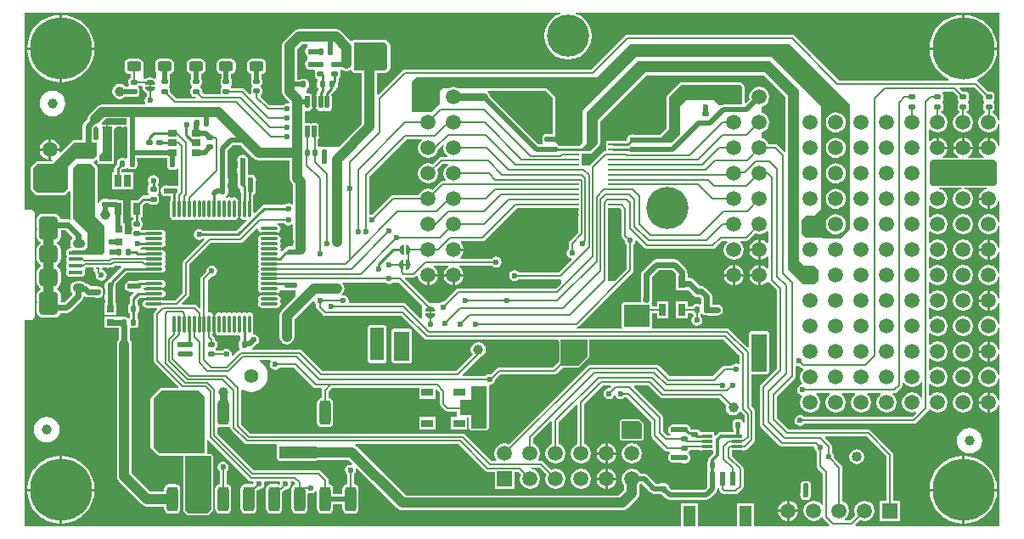
<source format=gbr>
%TF.GenerationSoftware,Altium Limited,Altium Designer,20.1.11 (218)*%
G04 Layer_Physical_Order=1*
G04 Layer_Color=255*
%FSLAX26Y26*%
%MOIN*%
%TF.SameCoordinates,27E64F16-BD7F-4648-91A1-9AE93EB88D02*%
%TF.FilePolarity,Positive*%
%TF.FileFunction,Copper,L1,Top,Signal*%
%TF.Part,Single*%
G01*
G75*
%TA.AperFunction,Conductor*%
%ADD10C,0.006000*%
%TA.AperFunction,NonConductor*%
%ADD11C,0.006000*%
%TA.AperFunction,SMDPad,CuDef*%
G04:AMPARAMS|DCode=12|XSize=24.409mil|YSize=22.441mil|CornerRadius=5.61mil|HoleSize=0mil|Usage=FLASHONLY|Rotation=0.000|XOffset=0mil|YOffset=0mil|HoleType=Round|Shape=RoundedRectangle|*
%AMROUNDEDRECTD12*
21,1,0.024409,0.011220,0,0,0.0*
21,1,0.013189,0.022441,0,0,0.0*
1,1,0.011220,0.006594,-0.005610*
1,1,0.011220,-0.006594,-0.005610*
1,1,0.011220,-0.006594,0.005610*
1,1,0.011220,0.006594,0.005610*
%
%ADD12ROUNDEDRECTD12*%
%ADD13R,0.025591X0.047244*%
%ADD14O,0.011811X0.070866*%
%ADD15O,0.070866X0.011811*%
%ADD16C,0.007874*%
G04:AMPARAMS|DCode=17|XSize=24.409mil|YSize=22.441mil|CornerRadius=5.61mil|HoleSize=0mil|Usage=FLASHONLY|Rotation=90.000|XOffset=0mil|YOffset=0mil|HoleType=Round|Shape=RoundedRectangle|*
%AMROUNDEDRECTD17*
21,1,0.024409,0.011220,0,0,90.0*
21,1,0.013189,0.022441,0,0,90.0*
1,1,0.011220,0.005610,0.006594*
1,1,0.011220,0.005610,-0.006594*
1,1,0.011220,-0.005610,-0.006594*
1,1,0.011220,-0.005610,0.006594*
%
%ADD17ROUNDEDRECTD17*%
G04:AMPARAMS|DCode=18|XSize=25.984mil|YSize=22.835mil|CornerRadius=5.709mil|HoleSize=0mil|Usage=FLASHONLY|Rotation=180.000|XOffset=0mil|YOffset=0mil|HoleType=Round|Shape=RoundedRectangle|*
%AMROUNDEDRECTD18*
21,1,0.025984,0.011417,0,0,180.0*
21,1,0.014567,0.022835,0,0,180.0*
1,1,0.011417,-0.007284,0.005709*
1,1,0.011417,0.007284,0.005709*
1,1,0.011417,0.007284,-0.005709*
1,1,0.011417,-0.007284,-0.005709*
%
%ADD18ROUNDEDRECTD18*%
%ADD19R,0.045276X0.029528*%
%ADD20R,0.037402X0.055118*%
G04:AMPARAMS|DCode=21|XSize=44.488mil|YSize=96.063mil|CornerRadius=11.122mil|HoleSize=0mil|Usage=FLASHONLY|Rotation=0.000|XOffset=0mil|YOffset=0mil|HoleType=Round|Shape=RoundedRectangle|*
%AMROUNDEDRECTD21*
21,1,0.044488,0.073819,0,0,0.0*
21,1,0.022244,0.096063,0,0,0.0*
1,1,0.022244,0.011122,-0.036910*
1,1,0.022244,-0.011122,-0.036910*
1,1,0.022244,-0.011122,0.036910*
1,1,0.022244,0.011122,0.036910*
%
%ADD21ROUNDEDRECTD21*%
%ADD22R,0.016535X0.008661*%
G04:AMPARAMS|DCode=23|XSize=15.748mil|YSize=53.15mil|CornerRadius=3.937mil|HoleSize=0mil|Usage=FLASHONLY|Rotation=270.000|XOffset=0mil|YOffset=0mil|HoleType=Round|Shape=RoundedRectangle|*
%AMROUNDEDRECTD23*
21,1,0.015748,0.045276,0,0,270.0*
21,1,0.007874,0.053150,0,0,270.0*
1,1,0.007874,-0.022638,-0.003937*
1,1,0.007874,-0.022638,0.003937*
1,1,0.007874,0.022638,0.003937*
1,1,0.007874,0.022638,-0.003937*
%
%ADD23ROUNDEDRECTD23*%
%ADD24R,0.046457X0.024016*%
G04:AMPARAMS|DCode=25|XSize=39.37mil|YSize=55.118mil|CornerRadius=9.842mil|HoleSize=0mil|Usage=FLASHONLY|Rotation=90.000|XOffset=0mil|YOffset=0mil|HoleType=Round|Shape=RoundedRectangle|*
%AMROUNDEDRECTD25*
21,1,0.039370,0.035433,0,0,90.0*
21,1,0.019685,0.055118,0,0,90.0*
1,1,0.019685,0.017717,0.009843*
1,1,0.019685,0.017717,-0.009843*
1,1,0.019685,-0.017717,-0.009843*
1,1,0.019685,-0.017717,0.009843*
%
%ADD25ROUNDEDRECTD25*%
G04:AMPARAMS|DCode=26|XSize=25.984mil|YSize=22.835mil|CornerRadius=5.709mil|HoleSize=0mil|Usage=FLASHONLY|Rotation=270.000|XOffset=0mil|YOffset=0mil|HoleType=Round|Shape=RoundedRectangle|*
%AMROUNDEDRECTD26*
21,1,0.025984,0.011417,0,0,270.0*
21,1,0.014567,0.022835,0,0,270.0*
1,1,0.011417,-0.005709,-0.007284*
1,1,0.011417,-0.005709,0.007284*
1,1,0.011417,0.005709,0.007284*
1,1,0.011417,0.005709,-0.007284*
%
%ADD26ROUNDEDRECTD26*%
G04:AMPARAMS|DCode=27|XSize=17.716mil|YSize=47.244mil|CornerRadius=1.949mil|HoleSize=0mil|Usage=FLASHONLY|Rotation=0.000|XOffset=0mil|YOffset=0mil|HoleType=Round|Shape=RoundedRectangle|*
%AMROUNDEDRECTD27*
21,1,0.017716,0.043346,0,0,0.0*
21,1,0.013819,0.047244,0,0,0.0*
1,1,0.003898,0.006910,-0.021673*
1,1,0.003898,-0.006910,-0.021673*
1,1,0.003898,-0.006910,0.021673*
1,1,0.003898,0.006910,0.021673*
%
%ADD27ROUNDEDRECTD27*%
%ADD28R,0.039370X0.013000*%
%ADD29R,0.035433X0.025591*%
%ADD30R,0.039370X0.009840*%
%ADD31R,0.023620X0.053150*%
%ADD32R,0.027559X0.025591*%
%ADD33R,0.047240X0.078740*%
G04:AMPARAMS|DCode=34|XSize=46.26mil|YSize=74.803mil|CornerRadius=11.565mil|HoleSize=0mil|Usage=FLASHONLY|Rotation=90.000|XOffset=0mil|YOffset=0mil|HoleType=Round|Shape=RoundedRectangle|*
%AMROUNDEDRECTD34*
21,1,0.046260,0.051673,0,0,90.0*
21,1,0.023130,0.074803,0,0,90.0*
1,1,0.023130,0.025837,0.011565*
1,1,0.023130,0.025837,-0.011565*
1,1,0.023130,-0.025837,-0.011565*
1,1,0.023130,-0.025837,0.011565*
%
%ADD34ROUNDEDRECTD34*%
G04:AMPARAMS|DCode=35|XSize=70.866mil|YSize=74.803mil|CornerRadius=17.716mil|HoleSize=0mil|Usage=FLASHONLY|Rotation=270.000|XOffset=0mil|YOffset=0mil|HoleType=Round|Shape=RoundedRectangle|*
%AMROUNDEDRECTD35*
21,1,0.070866,0.039370,0,0,270.0*
21,1,0.035433,0.074803,0,0,270.0*
1,1,0.035433,-0.019685,-0.017717*
1,1,0.035433,-0.019685,0.017717*
1,1,0.035433,0.019685,0.017717*
1,1,0.035433,0.019685,-0.017717*
%
%ADD35ROUNDEDRECTD35*%
%ADD36C,0.039370*%
%TA.AperFunction,Conductor*%
%ADD37C,0.007874*%
%ADD38C,0.019685*%
%ADD39C,0.039370*%
%ADD40C,0.008000*%
%ADD41C,0.020000*%
%ADD42C,0.010000*%
%ADD43C,0.023622*%
%TA.AperFunction,NonConductor*%
%ADD44C,0.008000*%
%TA.AperFunction,Conductor*%
%ADD45C,0.011811*%
%ADD46C,0.013780*%
%ADD47C,0.031496*%
%ADD48C,0.011024*%
%ADD49C,0.009842*%
%ADD50C,0.005906*%
%ADD51R,0.100000X0.085000*%
%ADD52R,0.060000X0.150000*%
%ADD53R,0.095000X0.060000*%
%ADD54R,0.060000X0.165000*%
%ADD55R,0.060000X0.115000*%
%ADD56R,0.055000X0.130000*%
%ADD57R,0.145000X0.050000*%
%TA.AperFunction,ComponentPad*%
%ADD58C,0.055118*%
%ADD59C,0.059055*%
%ADD60C,0.244095*%
%ADD61R,0.059055X0.059055*%
%ADD62C,0.040000*%
%ADD63C,0.165354*%
G04:AMPARAMS|DCode=64|XSize=74.803mil|YSize=59.055mil|CornerRadius=14.764mil|HoleSize=0mil|Usage=FLASHONLY|Rotation=0.000|XOffset=0mil|YOffset=0mil|HoleType=Round|Shape=RoundedRectangle|*
%AMROUNDEDRECTD64*
21,1,0.074803,0.029527,0,0,0.0*
21,1,0.045276,0.059055,0,0,0.0*
1,1,0.029528,0.022638,-0.014764*
1,1,0.029528,-0.022638,-0.014764*
1,1,0.029528,-0.022638,0.014764*
1,1,0.029528,0.022638,0.014764*
%
%ADD64ROUNDEDRECTD64*%
%ADD65O,0.047244X0.035433*%
%ADD66R,0.059055X0.059055*%
%TA.AperFunction,ViaPad*%
%ADD67C,0.023622*%
%ADD68C,0.039370*%
G36*
X3843536Y1606545D02*
X3838536Y1606053D01*
X3836715Y1615208D01*
X3828100Y1628100D01*
X3815208Y1636715D01*
X3814428Y1636870D01*
Y1643196D01*
X3818231Y1645738D01*
X3821559Y1650719D01*
X3822728Y1656595D01*
Y1667815D01*
X3821559Y1673691D01*
X3818231Y1678672D01*
Y1683533D01*
X3821559Y1688514D01*
X3822728Y1694390D01*
Y1705610D01*
X3821559Y1711486D01*
X3818231Y1716467D01*
X3813250Y1719795D01*
X3807374Y1720964D01*
X3799117D01*
X3758430Y1761651D01*
X3755497Y1763611D01*
X3755183Y1768504D01*
X3755403Y1769229D01*
X3774504Y1779439D01*
X3794611Y1795941D01*
X3811112Y1816047D01*
X3823373Y1838987D01*
X3830924Y1863878D01*
X3832981Y1884764D01*
X3568594D01*
X3570651Y1863878D01*
X3578201Y1838987D01*
X3590463Y1816047D01*
X3606964Y1795941D01*
X3627071Y1779439D01*
X3643518Y1770648D01*
X3642266Y1765648D01*
X3212453D01*
X3037451Y1940651D01*
X3033023Y1943609D01*
X3027800Y1944648D01*
X2381000D01*
X2375777Y1943609D01*
X2371349Y1940651D01*
X2239347Y1808648D01*
X1509752D01*
X1504529Y1807609D01*
X1500101Y1804651D01*
X1404387Y1708936D01*
X1399767Y1710850D01*
Y1795470D01*
X1430272Y1795470D01*
X1437504Y1798466D01*
X1447679Y1808641D01*
X1450675Y1815872D01*
X1450674Y1903805D01*
X1449133Y1907527D01*
X1447679Y1911037D01*
X1437341Y1921375D01*
X1437341Y1921376D01*
X1437341Y1921376D01*
X1433832Y1922829D01*
X1430110Y1924371D01*
X1430109Y1924371D01*
X1430109Y1924371D01*
X1308267Y1924371D01*
X1301036Y1921376D01*
X1295271Y1920525D01*
X1258467Y1957330D01*
X1248830Y1963769D01*
X1237463Y1966030D01*
X1093382D01*
X1082014Y1963769D01*
X1072378Y1957330D01*
X1035608Y1920560D01*
X1029168Y1910923D01*
X1026907Y1899555D01*
Y1838041D01*
X1026157Y1834269D01*
Y1751396D01*
Y1722047D01*
X1028418Y1710680D01*
X1034857Y1701043D01*
X1054174Y1681726D01*
X1053957Y1677795D01*
X1049340Y1674211D01*
X1047000Y1674676D01*
X1038705Y1673026D01*
X1031672Y1668327D01*
X1030550Y1666648D01*
X976356D01*
X942808Y1700197D01*
X943441Y1706633D01*
X943633Y1706761D01*
X946961Y1711743D01*
X948130Y1717618D01*
Y1728839D01*
X946961Y1734714D01*
X943633Y1739695D01*
Y1744557D01*
X946961Y1749538D01*
X948130Y1755413D01*
Y1766634D01*
X946961Y1772509D01*
X945850Y1774171D01*
Y1790758D01*
X951425Y1791867D01*
X957806Y1796131D01*
X962070Y1802512D01*
X963567Y1810039D01*
Y1829724D01*
X962070Y1837251D01*
X957806Y1843632D01*
X951425Y1847896D01*
X943898Y1849393D01*
X908465D01*
X900938Y1847896D01*
X894556Y1843632D01*
X890293Y1837251D01*
X888795Y1829724D01*
Y1810039D01*
X890293Y1802512D01*
X894556Y1796131D01*
X900938Y1791867D01*
X906512Y1790758D01*
Y1774171D01*
X905401Y1772509D01*
X904233Y1766634D01*
Y1755413D01*
X905401Y1749538D01*
X908730Y1744557D01*
Y1739695D01*
X905401Y1734714D01*
X904233Y1728839D01*
Y1717618D01*
X905345Y1712028D01*
X905128Y1711718D01*
X900532Y1709769D01*
X878603Y1731698D01*
X874176Y1734656D01*
X868953Y1735695D01*
X826422D01*
X825070Y1737718D01*
X824538Y1741109D01*
Y1743376D01*
X827866Y1748357D01*
X829035Y1754232D01*
Y1765453D01*
X827866Y1771328D01*
X826756Y1772990D01*
Y1790759D01*
X832330Y1791867D01*
X838711Y1796131D01*
X842975Y1802512D01*
X844472Y1810039D01*
Y1829724D01*
X842975Y1837252D01*
X838711Y1843633D01*
X832330Y1847896D01*
X824803Y1849394D01*
X789370D01*
X781843Y1847896D01*
X775462Y1843633D01*
X771198Y1837252D01*
X769701Y1829724D01*
Y1810039D01*
X771198Y1802512D01*
X775462Y1796131D01*
X781843Y1791867D01*
X787417Y1790759D01*
Y1772990D01*
X786307Y1771328D01*
X785138Y1765453D01*
Y1754232D01*
X786307Y1748357D01*
X789635Y1743376D01*
Y1738514D01*
X786307Y1733533D01*
X785138Y1727658D01*
Y1716437D01*
X785473Y1714751D01*
X782302Y1710886D01*
X719636D01*
X710925Y1719597D01*
Y1727854D01*
X709756Y1733730D01*
X706428Y1738711D01*
Y1743572D01*
X709756Y1748553D01*
X710925Y1754429D01*
Y1765649D01*
X709756Y1771525D01*
X708646Y1773187D01*
Y1790759D01*
X714220Y1791867D01*
X720601Y1796131D01*
X724865Y1802512D01*
X726362Y1810039D01*
Y1829724D01*
X724865Y1837252D01*
X720601Y1843633D01*
X714220Y1847896D01*
X706693Y1849394D01*
X671260D01*
X663733Y1847896D01*
X657352Y1843633D01*
X653088Y1837252D01*
X651591Y1829724D01*
Y1810039D01*
X653088Y1802512D01*
X657352Y1796131D01*
X663733Y1791867D01*
X669307Y1790759D01*
Y1773187D01*
X668197Y1771525D01*
X667028Y1765649D01*
Y1754429D01*
X668197Y1748553D01*
X671525Y1743572D01*
Y1738711D01*
X668197Y1733730D01*
X667028Y1727854D01*
Y1716634D01*
X668197Y1710758D01*
X671525Y1705777D01*
X676506Y1702449D01*
X682382Y1701280D01*
X688131D01*
X689350Y1699648D01*
X686843Y1694648D01*
X612645D01*
X586909Y1720384D01*
Y1727658D01*
X585740Y1733533D01*
X582412Y1738514D01*
Y1743376D01*
X585740Y1748357D01*
X586909Y1754232D01*
Y1765453D01*
X585740Y1771328D01*
X584630Y1772990D01*
Y1790758D01*
X590204Y1791867D01*
X596585Y1796131D01*
X600849Y1802512D01*
X602346Y1810039D01*
Y1829724D01*
X600849Y1837251D01*
X596585Y1843632D01*
X590204Y1847896D01*
X582677Y1849393D01*
X547244D01*
X539717Y1847896D01*
X533336Y1843632D01*
X529072Y1837251D01*
X527575Y1829724D01*
Y1810039D01*
X529072Y1802512D01*
X529493Y1801882D01*
X532000Y1798000D01*
X532000D01*
X532000Y1798000D01*
Y1773667D01*
X527000Y1770994D01*
X519685Y1775881D01*
X508000Y1778206D01*
X496315Y1775881D01*
X490428Y1771948D01*
X483000D01*
Y1805000D01*
X483000D01*
X481604Y1806701D01*
X482268Y1810039D01*
Y1829724D01*
X480770Y1837252D01*
X476507Y1843633D01*
X470125Y1847896D01*
X462598Y1849394D01*
X427165D01*
X419638Y1847896D01*
X413257Y1843633D01*
X408993Y1837252D01*
X407496Y1829724D01*
Y1810039D01*
X408993Y1802512D01*
X413257Y1796131D01*
X419638Y1791867D01*
X427165Y1790370D01*
X431234D01*
Y1778063D01*
X427430Y1775522D01*
X424102Y1770541D01*
X422933Y1764665D01*
Y1753445D01*
X424102Y1747569D01*
X424935Y1746323D01*
X422262Y1741323D01*
X410931D01*
X409776Y1743052D01*
X400139Y1749491D01*
X388772Y1751752D01*
X377404Y1749491D01*
X367767Y1743052D01*
X361328Y1733415D01*
X359067Y1722047D01*
X361328Y1710680D01*
X367767Y1701043D01*
X377404Y1694604D01*
X388772Y1692343D01*
X400139Y1694604D01*
X409776Y1701043D01*
X410405Y1701984D01*
X431634D01*
X432412Y1701465D01*
X438287Y1700296D01*
X451476D01*
X457352Y1701465D01*
X462333Y1704793D01*
X465662Y1709774D01*
X466830Y1715650D01*
Y1726870D01*
X465662Y1732746D01*
X462333Y1737727D01*
Y1739994D01*
X462866Y1743385D01*
X463712Y1744652D01*
X474982D01*
X478690Y1739652D01*
X478357Y1737978D01*
X478974Y1734877D01*
X478948Y1734871D01*
X479789Y1730644D01*
X480200Y1730030D01*
X486408Y1720738D01*
X494352Y1715430D01*
Y1702450D01*
X492673Y1701328D01*
X487974Y1694295D01*
X486324Y1686000D01*
X487974Y1677705D01*
X489978Y1674705D01*
X487306Y1669705D01*
X320000D01*
X308632Y1667444D01*
X298996Y1661004D01*
X271996Y1634004D01*
X265557Y1624367D01*
X263531Y1614186D01*
X249673Y1600328D01*
X244974Y1593295D01*
X243324Y1585000D01*
X243324Y1584999D01*
Y1529767D01*
X208786Y1529767D01*
X201554Y1526772D01*
X157361Y1482579D01*
X152753Y1485042D01*
X153481Y1488701D01*
X119173D01*
Y1454393D01*
X122832Y1455121D01*
X125296Y1450513D01*
X120992Y1446210D01*
X64668Y1446210D01*
X57436Y1443215D01*
X41981Y1427759D01*
X38985Y1420527D01*
X38985Y1340600D01*
X41981Y1333369D01*
X56842Y1318508D01*
X64073Y1315513D01*
X171664Y1315513D01*
X178896Y1318508D01*
X189799Y1329411D01*
X194799Y1327340D01*
X194799Y1225382D01*
X196073Y1222307D01*
X194356Y1219771D01*
X192362Y1218199D01*
X186264Y1219413D01*
X186263Y1219412D01*
X156989D01*
X155682Y1225983D01*
X150330Y1233992D01*
X142321Y1239343D01*
X132874Y1241222D01*
X87599D01*
X78151Y1239343D01*
X70142Y1233992D01*
X64791Y1225983D01*
X62912Y1216535D01*
Y1187008D01*
X64194Y1180561D01*
X62974Y1174429D01*
Y1151299D01*
X64605Y1143100D01*
X69250Y1136149D01*
X76201Y1131505D01*
X79142Y1130920D01*
X79751Y1127204D01*
X79600Y1125748D01*
X70966Y1119979D01*
X64962Y1110993D01*
X62854Y1100394D01*
Y1064961D01*
X64962Y1054361D01*
X70966Y1045376D01*
X78743Y1040179D01*
X79064Y1038919D01*
Y1035884D01*
X78743Y1034624D01*
X70966Y1029428D01*
X64962Y1020442D01*
X62854Y1009842D01*
Y974409D01*
X64962Y963810D01*
X70966Y954824D01*
X79600Y949055D01*
X79751Y947600D01*
X79142Y943883D01*
X76201Y943298D01*
X69250Y938654D01*
X64605Y931703D01*
X62974Y923504D01*
Y900374D01*
X64194Y894242D01*
X62912Y887795D01*
Y858268D01*
X64791Y848820D01*
X70142Y840811D01*
X78151Y835460D01*
X87599Y833581D01*
X132874D01*
X142321Y835460D01*
X150330Y840811D01*
X155682Y848820D01*
X156186Y851355D01*
X180270D01*
X180270Y851355D01*
X188566Y853005D01*
X195598Y857704D01*
X241109Y903215D01*
X245808Y910247D01*
X246797Y915221D01*
X252312Y917316D01*
X256890Y914257D01*
X265185Y912607D01*
X293048D01*
X295406Y912138D01*
X308594D01*
X314470Y913307D01*
X319451Y916635D01*
X322780Y921616D01*
X323949Y927492D01*
Y938713D01*
X322780Y944588D01*
X319451Y949569D01*
X314470Y952898D01*
X311534Y953482D01*
X310295Y954310D01*
X302000Y955960D01*
X274164D01*
X267253Y962871D01*
X260221Y967569D01*
X254260Y968755D01*
X253837Y969388D01*
X244851Y975392D01*
X234252Y977501D01*
X222441D01*
X211842Y975392D01*
X202856Y969388D01*
X196852Y960403D01*
X194744Y949803D01*
X196852Y939204D01*
X202856Y930218D01*
X201730Y925146D01*
X171292Y894708D01*
X160312D01*
X157140Y898573D01*
X157498Y900374D01*
Y923504D01*
X155867Y931703D01*
X151223Y938654D01*
X144272Y943298D01*
X141331Y943883D01*
X140721Y947600D01*
X140872Y949055D01*
X149506Y954824D01*
X155511Y963810D01*
X157619Y974409D01*
Y1009842D01*
X155511Y1020442D01*
X149506Y1029428D01*
X141730Y1034624D01*
X141409Y1035884D01*
Y1038919D01*
X141730Y1040179D01*
X149506Y1045376D01*
X155511Y1054361D01*
X157619Y1064961D01*
Y1100394D01*
X155511Y1110993D01*
X149506Y1119979D01*
X140872Y1125748D01*
X140721Y1127204D01*
X141331Y1130920D01*
X144272Y1131505D01*
X151223Y1136149D01*
X155867Y1143100D01*
X157498Y1151299D01*
Y1174429D01*
X158837Y1176060D01*
X177285D01*
X202980Y1150365D01*
X202856Y1144585D01*
X196852Y1135599D01*
X194744Y1125000D01*
X196852Y1114400D01*
X199406Y1110577D01*
X197049Y1106168D01*
X192913D01*
X187691Y1105129D01*
X183263Y1102170D01*
X180304Y1097743D01*
X179266Y1092520D01*
Y1084646D01*
X180304Y1079423D01*
X182733Y1075787D01*
X180304Y1072152D01*
X179266Y1066929D01*
Y1059055D01*
X180304Y1053832D01*
X182733Y1050197D01*
X180304Y1046561D01*
X179266Y1041339D01*
Y1033465D01*
X180304Y1028242D01*
X182733Y1024606D01*
X180304Y1020971D01*
X179266Y1015748D01*
Y1007874D01*
X180304Y1002651D01*
X183263Y998223D01*
X187691Y995265D01*
X192913Y994226D01*
X238189D01*
X243412Y995265D01*
X247840Y998223D01*
X250798Y1002651D01*
X251837Y1007874D01*
Y1015748D01*
X251061Y1019650D01*
X251286Y1024792D01*
X255714Y1027751D01*
X257315Y1029352D01*
X284488D01*
Y1013472D01*
X292887D01*
Y1009465D01*
X293926Y1004242D01*
X294883Y1002810D01*
X294324Y1000000D01*
X295974Y991705D01*
X300673Y984673D01*
X307705Y979974D01*
X316000Y978324D01*
X324295Y979974D01*
X331327Y984673D01*
X336026Y991705D01*
X337676Y1000000D01*
X336026Y1008295D01*
X331327Y1015327D01*
X324295Y1020026D01*
X320183Y1020844D01*
Y1026858D01*
X324779Y1029220D01*
X345512D01*
Y1029352D01*
X356620D01*
X361843Y1030391D01*
X366271Y1033349D01*
X369868Y1036947D01*
X393097D01*
X395168Y1031947D01*
X346770Y983548D01*
X343705Y978962D01*
X340149Y978254D01*
X335135Y974904D01*
X331785Y969890D01*
X330609Y963976D01*
Y949409D01*
X331785Y943495D01*
X331906Y943315D01*
Y928732D01*
X331785Y928552D01*
X330609Y922638D01*
Y908071D01*
X331785Y902157D01*
X331906Y901976D01*
Y890354D01*
X328150D01*
Y845866D01*
X374606D01*
Y890354D01*
X371244D01*
Y901387D01*
X371758Y902157D01*
X372935Y908071D01*
Y922638D01*
X371758Y928552D01*
X371244Y929322D01*
Y942726D01*
X371758Y943495D01*
X372935Y949409D01*
Y963976D01*
X372809Y964607D01*
Y966444D01*
X416703Y1010337D01*
X492077D01*
X494094Y1009936D01*
X553149D01*
X559140Y1011127D01*
X564219Y1014521D01*
X567613Y1019600D01*
X568805Y1025591D01*
X567613Y1031582D01*
X565039Y1035433D01*
X567613Y1039285D01*
X568805Y1045276D01*
X567613Y1051267D01*
X565039Y1055118D01*
X567613Y1058970D01*
X568805Y1064961D01*
X567613Y1070952D01*
X565039Y1074803D01*
X567613Y1078655D01*
X568805Y1084646D01*
X567613Y1090637D01*
X564219Y1095716D01*
X559140Y1099109D01*
X553149Y1100301D01*
X494094D01*
X492077Y1099899D01*
X470174D01*
X468657Y1104899D01*
X474327Y1108688D01*
X474726Y1109284D01*
X489453D01*
X494094Y1108361D01*
X553149D01*
X559140Y1109552D01*
X564219Y1112946D01*
X567613Y1118025D01*
X568805Y1124016D01*
X567613Y1130007D01*
X565039Y1133858D01*
X567613Y1137710D01*
X568805Y1143701D01*
X567613Y1149692D01*
X565039Y1153543D01*
X567613Y1157395D01*
X568805Y1163386D01*
X567613Y1169377D01*
X564219Y1174456D01*
X559140Y1177849D01*
X553149Y1179041D01*
X494094D01*
X488740Y1177976D01*
X474516D01*
X473451Y1179569D01*
Y1184431D01*
X476780Y1189412D01*
X477949Y1195287D01*
Y1206508D01*
X476780Y1212383D01*
X473451Y1217365D01*
X470690Y1219210D01*
Y1228303D01*
X478159D01*
Y1273610D01*
X488211Y1283662D01*
X502255D01*
X503415Y1281927D01*
X508396Y1278598D01*
X514272Y1277429D01*
X527461D01*
X533336Y1278598D01*
X538318Y1281927D01*
X541646Y1286908D01*
X542815Y1292784D01*
Y1304004D01*
X541646Y1309880D01*
X538318Y1314861D01*
Y1319722D01*
X541646Y1324703D01*
X542815Y1330579D01*
Y1341799D01*
X541646Y1347675D01*
X538318Y1352656D01*
X537879Y1358729D01*
X540893Y1363240D01*
X542543Y1371535D01*
X540893Y1379830D01*
X536194Y1386862D01*
X529161Y1391561D01*
X520866Y1393211D01*
X512571Y1391561D01*
X505539Y1386862D01*
X500840Y1379830D01*
X499190Y1371535D01*
X500840Y1363240D01*
X503854Y1358729D01*
X503415Y1352656D01*
X500087Y1347675D01*
X498918Y1341799D01*
Y1330579D01*
X500087Y1324703D01*
X503415Y1319722D01*
Y1317645D01*
X501796Y1313126D01*
X482109D01*
X476471Y1312004D01*
X471692Y1308811D01*
X457325Y1294444D01*
X433671D01*
Y1228303D01*
X441226D01*
Y1219153D01*
X438549Y1217365D01*
X435220Y1212383D01*
X434051Y1206508D01*
Y1195287D01*
X435220Y1189412D01*
X438549Y1184431D01*
Y1179569D01*
X435220Y1174588D01*
X434051Y1168713D01*
Y1162500D01*
X410228D01*
Y1204819D01*
X400942D01*
Y1228303D01*
X403356D01*
Y1294444D01*
X386061D01*
X382192Y1297029D01*
X374604Y1298539D01*
X344432D01*
X344198Y1298695D01*
X338284Y1299872D01*
X323716D01*
X317802Y1298695D01*
X312789Y1295345D01*
X309438Y1290332D01*
X308401Y1285117D01*
X303401Y1285609D01*
X303401Y1421357D01*
X300406Y1428589D01*
X285829Y1443165D01*
X285914Y1444680D01*
X286106Y1445343D01*
X287634Y1448431D01*
X294224Y1451160D01*
X296365Y1453301D01*
X300984Y1451388D01*
Y1436811D01*
X366339D01*
Y1449443D01*
X366392Y1449573D01*
X366392Y1570922D01*
X367800Y1573030D01*
X368211Y1573644D01*
X369052Y1577871D01*
X371124Y1582088D01*
X374604Y1581395D01*
X382899Y1583045D01*
X384744Y1584278D01*
X389476D01*
X391321Y1583045D01*
X399616Y1581395D01*
X407911Y1583045D01*
X409756Y1584278D01*
X414000D01*
X417582Y1581885D01*
Y1482087D01*
Y1460566D01*
X412582Y1457894D01*
X411102Y1458882D01*
X405226Y1460051D01*
X394006D01*
X388130Y1458882D01*
X383149Y1455554D01*
X379821Y1450573D01*
X378652Y1444697D01*
Y1436658D01*
X370695Y1428701D01*
X367502Y1423922D01*
X366380Y1418284D01*
Y1404680D01*
X358868D01*
Y1338539D01*
X440758D01*
Y1404680D01*
X395844D01*
Y1412182D01*
X399816Y1416154D01*
X405226D01*
X411102Y1417323D01*
X416083Y1420651D01*
X420944D01*
X425925Y1417323D01*
X431801Y1416154D01*
X443022D01*
X448897Y1417323D01*
X453878Y1420651D01*
X457207Y1425632D01*
X458376Y1431508D01*
Y1444697D01*
X457241Y1450400D01*
Y1462257D01*
X492624D01*
X498327Y1461122D01*
X511516D01*
X516724Y1462159D01*
X532710D01*
X532805Y1462094D01*
X538681Y1460926D01*
X551870D01*
X557746Y1462094D01*
X557989Y1462257D01*
X568307D01*
Y1460039D01*
X576430D01*
Y1446052D01*
X575884Y1443307D01*
Y1428740D01*
X577061Y1422826D01*
X580411Y1417812D01*
X585424Y1414462D01*
X591338Y1413286D01*
X602756D01*
X608670Y1414462D01*
X613684Y1417812D01*
X614352Y1418812D01*
X619352Y1417295D01*
Y1353980D01*
X614352Y1351014D01*
X610039Y1351872D01*
X595472D01*
X590070Y1350797D01*
X580870D01*
X580189Y1351252D01*
X571894Y1352902D01*
X563599Y1351252D01*
X556566Y1346553D01*
X551867Y1339521D01*
X550217Y1331226D01*
X551867Y1322931D01*
X556566Y1315899D01*
X563599Y1311200D01*
X571894Y1309550D01*
X579876Y1311138D01*
X587354D01*
Y1294590D01*
X586707Y1291339D01*
Y1232284D01*
X587899Y1226293D01*
X591292Y1221214D01*
X596371Y1217820D01*
X602362Y1216629D01*
X608353Y1217820D01*
X612205Y1220394D01*
X616056Y1217820D01*
X622047Y1216629D01*
X628038Y1217820D01*
X631890Y1220394D01*
X635741Y1217820D01*
X641732Y1216629D01*
X647723Y1217820D01*
X651575Y1220394D01*
X655426Y1217820D01*
X661417Y1216629D01*
X667408Y1217820D01*
X671260Y1220394D01*
X675111Y1217820D01*
X681102Y1216629D01*
X687093Y1217820D01*
X690945Y1220394D01*
X694797Y1217820D01*
X700787Y1216629D01*
X706778Y1217820D01*
X710630Y1220394D01*
X714481Y1217820D01*
X720472Y1216629D01*
X726463Y1217820D01*
X730315Y1220394D01*
X734167Y1217820D01*
X740157Y1216629D01*
X746148Y1217820D01*
X750000Y1220394D01*
X753852Y1217820D01*
X759842Y1216629D01*
X765833Y1217820D01*
X769685Y1220394D01*
X773537Y1217820D01*
X779528Y1216629D01*
X785518Y1217820D01*
X789370Y1220394D01*
X793222Y1217820D01*
X799213Y1216629D01*
X805203Y1217820D01*
X809055Y1220394D01*
X812907Y1217820D01*
X818898Y1216629D01*
X824889Y1217820D01*
X828740Y1220394D01*
X832592Y1217820D01*
X838583Y1216629D01*
X844573Y1217820D01*
X849652Y1221214D01*
X853046Y1226293D01*
X854238Y1232284D01*
Y1291339D01*
X853046Y1297330D01*
X849652Y1302408D01*
X844573Y1305802D01*
X838583Y1306994D01*
X832592Y1305802D01*
X828740Y1303228D01*
X824889Y1305802D01*
X818898Y1306994D01*
X812907Y1305802D01*
X810653Y1304296D01*
X807034Y1306164D01*
X807075Y1311302D01*
X810337Y1313482D01*
X813688Y1318495D01*
X814864Y1324409D01*
Y1338976D01*
X813688Y1344890D01*
X813531Y1345125D01*
Y1358556D01*
X813695Y1358802D01*
X814872Y1364716D01*
Y1379284D01*
X813695Y1385198D01*
X813531Y1385444D01*
Y1490786D01*
X832739Y1509995D01*
X863996D01*
X865171Y1508820D01*
X866394Y1508003D01*
X867212Y1506780D01*
X913697Y1460295D01*
X923333Y1453856D01*
X934701Y1451595D01*
X1056713D01*
Y1429098D01*
X1056295Y1427000D01*
X1056713Y1424902D01*
Y1381069D01*
X1058974Y1369702D01*
X1065413Y1360065D01*
X1069508Y1355970D01*
Y1281105D01*
X1064508Y1278432D01*
X1060067Y1281400D01*
X1051772Y1283050D01*
X1043476Y1281400D01*
X1036444Y1276701D01*
X1036046Y1276105D01*
X955246D01*
X949608Y1274984D01*
X944829Y1271791D01*
X917912Y1244874D01*
X913293Y1246787D01*
Y1291339D01*
X912716Y1294238D01*
Y1314357D01*
X917845Y1317785D01*
X917847Y1317787D01*
X919345Y1318789D01*
X922695Y1323802D01*
X923872Y1329716D01*
Y1344284D01*
X923212Y1347599D01*
Y1365383D01*
X923569Y1365917D01*
X925220Y1374213D01*
X923569Y1382508D01*
X918871Y1389540D01*
X911838Y1394239D01*
X903543Y1395889D01*
X896484Y1394485D01*
X895356Y1395116D01*
X891640Y1398318D01*
X892817Y1404232D01*
Y1418799D01*
X891640Y1424713D01*
X891484Y1424947D01*
Y1442410D01*
X891681Y1442705D01*
X893331Y1451000D01*
X891681Y1459295D01*
X886982Y1466328D01*
X879949Y1471026D01*
X871654Y1472676D01*
X863359Y1471026D01*
X856327Y1466328D01*
X851628Y1459295D01*
X849978Y1451000D01*
X851628Y1442705D01*
X851824Y1442411D01*
Y1424949D01*
X851667Y1424713D01*
X850490Y1418799D01*
Y1404232D01*
X851667Y1398318D01*
X851824Y1398082D01*
Y1356298D01*
X853334Y1348710D01*
X857633Y1342276D01*
X863301Y1338489D01*
Y1296384D01*
X862298Y1291339D01*
Y1232284D01*
X863489Y1226293D01*
X866883Y1221214D01*
X871962Y1217820D01*
X877953Y1216629D01*
X883749Y1217782D01*
X884134Y1217532D01*
X886696Y1213658D01*
X847170Y1174132D01*
X716726D01*
X716327Y1174727D01*
X709295Y1179426D01*
X701000Y1181076D01*
X692705Y1179426D01*
X685673Y1174727D01*
X680974Y1167695D01*
X679324Y1159400D01*
X680974Y1151105D01*
X685673Y1144072D01*
X692705Y1139374D01*
X701000Y1137724D01*
X709295Y1139374D01*
X716215Y1143997D01*
X716833Y1144033D01*
X719744Y1143805D01*
X721667Y1138969D01*
X640349Y1057651D01*
X637391Y1053223D01*
X636352Y1048000D01*
Y931260D01*
X606535Y901443D01*
X560361D01*
X559140Y902259D01*
X553149Y903451D01*
X494094D01*
X488104Y902259D01*
X483025Y898865D01*
X479631Y893786D01*
X478439Y887795D01*
X479631Y881804D01*
X483025Y876726D01*
X488104Y873332D01*
X494094Y872140D01*
X534696D01*
X536610Y867521D01*
X527349Y858261D01*
X524391Y853833D01*
X523352Y848610D01*
Y663032D01*
X524391Y657809D01*
X527349Y653381D01*
X618884Y561847D01*
X616970Y557227D01*
X553000Y557227D01*
X545768Y554232D01*
X513634Y522097D01*
X510638Y514866D01*
X510639Y325915D01*
X513634Y318683D01*
X538768Y293550D01*
X546000Y290554D01*
X637237Y290554D01*
X637607Y290000D01*
X637608Y78997D01*
X639480Y74478D01*
X639481Y74477D01*
X655769Y58189D01*
X660288Y56317D01*
X733524D01*
X738044Y58189D01*
X753183Y73328D01*
X754114Y75575D01*
X755055Y77837D01*
X755402Y289990D01*
X755400Y289995D01*
X755402Y290000D01*
X754472Y292244D01*
X753537Y294512D01*
X753532Y294515D01*
X753530Y294520D01*
X751271Y295455D01*
X749020Y296392D01*
X749015Y296390D01*
X749010Y296392D01*
X733910D01*
X731132Y300549D01*
X731228Y300781D01*
X731228Y353006D01*
X733569Y354354D01*
X736228Y354849D01*
X895727Y195349D01*
X900155Y192391D01*
X905378Y191352D01*
X911460D01*
X914587Y186352D01*
X913324Y180000D01*
X912051Y178728D01*
X906004Y179931D01*
X883760D01*
X875734Y178334D01*
X868929Y173788D01*
X864383Y166983D01*
X862786Y158957D01*
Y85138D01*
X864383Y77112D01*
X868929Y70307D01*
X875734Y65761D01*
X883760Y64164D01*
X906004D01*
X914030Y65761D01*
X920835Y70307D01*
X925381Y77112D01*
X926978Y85138D01*
Y152677D01*
X933019Y158718D01*
X935000Y158324D01*
X943295Y159974D01*
X950327Y164673D01*
X955026Y171705D01*
X956676Y180000D01*
X955413Y186352D01*
X958540Y191352D01*
X1016460D01*
X1019587Y186352D01*
X1018583Y181305D01*
X1014828Y178855D01*
X1013538Y178432D01*
X1006004Y179931D01*
X983760D01*
X975734Y178334D01*
X968929Y173788D01*
X964383Y166983D01*
X962786Y158957D01*
Y85138D01*
X964383Y77112D01*
X968929Y70307D01*
X975734Y65761D01*
X983760Y64164D01*
X1006004D01*
X1014030Y65761D01*
X1020835Y70307D01*
X1025381Y77112D01*
X1026978Y85138D01*
Y148836D01*
X1030473Y151172D01*
X1038019Y158718D01*
X1040000Y158324D01*
X1048295Y159974D01*
X1055328Y164673D01*
X1060026Y171705D01*
X1061676Y180000D01*
X1060413Y186352D01*
X1063540Y191352D01*
X1070266D01*
X1077779Y183839D01*
X1076133Y178414D01*
X1075734Y178334D01*
X1068929Y173788D01*
X1064382Y166983D01*
X1062786Y158957D01*
Y85138D01*
X1064382Y77112D01*
X1068929Y70307D01*
X1075734Y65761D01*
X1083760Y64164D01*
X1106004D01*
X1114030Y65761D01*
X1120835Y70307D01*
X1125381Y77112D01*
X1126978Y85138D01*
Y142384D01*
X1131102Y144944D01*
X1131978Y144919D01*
X1140000Y143324D01*
X1148295Y144974D01*
X1155328Y149673D01*
X1157786Y153352D01*
X1162786Y151835D01*
Y85138D01*
X1164382Y77112D01*
X1168929Y70307D01*
X1175734Y65761D01*
X1183760Y64164D01*
X1206004D01*
X1214030Y65761D01*
X1220835Y70307D01*
X1225381Y77112D01*
X1226978Y85138D01*
Y102378D01*
X1262786D01*
Y85138D01*
X1264382Y77112D01*
X1268929Y70307D01*
X1275734Y65761D01*
X1283760Y64164D01*
X1306004D01*
X1314030Y65761D01*
X1320835Y70307D01*
X1325381Y77112D01*
X1326978Y85138D01*
Y158957D01*
X1325381Y166983D01*
X1320835Y173788D01*
X1314030Y178334D01*
X1308589Y179417D01*
Y218511D01*
X1310328Y219673D01*
X1315026Y226705D01*
X1316676Y235000D01*
X1315622Y240298D01*
X1320231Y242761D01*
X1477996Y84996D01*
X1487632Y78556D01*
X1499000Y76295D01*
X2361000D01*
X2372367Y78556D01*
X2382004Y84996D01*
X2421004Y123996D01*
X2427443Y133632D01*
X2429705Y145000D01*
Y174300D01*
X2433627Y180170D01*
X2439543D01*
X2471924Y147789D01*
X2478357Y143491D01*
X2485945Y141981D01*
X2510190D01*
X2510424Y141824D01*
X2516338Y140648D01*
X2516742D01*
X2533546Y123844D01*
X2539979Y119545D01*
X2547568Y118036D01*
X2692519D01*
X2700108Y119545D01*
X2706541Y123844D01*
X2728716Y146019D01*
X2733015Y152452D01*
X2734524Y160041D01*
Y163976D01*
X2741278D01*
Y161614D01*
X2742317Y156391D01*
X2745276Y151963D01*
X2753543Y143696D01*
X2757971Y140737D01*
X2763194Y139698D01*
X2806896D01*
X2812119Y140737D01*
X2816546Y143696D01*
X2833666Y160816D01*
X2836625Y165244D01*
X2837664Y170467D01*
Y239770D01*
X2836625Y244992D01*
X2833666Y249420D01*
X2791648Y291439D01*
Y312486D01*
X2842512D01*
Y314787D01*
X2843435D01*
X2848658Y315826D01*
X2853086Y318784D01*
X2879651Y345349D01*
X2882609Y349777D01*
X2883648Y355000D01*
Y465380D01*
X2882609Y470603D01*
X2879651Y475031D01*
X2867648Y487033D01*
Y609537D01*
X2868000Y609773D01*
X2928000D01*
X2935232Y612768D01*
X2938227Y620000D01*
Y770000D01*
X2935232Y777232D01*
X2928000Y780227D01*
X2868000D01*
X2860768Y777232D01*
X2857773Y770000D01*
Y718062D01*
X2853153Y716149D01*
X2782652Y786651D01*
X2778224Y789609D01*
X2773001Y790648D01*
X2482594D01*
X2479253Y795648D01*
X2480227Y798000D01*
Y851454D01*
X2498346D01*
Y831811D01*
X2542835D01*
Y897953D01*
X2498346D01*
Y878750D01*
X2480227D01*
Y883000D01*
X2477232Y890232D01*
X2477157Y890479D01*
X2477780Y891412D01*
X2478948Y897287D01*
Y908508D01*
X2478676Y909876D01*
Y993832D01*
X2505168Y1020324D01*
X2557612D01*
X2573119Y1004817D01*
Y975725D01*
X2573119Y975724D01*
X2573150Y975571D01*
Y942047D01*
X2617638D01*
Y942047D01*
X2622531Y941790D01*
X2635716Y928605D01*
X2636344Y925448D01*
X2639694Y920434D01*
X2644708Y917084D01*
X2650622Y915908D01*
X2654538D01*
X2657118Y915394D01*
X2657119Y915394D01*
X2662950D01*
X2670946Y907399D01*
Y887869D01*
X2667086Y885806D01*
X2665946Y885735D01*
X2660437Y886830D01*
X2649217D01*
X2643341Y885662D01*
X2638360Y882333D01*
X2635818Y878530D01*
X2617638D01*
Y897953D01*
X2573149D01*
Y831811D01*
X2617638D01*
Y851234D01*
X2635818D01*
X2638360Y847431D01*
X2641179Y845547D01*
Y839450D01*
X2639499Y838327D01*
X2634800Y831295D01*
X2633151Y823000D01*
X2634800Y814705D01*
X2639499Y807673D01*
X2646532Y802974D01*
X2654827Y801324D01*
X2663122Y802974D01*
X2670154Y807673D01*
X2674853Y814705D01*
X2676503Y823000D01*
X2674853Y831295D01*
X2670154Y838327D01*
X2668475Y839450D01*
Y845547D01*
X2670497Y846898D01*
X2673888Y847431D01*
X2676155D01*
X2681136Y844102D01*
X2687012Y842933D01*
X2692404D01*
X2693016Y842812D01*
X2693016Y842812D01*
X2694906D01*
X2696835Y842428D01*
X2696835Y842428D01*
X2734595D01*
X2742891Y844078D01*
X2749923Y848777D01*
X2754622Y855809D01*
X2756272Y864105D01*
X2754622Y872400D01*
X2749923Y879432D01*
X2742891Y884131D01*
X2734595Y885781D01*
X2714298D01*
Y916378D01*
X2712648Y924673D01*
X2707950Y931706D01*
X2707949Y931706D01*
X2687257Y952398D01*
X2680224Y957097D01*
X2671929Y958747D01*
X2671929Y958747D01*
X2666884D01*
X2642599Y983032D01*
X2635567Y987731D01*
X2627271Y989381D01*
X2627271Y989381D01*
X2617638D01*
Y1008189D01*
X2616472D01*
Y1013795D01*
X2616472Y1013795D01*
X2614822Y1022090D01*
X2610123Y1029123D01*
X2610123Y1029123D01*
X2581918Y1057328D01*
X2574886Y1062026D01*
X2566590Y1063676D01*
X2566590Y1063676D01*
X2496189D01*
X2487894Y1062026D01*
X2480861Y1057328D01*
X2480861Y1057327D01*
X2441673Y1018139D01*
X2436974Y1011106D01*
X2435324Y1002811D01*
X2435324Y1002811D01*
Y909876D01*
X2435052Y908508D01*
Y897287D01*
X2435090Y897092D01*
X2431918Y893227D01*
X2370000D01*
X2362768Y890232D01*
X2359773Y883000D01*
Y798000D01*
X2360747Y795648D01*
X2357406Y790648D01*
X2183580D01*
X2183088Y795648D01*
X2187134Y796453D01*
X2191561Y799411D01*
X2402419Y1010269D01*
X2405378Y1014697D01*
X2406417Y1019920D01*
Y1120037D01*
X2408096Y1121159D01*
X2412795Y1128191D01*
X2414357Y1136043D01*
X2418600Y1138707D01*
X2418707Y1138764D01*
X2450122Y1107349D01*
X2454549Y1104391D01*
X2459772Y1103352D01*
X2715837D01*
X2721059Y1104391D01*
X2725487Y1107349D01*
X2753078Y1134940D01*
X2773523D01*
X2774975Y1130155D01*
X2771900Y1128100D01*
X2763285Y1115208D01*
X2760260Y1100000D01*
X2763285Y1084792D01*
X2771900Y1071900D01*
X2784792Y1063285D01*
X2800000Y1060260D01*
X2815208Y1063285D01*
X2828100Y1071900D01*
X2836715Y1084792D01*
X2839740Y1100000D01*
X2836715Y1115208D01*
X2828100Y1128100D01*
X2825025Y1130155D01*
X2826477Y1134940D01*
X2848588D01*
X2853811Y1135979D01*
X2858239Y1138937D01*
X2883470Y1164169D01*
X2884792Y1163285D01*
X2900000Y1160260D01*
X2915208Y1163285D01*
X2928100Y1171900D01*
X2929453Y1173924D01*
X2934238Y1172473D01*
Y1128519D01*
X2929453Y1127068D01*
X2928498Y1128498D01*
X2915423Y1137234D01*
X2905000Y1139307D01*
Y1100000D01*
Y1060693D01*
X2915423Y1062766D01*
X2928498Y1071502D01*
X2929453Y1072932D01*
X2934238Y1071481D01*
Y1028519D01*
X2929453Y1027068D01*
X2928498Y1028498D01*
X2915423Y1037234D01*
X2905000Y1039307D01*
Y1000000D01*
Y960693D01*
X2915423Y962766D01*
X2928498Y971502D01*
X2930918Y975125D01*
X2936694Y974770D01*
X2938235Y972464D01*
X2967352Y943347D01*
Y631653D01*
X2905349Y569651D01*
X2902391Y565223D01*
X2901352Y560000D01*
Y415000D01*
X2902391Y409777D01*
X2905349Y405349D01*
X2980349Y330349D01*
X2984777Y327391D01*
X2990000Y326352D01*
X3111892D01*
X3116324Y323000D01*
X3117974Y314705D01*
X3122673Y307673D01*
X3124352Y306550D01*
Y252122D01*
X3125391Y246899D01*
X3128349Y242472D01*
X3149352Y221469D01*
Y98953D01*
X3144352Y97436D01*
X3140699Y102903D01*
X3127806Y111518D01*
X3112598Y114543D01*
X3097391Y111518D01*
X3084498Y102903D01*
X3075883Y90011D01*
X3072858Y74803D01*
X3075883Y59595D01*
X3084498Y46703D01*
X3097391Y38088D01*
X3112598Y35063D01*
X3127806Y38088D01*
X3140699Y46703D01*
X3144352Y52170D01*
X3147473Y51825D01*
X3149500Y50875D01*
X3150391Y46395D01*
X3153349Y41967D01*
X3175585Y19732D01*
X3173514Y14732D01*
X2878545D01*
Y104129D01*
X2812407D01*
Y14732D01*
X2658065D01*
Y104129D01*
X2591927D01*
Y14732D01*
X14732D01*
Y823851D01*
X39370D01*
X45008Y824972D01*
X49787Y828166D01*
X52981Y832945D01*
X54102Y838583D01*
Y1244094D01*
X52981Y1249732D01*
X49787Y1254512D01*
X45008Y1257705D01*
X39370Y1258826D01*
X14732D01*
Y2032512D01*
X2120291D01*
X2121286Y2027512D01*
X2102673Y2019803D01*
X2083429Y2005036D01*
X2068662Y1985791D01*
X2059379Y1963380D01*
X2056213Y1939331D01*
X2059379Y1915281D01*
X2068662Y1892870D01*
X2083429Y1873626D01*
X2102673Y1858859D01*
X2125084Y1849576D01*
X2149134Y1846410D01*
X2173184Y1849576D01*
X2195594Y1858859D01*
X2214839Y1873626D01*
X2229606Y1892870D01*
X2238889Y1915281D01*
X2242055Y1939331D01*
X2238889Y1963380D01*
X2229606Y1985791D01*
X2214839Y2005036D01*
X2195594Y2019803D01*
X2176982Y2027512D01*
X2177976Y2032512D01*
X3843536D01*
Y1606545D01*
D02*
G37*
G36*
X1440447Y1903805D02*
X1440447Y1815872D01*
X1430272Y1805697D01*
X1308267Y1805697D01*
X1308267Y1914144D01*
X1430109Y1914144D01*
X1440447Y1903805D01*
D02*
G37*
G36*
X512800Y1767400D02*
X515600Y1766400D01*
X521000Y1763100D01*
X524200Y1759800D01*
X526465Y1756187D01*
X527700Y1752200D01*
X527000Y1750200D01*
X524929Y1749022D01*
X490992D01*
X488100Y1752000D01*
X489614Y1756660D01*
X491300Y1759200D01*
X494200Y1762100D01*
X496500Y1764200D01*
X500400Y1766500D01*
X504100Y1767600D01*
X512800Y1767400D01*
D02*
G37*
G36*
X527900Y1738000D02*
X526386Y1733340D01*
X524700Y1730800D01*
X521800Y1727900D01*
X519500Y1725800D01*
X515600Y1723500D01*
X511900Y1722400D01*
X503200Y1722600D01*
X500400Y1723600D01*
X495000Y1726900D01*
X491800Y1730200D01*
X489535Y1733813D01*
X488300Y1737800D01*
X489000Y1739800D01*
X491071Y1740978D01*
X525008D01*
X527900Y1738000D01*
D02*
G37*
G36*
X2832441Y1738098D02*
X2832441Y1673812D01*
X2828459Y1669830D01*
X2757600D01*
X2754540Y1669221D01*
X2741419D01*
X2722921Y1687720D01*
X2613324D01*
X2589589Y1663985D01*
Y1555436D01*
X2554153Y1520000D01*
X2464919D01*
X2464919Y1538464D01*
X2468455Y1542000D01*
X2512238Y1542000D01*
X2544231Y1573994D01*
X2544231Y1696260D01*
X2593970Y1745999D01*
X2824541D01*
X2832441Y1738098D01*
D02*
G37*
G36*
X414000Y1590670D02*
X318000D01*
Y1600000D01*
X334667Y1616667D01*
X414000D01*
Y1590670D01*
D02*
G37*
G36*
X3778831Y1702647D02*
Y1694390D01*
X3780000Y1688514D01*
X3783328Y1683533D01*
Y1678672D01*
X3780000Y1673691D01*
X3778831Y1667815D01*
Y1656595D01*
X3780000Y1650719D01*
X3783328Y1645738D01*
X3787132Y1643196D01*
Y1637180D01*
X3784792Y1636715D01*
X3771899Y1628100D01*
X3763285Y1615208D01*
X3760260Y1600000D01*
X3763285Y1584792D01*
X3771899Y1571900D01*
X3784792Y1563285D01*
X3800000Y1560260D01*
X3815208Y1563285D01*
X3828100Y1571900D01*
X3836715Y1584792D01*
X3838536Y1593947D01*
X3843536Y1593455D01*
Y1509371D01*
X3838536Y1508879D01*
X3837234Y1515423D01*
X3828498Y1528498D01*
X3815423Y1537234D01*
X3805000Y1539307D01*
Y1500000D01*
X3800000D01*
Y1495000D01*
X3760693D01*
X3762766Y1484577D01*
X3771502Y1471502D01*
X3782143Y1464392D01*
X3780626Y1459392D01*
X3719373D01*
X3717857Y1464392D01*
X3728498Y1471502D01*
X3737234Y1484577D01*
X3739307Y1495000D01*
X3660693D01*
X3662766Y1484577D01*
X3671502Y1471502D01*
X3682143Y1464392D01*
X3680626Y1459392D01*
X3619374D01*
X3617857Y1464392D01*
X3628498Y1471502D01*
X3637234Y1484577D01*
X3639307Y1495000D01*
X3600000D01*
Y1500000D01*
X3595000D01*
Y1539307D01*
X3584577Y1537234D01*
X3571648Y1528595D01*
X3569284Y1529045D01*
X3566648Y1529845D01*
Y1571147D01*
X3571433Y1572598D01*
X3571900Y1571900D01*
X3584792Y1563285D01*
X3600000Y1560260D01*
X3615208Y1563285D01*
X3628100Y1571900D01*
X3636715Y1584792D01*
X3639740Y1600000D01*
X3636715Y1615208D01*
X3628100Y1628100D01*
X3615208Y1636715D01*
X3613648Y1637025D01*
Y1643196D01*
X3617451Y1645738D01*
X3620780Y1650719D01*
X3621948Y1656595D01*
Y1667815D01*
X3620780Y1673691D01*
X3617451Y1678672D01*
Y1683533D01*
X3620780Y1688514D01*
X3621948Y1694390D01*
Y1705610D01*
X3620780Y1711486D01*
X3618865Y1714352D01*
X3621449Y1719352D01*
X3661347D01*
X3678052Y1702647D01*
Y1694390D01*
X3679220Y1688514D01*
X3682549Y1683533D01*
Y1678672D01*
X3679220Y1673691D01*
X3678052Y1667815D01*
Y1656595D01*
X3679220Y1650719D01*
X3682549Y1645738D01*
X3686352Y1643196D01*
Y1637025D01*
X3684792Y1636715D01*
X3671900Y1628100D01*
X3663285Y1615208D01*
X3660260Y1600000D01*
X3663285Y1584792D01*
X3671900Y1571900D01*
X3684792Y1563285D01*
X3700000Y1560260D01*
X3715208Y1563285D01*
X3728100Y1571900D01*
X3736715Y1584792D01*
X3739740Y1600000D01*
X3736715Y1615208D01*
X3728100Y1628100D01*
X3715208Y1636715D01*
X3713648Y1637025D01*
Y1643196D01*
X3717451Y1645738D01*
X3720780Y1650719D01*
X3721948Y1656595D01*
Y1667815D01*
X3720780Y1673691D01*
X3717451Y1678672D01*
Y1683533D01*
X3720780Y1688514D01*
X3721948Y1694390D01*
Y1705610D01*
X3720780Y1711486D01*
X3717451Y1716467D01*
X3712470Y1719795D01*
X3706595Y1720964D01*
X3698337D01*
X3685569Y1733733D01*
X3687482Y1738352D01*
X3743126D01*
X3778831Y1702647D01*
D02*
G37*
G36*
X2089773Y1697406D02*
X2089773Y1552830D01*
X2084045D01*
X2083433Y1553239D01*
X2077519Y1554415D01*
X2062952D01*
X2057038Y1553239D01*
X2052024Y1549889D01*
X2048674Y1544875D01*
X2047498Y1538961D01*
Y1527543D01*
X2048674Y1521629D01*
X2050560Y1518806D01*
X2047913Y1513806D01*
X2032368D01*
X1843237Y1702938D01*
X1841865Y1709831D01*
X1836296Y1718166D01*
X1833892Y1719773D01*
X1835409Y1724773D01*
X2062406D01*
X2089773Y1697406D01*
D02*
G37*
G36*
X1126000Y1895081D02*
X1123452Y1893379D01*
X1118753Y1886346D01*
X1117103Y1878051D01*
X1118753Y1869756D01*
X1123452Y1862724D01*
X1126000Y1861021D01*
Y1844786D01*
X1123452Y1843083D01*
X1118753Y1836051D01*
X1117103Y1827756D01*
X1118753Y1819461D01*
X1123452Y1812428D01*
X1130484Y1807729D01*
X1138780Y1806080D01*
X1147075Y1807729D01*
X1147369Y1807926D01*
X1152830D01*
X1155502Y1802926D01*
X1155303Y1802628D01*
X1154134Y1796752D01*
Y1785532D01*
X1155303Y1779656D01*
X1158631Y1774675D01*
X1163612Y1771346D01*
X1164750Y1771120D01*
X1164989Y1770849D01*
X1166648Y1765645D01*
X1164561Y1762521D01*
X1163384Y1756607D01*
Y1742040D01*
X1164561Y1736126D01*
X1167911Y1731112D01*
X1167888Y1727650D01*
X1164712Y1722897D01*
X1163596Y1717290D01*
Y1710631D01*
X1162615Y1710224D01*
X1159002Y1701501D01*
Y1658154D01*
X1162615Y1649431D01*
X1171339Y1645818D01*
X1185157D01*
X1191043Y1648256D01*
X1196929Y1645818D01*
X1210748D01*
X1219471Y1649431D01*
X1223085Y1658154D01*
Y1701501D01*
X1219971Y1709017D01*
X1230565Y1719610D01*
X1233758Y1724389D01*
X1234416Y1727695D01*
X1234753Y1727762D01*
X1239766Y1731112D01*
X1243117Y1736126D01*
X1244293Y1742040D01*
Y1751854D01*
X1246996Y1755900D01*
X1248118Y1761538D01*
Y1772858D01*
X1250837Y1774675D01*
X1254165Y1779656D01*
X1255334Y1785532D01*
Y1796752D01*
X1254165Y1802628D01*
X1254154Y1802644D01*
X1256262Y1806970D01*
X1261234Y1807764D01*
X1266617Y1804167D01*
X1277985Y1801906D01*
X1289352Y1804167D01*
X1293421Y1806885D01*
X1298604Y1804335D01*
X1301035Y1798465D01*
X1308267Y1795470D01*
X1340358Y1795470D01*
Y1595161D01*
X1249335Y1504137D01*
X1170765Y1503762D01*
X1167221Y1507289D01*
Y1532847D01*
X1168290Y1533289D01*
X1171903Y1542013D01*
Y1585359D01*
X1168290Y1594082D01*
X1159567Y1597696D01*
X1145748D01*
X1139862Y1595258D01*
X1133976Y1597696D01*
X1120158D01*
X1116122Y1600392D01*
Y1643121D01*
X1120158Y1645818D01*
X1133976D01*
X1142700Y1649431D01*
X1146313Y1658154D01*
Y1676893D01*
X1146897Y1679828D01*
X1146313Y1682762D01*
Y1701501D01*
X1142700Y1710224D01*
X1133976Y1713837D01*
X1123000D01*
Y1728261D01*
X1127267Y1731112D01*
X1130617Y1736126D01*
X1131793Y1742040D01*
Y1756607D01*
X1130617Y1762521D01*
X1127267Y1767535D01*
X1122253Y1770885D01*
X1116339Y1772061D01*
X1104921D01*
X1099007Y1770885D01*
X1096416Y1769153D01*
X1085566D01*
Y1831247D01*
X1086316Y1835019D01*
Y1887251D01*
X1105686Y1906621D01*
X1126000D01*
Y1895081D01*
D02*
G37*
G36*
X3002414Y1701123D02*
X3002415Y1486900D01*
X2997415Y1484829D01*
X2972593Y1509651D01*
X2968166Y1512609D01*
X2962943Y1513648D01*
X2937025D01*
X2936715Y1515208D01*
X2928100Y1528100D01*
X2915208Y1536715D01*
X2910000Y1537751D01*
Y1562249D01*
X2915208Y1563285D01*
X2928100Y1571900D01*
X2936715Y1584792D01*
X2939740Y1600000D01*
X2936715Y1615208D01*
X2928100Y1628100D01*
X2915208Y1636715D01*
X2910000Y1637751D01*
Y1662249D01*
X2915208Y1663285D01*
X2928100Y1671900D01*
X2936715Y1684792D01*
X2939740Y1700000D01*
X2936715Y1715208D01*
X2928100Y1728100D01*
X2915208Y1736715D01*
X2900000Y1739740D01*
X2884792Y1736715D01*
X2871900Y1728100D01*
X2863285Y1715208D01*
X2860260Y1700000D01*
X2862201Y1690244D01*
X2847668Y1675712D01*
X2842668Y1677783D01*
X2842668Y1738098D01*
X2839673Y1745330D01*
X2831773Y1753230D01*
X2824541Y1756226D01*
X2593970D01*
X2586738Y1753230D01*
X2536999Y1703492D01*
X2534004Y1696260D01*
X2534004Y1578230D01*
X2508001Y1552227D01*
X2479987Y1552227D01*
X2479133Y1552397D01*
X2464566D01*
X2458652Y1551221D01*
X2458417Y1551064D01*
X2448269D01*
X2448034Y1551221D01*
X2442120Y1552397D01*
X2427553D01*
X2421639Y1551221D01*
X2421404Y1551064D01*
X2409896D01*
X2409601Y1551260D01*
X2401306Y1552910D01*
X2393011Y1551260D01*
X2385979Y1546561D01*
X2381280Y1539529D01*
X2379630Y1531234D01*
X2375643Y1528393D01*
X2326772D01*
X2324946Y1528030D01*
X2297638D01*
Y1487939D01*
X2295291D01*
X2290068Y1486900D01*
X2285640Y1483941D01*
X2235129Y1433430D01*
X2232837Y1430000D01*
X2202362D01*
Y1478821D01*
X2238121Y1478821D01*
X2245353Y1481816D01*
X2273077Y1509541D01*
X2276072Y1516773D01*
X2276073Y1604585D01*
X2457250Y1785762D01*
X2917777Y1785762D01*
X3002414Y1701123D01*
D02*
G37*
G36*
X358000Y1584000D02*
X360000Y1582000D01*
X360000Y1449573D01*
X357081Y1446653D01*
X310000D01*
X310000Y1470000D01*
X322000Y1482000D01*
X322000Y1576072D01*
X321535Y1576813D01*
X320300Y1580800D01*
X321000Y1582800D01*
X322000Y1583369D01*
Y1584000D01*
X358000Y1584000D01*
D02*
G37*
G36*
X300428Y1519540D02*
X300428Y1471827D01*
X286993Y1458392D01*
X217761Y1458392D01*
X186264Y1426895D01*
X186264Y1340340D01*
X171664Y1325740D01*
X64073Y1325740D01*
X49212Y1340601D01*
X49212Y1420527D01*
X64668Y1435983D01*
X125228Y1435982D01*
X208786Y1519540D01*
X300428Y1519540D01*
D02*
G37*
G36*
X1575475Y1530489D02*
X1571900Y1528100D01*
X1563285Y1515208D01*
X1560260Y1500000D01*
X1563285Y1484792D01*
X1571900Y1471900D01*
X1584792Y1463285D01*
X1600000Y1460260D01*
X1615208Y1463285D01*
X1628100Y1471900D01*
X1636715Y1484792D01*
X1638455Y1493538D01*
X1657706Y1512790D01*
X1662314Y1510326D01*
X1660260Y1500000D01*
X1663285Y1484792D01*
X1671900Y1471900D01*
X1675591Y1469433D01*
X1674140Y1464648D01*
X1651000D01*
X1645777Y1463609D01*
X1641349Y1460651D01*
X1616530Y1435831D01*
X1615208Y1436715D01*
X1600000Y1439740D01*
X1584792Y1436715D01*
X1571900Y1428100D01*
X1563285Y1415208D01*
X1560260Y1400000D01*
X1563285Y1384792D01*
X1571900Y1371900D01*
X1584792Y1363285D01*
X1600000Y1360260D01*
X1615208Y1363285D01*
X1628100Y1371900D01*
X1636715Y1384792D01*
X1639740Y1400000D01*
X1636715Y1415208D01*
X1635831Y1416530D01*
X1656653Y1437352D01*
X1676746D01*
X1678263Y1432352D01*
X1671900Y1428100D01*
X1663285Y1415208D01*
X1660260Y1400000D01*
X1663285Y1384792D01*
X1669942Y1374829D01*
X1667270Y1369829D01*
X1656181D01*
X1650958Y1368790D01*
X1646530Y1365831D01*
X1616530Y1335831D01*
X1615208Y1336715D01*
X1600000Y1339740D01*
X1584792Y1336715D01*
X1571900Y1328100D01*
X1563285Y1315208D01*
X1562975Y1313648D01*
X1462000D01*
X1456777Y1312609D01*
X1452349Y1309651D01*
X1380593Y1237895D01*
X1379000Y1238212D01*
X1372979Y1237014D01*
X1367979Y1240296D01*
Y1387729D01*
X1515523Y1535274D01*
X1574024D01*
X1575475Y1530489D01*
D02*
G37*
G36*
X3821000Y1453000D02*
X3831000Y1443000D01*
X3831000Y1359000D01*
X3822000Y1350000D01*
X3580000D01*
X3569000Y1361000D01*
X3569000Y1443000D01*
X3579000Y1453000D01*
X3821000Y1453000D01*
D02*
G37*
G36*
X3791484Y1338608D02*
X3784577Y1337234D01*
X3771502Y1328498D01*
X3762766Y1315423D01*
X3760693Y1305000D01*
X3800000D01*
Y1300000D01*
X3805000D01*
Y1260693D01*
X3815423Y1262766D01*
X3828498Y1271502D01*
X3837234Y1284577D01*
X3838536Y1291121D01*
X3843536Y1290629D01*
Y1206546D01*
X3838536Y1206053D01*
X3836715Y1215208D01*
X3828100Y1228100D01*
X3815208Y1236715D01*
X3800000Y1239740D01*
X3784792Y1236715D01*
X3771900Y1228100D01*
X3763285Y1215208D01*
X3760260Y1200000D01*
X3763285Y1184792D01*
X3771900Y1171900D01*
X3784792Y1163285D01*
X3800000Y1160260D01*
X3815208Y1163285D01*
X3828100Y1171900D01*
X3836715Y1184792D01*
X3838536Y1193947D01*
X3843536Y1193454D01*
Y1109371D01*
X3838536Y1108879D01*
X3837234Y1115423D01*
X3828498Y1128498D01*
X3815423Y1137234D01*
X3805000Y1139307D01*
Y1100000D01*
Y1060693D01*
X3815423Y1062766D01*
X3828498Y1071502D01*
X3837234Y1084577D01*
X3838536Y1091121D01*
X3843536Y1090629D01*
Y1006546D01*
X3838536Y1006053D01*
X3836715Y1015208D01*
X3828100Y1028100D01*
X3815208Y1036715D01*
X3800000Y1039740D01*
X3784792Y1036715D01*
X3771900Y1028100D01*
X3763285Y1015208D01*
X3760260Y1000000D01*
X3763285Y984792D01*
X3771900Y971900D01*
X3784792Y963285D01*
X3800000Y960260D01*
X3815208Y963285D01*
X3828100Y971900D01*
X3836715Y984792D01*
X3838536Y993947D01*
X3843536Y993454D01*
Y909371D01*
X3838536Y908879D01*
X3837234Y915423D01*
X3828498Y928498D01*
X3815423Y937234D01*
X3805000Y939307D01*
Y900000D01*
Y860693D01*
X3815423Y862766D01*
X3828498Y871502D01*
X3837234Y884577D01*
X3838536Y891121D01*
X3843536Y890629D01*
Y806546D01*
X3838536Y806053D01*
X3836715Y815208D01*
X3828100Y828100D01*
X3815208Y836715D01*
X3800000Y839740D01*
X3784792Y836715D01*
X3771900Y828100D01*
X3763285Y815208D01*
X3760260Y800000D01*
X3763285Y784792D01*
X3771900Y771900D01*
X3784792Y763285D01*
X3800000Y760260D01*
X3815208Y763285D01*
X3828100Y771900D01*
X3836715Y784792D01*
X3838536Y793947D01*
X3843536Y793454D01*
Y709371D01*
X3838536Y708879D01*
X3837234Y715423D01*
X3828498Y728498D01*
X3815423Y737234D01*
X3805000Y739307D01*
Y700000D01*
Y660693D01*
X3815423Y662766D01*
X3828498Y671502D01*
X3837234Y684577D01*
X3838536Y691121D01*
X3843536Y690629D01*
Y606546D01*
X3838536Y606053D01*
X3836715Y615208D01*
X3828100Y628100D01*
X3815208Y636715D01*
X3800000Y639740D01*
X3784792Y636715D01*
X3771900Y628100D01*
X3763285Y615208D01*
X3760260Y600000D01*
X3763285Y584792D01*
X3771900Y571900D01*
X3784792Y563285D01*
X3800000Y560260D01*
X3815208Y563285D01*
X3828100Y571900D01*
X3836715Y584792D01*
X3838536Y593947D01*
X3843536Y593454D01*
Y509371D01*
X3838536Y508879D01*
X3837234Y515423D01*
X3828498Y528498D01*
X3815423Y537234D01*
X3805000Y539307D01*
Y500000D01*
Y460693D01*
X3815423Y462766D01*
X3828498Y471502D01*
X3837234Y484577D01*
X3838536Y491121D01*
X3843536Y490629D01*
Y14732D01*
X3278899D01*
X3276828Y19732D01*
X3296068Y38972D01*
X3297391Y38088D01*
X3312598Y35063D01*
X3327806Y38088D01*
X3340699Y46703D01*
X3349313Y59595D01*
X3352338Y74803D01*
X3349313Y90011D01*
X3340699Y102903D01*
X3327806Y111518D01*
X3312598Y114543D01*
X3297391Y111518D01*
X3284498Y102903D01*
X3275883Y90011D01*
X3272858Y74803D01*
X3275883Y59595D01*
X3276767Y58273D01*
X3257142Y38648D01*
X3237256D01*
X3235805Y43433D01*
X3240699Y46703D01*
X3249313Y59595D01*
X3252338Y74803D01*
X3249313Y90011D01*
X3240699Y102903D01*
X3227806Y111518D01*
X3226246Y111828D01*
Y245786D01*
X3225207Y251009D01*
X3222249Y255436D01*
X3192265Y285421D01*
X3192659Y287402D01*
X3191009Y295697D01*
X3186310Y302729D01*
X3184631Y303851D01*
Y329017D01*
X3183592Y334240D01*
X3180633Y338668D01*
X3157569Y361733D01*
X3159482Y366352D01*
X3322004D01*
X3398950Y289405D01*
Y113779D01*
X3373622D01*
Y35827D01*
X3451575D01*
Y113779D01*
X3426246D01*
Y295059D01*
X3425207Y300281D01*
X3422249Y304709D01*
X3337308Y389651D01*
X3332880Y392609D01*
X3327657Y393648D01*
X3015653D01*
X2968648Y440653D01*
Y524347D01*
X3039651Y595349D01*
X3042609Y599777D01*
X3043648Y605000D01*
Y641313D01*
X3048648Y644543D01*
X3054780Y643324D01*
X3056761Y643718D01*
X3063129Y637349D01*
X3067557Y634391D01*
X3071223Y633662D01*
X3072681Y628622D01*
X3071900Y628100D01*
X3063285Y615208D01*
X3060260Y600000D01*
X3063285Y584792D01*
X3068866Y576440D01*
X3066564Y570885D01*
X3061943Y569965D01*
X3054910Y565266D01*
X3050211Y558234D01*
X3048561Y549939D01*
X3050211Y541644D01*
X3054910Y534611D01*
X3061943Y529913D01*
X3066492Y529008D01*
X3068794Y523452D01*
X3063285Y515208D01*
X3060260Y500000D01*
X3063285Y484792D01*
X3071900Y471900D01*
X3084792Y463285D01*
X3100000Y460260D01*
X3115208Y463285D01*
X3128100Y471900D01*
X3136715Y484792D01*
X3139740Y500000D01*
X3136715Y515208D01*
X3128100Y528100D01*
X3123003Y531506D01*
X3124455Y536291D01*
X3175545D01*
X3176997Y531506D01*
X3171900Y528100D01*
X3163285Y515208D01*
X3160260Y500000D01*
X3163285Y484792D01*
X3171900Y471900D01*
X3184792Y463285D01*
X3200000Y460260D01*
X3215208Y463285D01*
X3228100Y471900D01*
X3236715Y484792D01*
X3239740Y500000D01*
X3236715Y515208D01*
X3228100Y528100D01*
X3223003Y531506D01*
X3224455Y536291D01*
X3275545D01*
X3276997Y531506D01*
X3271900Y528100D01*
X3263285Y515208D01*
X3260260Y500000D01*
X3263285Y484792D01*
X3271900Y471900D01*
X3284792Y463285D01*
X3300000Y460260D01*
X3315208Y463285D01*
X3328100Y471900D01*
X3336715Y484792D01*
X3339740Y500000D01*
X3336715Y515208D01*
X3328100Y528100D01*
X3323003Y531506D01*
X3324455Y536291D01*
X3375545D01*
X3376997Y531506D01*
X3371900Y528100D01*
X3363285Y515208D01*
X3360260Y500000D01*
X3363285Y484792D01*
X3371900Y471900D01*
X3384792Y463285D01*
X3400000Y460260D01*
X3415208Y463285D01*
X3428100Y471900D01*
X3436715Y484792D01*
X3439740Y500000D01*
X3436715Y515208D01*
X3428100Y528100D01*
X3423003Y531506D01*
X3424455Y536291D01*
X3429939D01*
X3435162Y537330D01*
X3439590Y540288D01*
X3457651Y558349D01*
X3460609Y562777D01*
X3461648Y568000D01*
Y578242D01*
X3466648Y579759D01*
X3471900Y571900D01*
X3484792Y563285D01*
X3500000Y560260D01*
X3515208Y563285D01*
X3528100Y571900D01*
X3534352Y581256D01*
X3539352Y579739D01*
Y520261D01*
X3534352Y518744D01*
X3528100Y528100D01*
X3515208Y536715D01*
X3500000Y539740D01*
X3484792Y536715D01*
X3471900Y528100D01*
X3463285Y515208D01*
X3460260Y500000D01*
X3463285Y484792D01*
X3471900Y471900D01*
X3484792Y463285D01*
X3500000Y460260D01*
X3513591Y462964D01*
X3516054Y458356D01*
X3501347Y443648D01*
X3076450D01*
X3075327Y445327D01*
X3068295Y450026D01*
X3060000Y451676D01*
X3051705Y450026D01*
X3044673Y445327D01*
X3039974Y438295D01*
X3038324Y430000D01*
X3039974Y421705D01*
X3044673Y414673D01*
X3051705Y409974D01*
X3060000Y408324D01*
X3068295Y409974D01*
X3075327Y414673D01*
X3076450Y416352D01*
X3507000D01*
X3512223Y417391D01*
X3516651Y420349D01*
X3562651Y466349D01*
X3565609Y470777D01*
X3565845Y471962D01*
X3571153Y473017D01*
X3571900Y471900D01*
X3584792Y463285D01*
X3600000Y460260D01*
X3615208Y463285D01*
X3628100Y471900D01*
X3636715Y484792D01*
X3639740Y500000D01*
X3636715Y515208D01*
X3628100Y528100D01*
X3615208Y536715D01*
X3600000Y539740D01*
X3584792Y536715D01*
X3571900Y528100D01*
X3571433Y527402D01*
X3566648Y528853D01*
Y571147D01*
X3571433Y572598D01*
X3571900Y571900D01*
X3584792Y563285D01*
X3600000Y560260D01*
X3615208Y563285D01*
X3628100Y571900D01*
X3636715Y584792D01*
X3639740Y600000D01*
X3636715Y615208D01*
X3628100Y628100D01*
X3615208Y636715D01*
X3600000Y639740D01*
X3584792Y636715D01*
X3571900Y628100D01*
X3571433Y627402D01*
X3566648Y628853D01*
Y671147D01*
X3571433Y672598D01*
X3571900Y671900D01*
X3584792Y663285D01*
X3600000Y660260D01*
X3615208Y663285D01*
X3628100Y671900D01*
X3636715Y684792D01*
X3639740Y700000D01*
X3636715Y715208D01*
X3628100Y728100D01*
X3615208Y736715D01*
X3600000Y739740D01*
X3584792Y736715D01*
X3571900Y728100D01*
X3571433Y727402D01*
X3566648Y728853D01*
Y771147D01*
X3571433Y772598D01*
X3571900Y771900D01*
X3584792Y763285D01*
X3600000Y760260D01*
X3615208Y763285D01*
X3628100Y771900D01*
X3636715Y784792D01*
X3639740Y800000D01*
X3636715Y815208D01*
X3628100Y828100D01*
X3615208Y836715D01*
X3600000Y839740D01*
X3584792Y836715D01*
X3571900Y828100D01*
X3571433Y827402D01*
X3566648Y828853D01*
Y871147D01*
X3571433Y872598D01*
X3571900Y871900D01*
X3584792Y863285D01*
X3600000Y860260D01*
X3615208Y863285D01*
X3628100Y871900D01*
X3636715Y884792D01*
X3639740Y900000D01*
X3636715Y915208D01*
X3628100Y928100D01*
X3615208Y936715D01*
X3600000Y939740D01*
X3584792Y936715D01*
X3571900Y928100D01*
X3571433Y927402D01*
X3566648Y928853D01*
Y971147D01*
X3571433Y972598D01*
X3571900Y971900D01*
X3584792Y963285D01*
X3600000Y960260D01*
X3615208Y963285D01*
X3628100Y971900D01*
X3636715Y984792D01*
X3639740Y1000000D01*
X3636715Y1015208D01*
X3628100Y1028100D01*
X3615208Y1036715D01*
X3600000Y1039740D01*
X3584792Y1036715D01*
X3571900Y1028100D01*
X3571433Y1027402D01*
X3566648Y1028853D01*
Y1071147D01*
X3571433Y1072598D01*
X3571900Y1071900D01*
X3584792Y1063285D01*
X3600000Y1060260D01*
X3615208Y1063285D01*
X3628100Y1071900D01*
X3636715Y1084792D01*
X3639740Y1100000D01*
X3636715Y1115208D01*
X3628100Y1128100D01*
X3615208Y1136715D01*
X3600000Y1139740D01*
X3584792Y1136715D01*
X3571900Y1128100D01*
X3571433Y1127402D01*
X3566648Y1128853D01*
Y1171147D01*
X3571433Y1172598D01*
X3571900Y1171900D01*
X3584792Y1163285D01*
X3600000Y1160260D01*
X3615208Y1163285D01*
X3628100Y1171900D01*
X3636715Y1184792D01*
X3639740Y1200000D01*
X3636715Y1215208D01*
X3628100Y1228100D01*
X3615208Y1236715D01*
X3600000Y1239740D01*
X3584792Y1236715D01*
X3571900Y1228100D01*
X3571433Y1227402D01*
X3566648Y1228853D01*
Y1271147D01*
X3571433Y1272598D01*
X3571900Y1271900D01*
X3584792Y1263285D01*
X3600000Y1260260D01*
X3615208Y1263285D01*
X3628100Y1271900D01*
X3636715Y1284792D01*
X3639740Y1300000D01*
X3636715Y1315208D01*
X3628100Y1328100D01*
X3615208Y1336715D01*
X3605691Y1338608D01*
X3606184Y1343608D01*
X3693816D01*
X3694309Y1338608D01*
X3684792Y1336715D01*
X3671900Y1328100D01*
X3663285Y1315208D01*
X3660260Y1300000D01*
X3663285Y1284792D01*
X3671900Y1271900D01*
X3684792Y1263285D01*
X3700000Y1260260D01*
X3715208Y1263285D01*
X3728100Y1271900D01*
X3736715Y1284792D01*
X3739740Y1300000D01*
X3736715Y1315208D01*
X3728100Y1328100D01*
X3715208Y1336715D01*
X3705691Y1338608D01*
X3706184Y1343608D01*
X3790991D01*
X3791484Y1338608D01*
D02*
G37*
G36*
X3254606Y1670539D02*
X3254607Y1180372D01*
X3219575Y1145340D01*
X3082903Y1146162D01*
X3066281Y1162785D01*
X3066610Y1217998D01*
X3082024Y1233412D01*
X3116897Y1233412D01*
X3141000Y1257514D01*
X3141000Y1664148D01*
X2947423Y1857725D01*
X2416725Y1857725D01*
X2206058Y1647058D01*
X2206058Y1522103D01*
X2192809Y1509000D01*
X2116000D01*
X2100000Y1525000D01*
X2100000Y1701642D01*
X2066642Y1735000D01*
X1717353D01*
X1710175Y1737973D01*
X1700000Y1739313D01*
X1689825Y1737973D01*
X1682647Y1735000D01*
X1655517D01*
X1645620Y1725102D01*
Y1674730D01*
X1610890Y1640000D01*
X1553000D01*
X1535660Y1640000D01*
X1535660Y1760660D01*
X1551204Y1776204D01*
X2261399Y1776204D01*
X2392596Y1907400D01*
X3017745Y1907401D01*
X3254606Y1670539D01*
D02*
G37*
G36*
X1036444Y1201208D02*
X1043476Y1196509D01*
X1051772Y1194859D01*
X1060067Y1196509D01*
X1064508Y1199477D01*
X1069508Y1196804D01*
Y1115972D01*
X1065643Y1112800D01*
X1065284Y1112872D01*
X1050716D01*
X1044802Y1111695D01*
X1039789Y1108345D01*
X1036438Y1103332D01*
X1035996Y1101108D01*
X1034578Y1100826D01*
X1029798Y1097632D01*
X1027188Y1095022D01*
X1021219Y1096124D01*
X1020285Y1098214D01*
X1020369Y1098340D01*
X1021561Y1104331D01*
X1020369Y1110322D01*
X1017795Y1114173D01*
X1020369Y1118025D01*
X1021561Y1124016D01*
X1020369Y1130007D01*
X1017795Y1133858D01*
X1020369Y1137710D01*
X1021561Y1143701D01*
X1020369Y1149692D01*
X1016975Y1154771D01*
X1011896Y1158164D01*
X1005905Y1159356D01*
X946850D01*
X940860Y1158164D01*
X935781Y1154771D01*
X932387Y1149692D01*
X931195Y1143701D01*
X932387Y1137710D01*
X934961Y1133858D01*
X932387Y1130007D01*
X931195Y1124016D01*
X932387Y1118025D01*
X934961Y1114173D01*
X932387Y1110322D01*
X931195Y1104331D01*
X932387Y1098340D01*
X934961Y1094488D01*
X932387Y1090637D01*
X931195Y1084646D01*
X932387Y1078655D01*
X934961Y1074803D01*
X932387Y1070952D01*
X931195Y1064961D01*
X932387Y1058970D01*
X934961Y1055118D01*
X932387Y1051267D01*
X931195Y1045276D01*
X932387Y1039285D01*
X934961Y1035433D01*
X932387Y1031582D01*
X931195Y1025591D01*
X932387Y1019600D01*
X934961Y1015748D01*
X932387Y1011896D01*
X931195Y1005906D01*
X932387Y999915D01*
X934961Y996063D01*
X932387Y992211D01*
X931195Y986221D01*
X932387Y980230D01*
X934961Y976378D01*
X932387Y972526D01*
X931195Y966535D01*
X932387Y960545D01*
X934961Y956693D01*
X932387Y952841D01*
X931195Y946851D01*
X932387Y940860D01*
X935781Y935781D01*
X940860Y932387D01*
X946850Y931195D01*
X1005905D01*
X1011896Y932387D01*
X1016975Y935781D01*
X1019499Y939557D01*
X1078700Y939557D01*
Y916219D01*
X1024224Y861743D01*
X1017785Y852106D01*
X1015524Y840739D01*
Y758858D01*
X1017785Y747491D01*
X1024224Y737854D01*
X1033861Y731415D01*
X1045228Y729154D01*
X1056596Y731415D01*
X1066233Y737854D01*
X1072672Y747491D01*
X1074933Y758858D01*
Y828435D01*
X1148156Y901659D01*
X1152708Y899139D01*
X1154186Y891705D01*
X1158885Y884673D01*
X1160565Y883550D01*
Y875787D01*
X1161604Y870564D01*
X1164562Y866137D01*
X1185350Y845349D01*
X1189777Y842391D01*
X1195000Y841352D01*
X1494347D01*
X1585349Y750349D01*
X1589777Y747391D01*
X1595000Y746352D01*
X2109137D01*
X2113991Y741352D01*
X2113991Y663292D01*
X2089347Y638648D01*
X1878000D01*
X1872777Y637609D01*
X1868349Y634651D01*
X1845483Y611784D01*
X1841000Y612676D01*
X1832705Y611026D01*
X1825672Y606327D01*
X1824550Y604648D01*
X1736653D01*
X1734739Y609267D01*
X1805438Y679966D01*
X1808368Y680549D01*
X1818004Y686988D01*
X1824444Y696625D01*
X1826705Y707992D01*
X1824444Y719360D01*
X1818004Y728996D01*
X1808368Y735436D01*
X1797000Y737697D01*
X1785632Y735436D01*
X1775996Y728996D01*
X1769556Y719360D01*
X1767295Y707992D01*
X1769556Y696625D01*
X1775139Y688270D01*
X1710517Y623648D01*
X1185653D01*
X1104651Y704651D01*
X1100223Y707609D01*
X1095000Y708648D01*
X909510D01*
X907994Y713648D01*
X913115Y717070D01*
X921950Y725905D01*
X922295Y725974D01*
X929327Y730673D01*
X934026Y737705D01*
X935676Y746000D01*
X934026Y754295D01*
X929327Y761327D01*
X922295Y766026D01*
X914000Y767676D01*
X911222Y772222D01*
X912101Y773537D01*
X913293Y779528D01*
Y838583D01*
X912101Y844574D01*
X908707Y849653D01*
X903629Y853046D01*
X897638Y854238D01*
X891647Y853046D01*
X887795Y850473D01*
X883944Y853046D01*
X877953Y854238D01*
X871962Y853046D01*
X868110Y850473D01*
X864259Y853046D01*
X858268Y854238D01*
X852277Y853046D01*
X848425Y850472D01*
X844573Y853046D01*
X838583Y854238D01*
X832592Y853046D01*
X828740Y850473D01*
X824889Y853046D01*
X818898Y854238D01*
X812907Y853046D01*
X809055Y850473D01*
X805203Y853046D01*
X799213Y854238D01*
X793222Y853046D01*
X789370Y850472D01*
X785518Y853046D01*
X779528Y854238D01*
X773537Y853046D01*
X768458Y849653D01*
X765064Y844574D01*
X763872Y838583D01*
Y779528D01*
X765064Y773537D01*
X768458Y768458D01*
X773537Y765064D01*
X779528Y763873D01*
X785518Y765064D01*
X789370Y767638D01*
X793222Y765064D01*
X799213Y763873D01*
X805203Y765064D01*
X809055Y767638D01*
X812907Y765064D01*
X818898Y763873D01*
X824889Y765064D01*
X828740Y767638D01*
X832592Y765064D01*
X838583Y763873D01*
X844573Y765064D01*
X848425Y767638D01*
X852277Y765064D01*
X858268Y763873D01*
X859356Y764089D01*
X863221Y760917D01*
Y748881D01*
X860922Y747345D01*
X857572Y742332D01*
X856396Y736417D01*
Y721850D01*
X857572Y715936D01*
X859618Y712874D01*
X858883Y708269D01*
X857950Y707056D01*
X854349Y704651D01*
X833552Y683853D01*
X828943Y686316D01*
X829676Y690000D01*
X828026Y698295D01*
X823327Y705327D01*
X816295Y710026D01*
X808000Y711676D01*
X799705Y710026D01*
X792673Y705327D01*
X791550Y703648D01*
X768440D01*
X766451Y706625D01*
Y711486D01*
X769780Y716467D01*
X770948Y722342D01*
Y733563D01*
X769780Y739439D01*
X766451Y744420D01*
X762648Y746961D01*
Y747260D01*
X761609Y752483D01*
X758651Y756911D01*
X753805Y761756D01*
Y772317D01*
X754621Y773537D01*
X755812Y779528D01*
Y838583D01*
X754621Y844574D01*
X751227Y849653D01*
X746148Y853046D01*
X740157Y854238D01*
X739120Y854032D01*
X734120Y858135D01*
Y981945D01*
X747600Y995425D01*
X749581Y995030D01*
X757876Y996681D01*
X764908Y1001379D01*
X769607Y1008412D01*
X771257Y1016707D01*
X769607Y1025002D01*
X764908Y1032034D01*
X757876Y1036733D01*
X749581Y1038383D01*
X741286Y1036733D01*
X734253Y1032034D01*
X729555Y1025002D01*
X727905Y1016707D01*
X728299Y1014726D01*
X710822Y997249D01*
X707863Y992821D01*
X706824Y987598D01*
Y872159D01*
X702205Y870246D01*
X691044Y881406D01*
X686617Y884365D01*
X681394Y885404D01*
X635631D01*
X633717Y890023D01*
X659651Y915956D01*
X662609Y920384D01*
X663648Y925607D01*
Y1042347D01*
X747253Y1125952D01*
X862120D01*
X867342Y1126991D01*
X871770Y1129949D01*
X926397Y1184576D01*
X929167Y1183707D01*
X931323Y1182431D01*
X932387Y1177080D01*
X935781Y1172001D01*
X940860Y1168608D01*
X946850Y1167416D01*
X1005905D01*
X1011896Y1168608D01*
X1016975Y1172001D01*
X1020369Y1177080D01*
X1021561Y1183071D01*
X1020369Y1189062D01*
X1016975Y1194141D01*
X1011896Y1197534D01*
X1010121Y1197887D01*
X1010614Y1202887D01*
X1035322D01*
X1036444Y1201208D01*
D02*
G37*
G36*
X2144095Y1263072D02*
X2189352D01*
Y1168653D01*
X2155703Y1135004D01*
X2152744Y1130576D01*
X2151706Y1125354D01*
Y1103373D01*
X2150026Y1102251D01*
X2145327Y1095219D01*
X2143677Y1086923D01*
X2145327Y1078628D01*
X2150026Y1071596D01*
X2157058Y1066897D01*
X2160784Y1066156D01*
X2162430Y1060731D01*
X2113347Y1011648D01*
X1955450D01*
X1954328Y1013327D01*
X1947295Y1018026D01*
X1939000Y1019676D01*
X1930705Y1018026D01*
X1923672Y1013327D01*
X1918974Y1006295D01*
X1917324Y998000D01*
X1918974Y989705D01*
X1923672Y982673D01*
X1930705Y977974D01*
X1939000Y976324D01*
X1947295Y977974D01*
X1954328Y982673D01*
X1955450Y984352D01*
X2119000D01*
X2121500Y982300D01*
Y969242D01*
X2100662Y948404D01*
X1718756D01*
X1713533Y947365D01*
X1709105Y944406D01*
X1660981Y896282D01*
X1659000Y896676D01*
X1650705Y895026D01*
X1643672Y890327D01*
X1642980Y889291D01*
X1605610D01*
X1507263Y987638D01*
X1509177Y992258D01*
X1543816D01*
X1549039Y993297D01*
X1553467Y996255D01*
X1555033Y997822D01*
X1560459Y996176D01*
X1562766Y984577D01*
X1571502Y971502D01*
X1584577Y962766D01*
X1595000Y960693D01*
Y1000000D01*
X1600000D01*
Y1005000D01*
X1639307D01*
X1637234Y1015423D01*
X1628498Y1028498D01*
X1621033Y1033486D01*
X1622549Y1038486D01*
X1677451D01*
X1678967Y1033486D01*
X1671502Y1028498D01*
X1662766Y1015423D01*
X1660693Y1005000D01*
X1700000D01*
X1739307D01*
X1737234Y1015423D01*
X1728498Y1028498D01*
X1721033Y1033486D01*
X1722549Y1038486D01*
X1849550D01*
X1850672Y1036806D01*
X1857705Y1032108D01*
X1866000Y1030458D01*
X1874295Y1032108D01*
X1881328Y1036806D01*
X1886026Y1043839D01*
X1887676Y1052134D01*
X1886026Y1060429D01*
X1881328Y1067461D01*
X1874295Y1072160D01*
X1866000Y1073810D01*
X1857705Y1072160D01*
X1850672Y1067461D01*
X1849550Y1065782D01*
X1728549D01*
X1727097Y1070567D01*
X1728498Y1071502D01*
X1737234Y1084577D01*
X1739307Y1095000D01*
X1700000D01*
Y1105000D01*
X1739307D01*
X1737234Y1115423D01*
X1728952Y1127818D01*
X1730346Y1132818D01*
X1812530D01*
X1812531Y1132818D01*
X1817778Y1133862D01*
X1822227Y1136834D01*
X1949121Y1263728D01*
X2144095D01*
Y1263072D01*
D02*
G37*
G36*
X276428Y1438102D02*
X293174Y1421357D01*
X293174Y1231474D01*
X328918Y1195723D01*
X328918Y1089838D01*
X319946Y1080866D01*
X200388Y1080866D01*
X200186Y1092832D01*
X203692Y1096398D01*
X247458Y1096398D01*
X262178Y1111117D01*
X262177Y1168230D01*
X205026Y1225382D01*
X205026Y1422026D01*
X221102Y1438102D01*
X276428Y1438102D01*
D02*
G37*
G36*
X1518660Y1118386D02*
X1521200Y1116700D01*
X1524100Y1113800D01*
X1526200Y1111500D01*
X1528500Y1107600D01*
X1529600Y1103900D01*
X1529400Y1095200D01*
X1528400Y1092400D01*
X1525100Y1087000D01*
X1521800Y1083800D01*
X1518187Y1081535D01*
X1514200Y1080300D01*
X1512200Y1081000D01*
X1511022Y1083071D01*
Y1117008D01*
X1514000Y1119900D01*
X1518660Y1118386D01*
D02*
G37*
G36*
X1503800Y1119000D02*
X1504978Y1116929D01*
Y1082992D01*
X1502000Y1080100D01*
X1497340Y1081614D01*
X1494800Y1083300D01*
X1491900Y1086200D01*
X1489800Y1088500D01*
X1487500Y1092400D01*
X1486400Y1096100D01*
X1486600Y1104800D01*
X1487600Y1107600D01*
X1490900Y1113000D01*
X1494200Y1116200D01*
X1497813Y1118465D01*
X1501800Y1119700D01*
X1503800Y1119000D01*
D02*
G37*
G36*
X1519660Y1060386D02*
X1522200Y1058700D01*
X1525100Y1055800D01*
X1527200Y1053500D01*
X1529500Y1049600D01*
X1530600Y1045900D01*
X1530400Y1037200D01*
X1529400Y1034400D01*
X1526100Y1029000D01*
X1522800Y1025800D01*
X1519187Y1023535D01*
X1515200Y1022300D01*
X1513200Y1023000D01*
X1512022Y1025071D01*
Y1059008D01*
X1515000Y1061900D01*
X1519660Y1060386D01*
D02*
G37*
G36*
X1502800Y1061000D02*
X1503978Y1058929D01*
Y1024992D01*
X1501000Y1022100D01*
X1496340Y1023614D01*
X1493800Y1025300D01*
X1490900Y1028200D01*
X1488800Y1030500D01*
X1486500Y1034400D01*
X1485400Y1038100D01*
X1485600Y1046800D01*
X1486600Y1049600D01*
X1489900Y1055000D01*
X1493200Y1058200D01*
X1496813Y1060465D01*
X1500800Y1061700D01*
X1502800Y1061000D01*
D02*
G37*
G36*
X2359974Y1256725D02*
Y1155633D01*
X2361013Y1150410D01*
X2363971Y1145983D01*
X2371486Y1138467D01*
X2371092Y1136486D01*
X2372742Y1128191D01*
X2377441Y1121159D01*
X2379121Y1120037D01*
Y1025573D01*
X2332748Y979200D01*
X2305305D01*
X2304648Y980000D01*
Y1263072D01*
X2353627D01*
X2359974Y1256725D01*
D02*
G37*
G36*
X1572810Y883489D02*
X1575005Y879393D01*
X1575005D01*
X1575005Y879393D01*
X1574997Y831375D01*
X1569996Y829305D01*
X1512436Y886865D01*
X1508008Y889824D01*
X1502785Y890863D01*
X1291977D01*
X1287874Y895863D01*
X1288676Y899898D01*
X1287026Y908193D01*
X1282328Y915225D01*
X1275295Y919924D01*
X1267000Y921574D01*
X1262463Y920671D01*
X1260512Y925381D01*
X1262244Y926539D01*
X1268684Y936176D01*
X1270945Y947543D01*
X1268684Y958911D01*
X1262896Y967572D01*
X1264535Y972572D01*
X1429550D01*
X1430672Y970893D01*
X1437705Y966194D01*
X1446000Y964544D01*
X1454295Y966194D01*
X1461328Y970893D01*
X1462450Y972572D01*
X1483726D01*
X1572810Y883489D01*
D02*
G37*
G36*
X3054999Y1728598D02*
X3055000Y1058401D01*
X3074809Y1038592D01*
X3114669Y1038593D01*
X3132199Y1021062D01*
X3132200Y981200D01*
X3115000Y964000D01*
X3073669Y964000D01*
X3012642Y1025027D01*
X3012642Y1705360D01*
X2922014Y1795989D01*
X2453013Y1795989D01*
X2265845Y1608821D01*
X2265845Y1516773D01*
X2238121Y1489048D01*
X2176764Y1489048D01*
X2173228Y1492584D01*
X2173228Y1498929D01*
X2173442Y1498971D01*
X2204776Y1499001D01*
X2221954Y1516179D01*
X2221954Y1640073D01*
X2423448Y1841568D01*
X2942029D01*
X3054999Y1728598D01*
D02*
G37*
G36*
X1612800Y876700D02*
X1615600Y875700D01*
X1621000Y872400D01*
X1624200Y869100D01*
X1626465Y865487D01*
X1627700Y861500D01*
X1627000Y859500D01*
X1624929Y858322D01*
X1590992D01*
X1588100Y861300D01*
X1589614Y865960D01*
X1591300Y868500D01*
X1594200Y871400D01*
X1596500Y873500D01*
X1600400Y875800D01*
X1604100Y876900D01*
X1612800Y876700D01*
D02*
G37*
G36*
X1627900Y847300D02*
X1626386Y842640D01*
X1624700Y840100D01*
X1621800Y837200D01*
X1619500Y835100D01*
X1615600Y832800D01*
X1611900Y831700D01*
X1603200Y831900D01*
X1600400Y832900D01*
X1595000Y836200D01*
X1591800Y839500D01*
X1589535Y843113D01*
X1588300Y847100D01*
X1589000Y849100D01*
X1591071Y850278D01*
X1625008D01*
X1627900Y847300D01*
D02*
G37*
G36*
X2225000Y681000D02*
X2189000Y645000D01*
X2120383Y645000D01*
X2120383Y746000D01*
X2225000Y746000D01*
Y681000D01*
D02*
G37*
G36*
X2317428Y561733D02*
X2311979Y556283D01*
X2310000Y556676D01*
X2301705Y555026D01*
X2294673Y550327D01*
X2289974Y543295D01*
X2288324Y535000D01*
X2289974Y526705D01*
X2294673Y519673D01*
X2301705Y514974D01*
X2310000Y513324D01*
X2318295Y514974D01*
X2325327Y519673D01*
X2329910Y526531D01*
X2331024Y526705D01*
X2333976D01*
X2335090Y526531D01*
X2339673Y519673D01*
X2346705Y514974D01*
X2355000Y513324D01*
X2363295Y514974D01*
X2370327Y519673D01*
X2371450Y521352D01*
X2379347D01*
X2476352Y424347D01*
Y370000D01*
X2477391Y364777D01*
X2480349Y360349D01*
X2530468Y310231D01*
X2534895Y307273D01*
X2540118Y306234D01*
X2547297D01*
X2548814Y301234D01*
X2548649Y301124D01*
X2543950Y294091D01*
X2542300Y285796D01*
X2543950Y277501D01*
X2548649Y270469D01*
X2555681Y265770D01*
X2563976Y264120D01*
X2568283Y264977D01*
X2591578D01*
X2593829Y263472D01*
X2599705Y262304D01*
X2612894D01*
X2618769Y263472D01*
X2623751Y266801D01*
X2627079Y271782D01*
X2628248Y277658D01*
Y288878D01*
X2627079Y294754D01*
X2623751Y299735D01*
Y304596D01*
X2627079Y309577D01*
X2628115Y314787D01*
X2665362D01*
Y312486D01*
X2717937D01*
Y299891D01*
X2703475Y285430D01*
X2699864Y280025D01*
X2698596Y273650D01*
Y271214D01*
X2698521Y271164D01*
X2695171Y266150D01*
X2693994Y260236D01*
Y245669D01*
X2694918Y241024D01*
X2694287Y236024D01*
X2694287D01*
X2694287Y236024D01*
Y167678D01*
X2684305Y157695D01*
X2555781D01*
X2546360Y167117D01*
Y167520D01*
X2545184Y173434D01*
X2541833Y178448D01*
X2536820Y181798D01*
X2530905Y182974D01*
X2516338D01*
X2510424Y181798D01*
X2510190Y181641D01*
X2494159D01*
X2461778Y214022D01*
X2455345Y218320D01*
X2447757Y219830D01*
X2433627D01*
X2428100Y228100D01*
X2415208Y236715D01*
X2400000Y239740D01*
X2384792Y236715D01*
X2371900Y228100D01*
X2363285Y215208D01*
X2360260Y200000D01*
X2363285Y184792D01*
X2370295Y174300D01*
Y157304D01*
X2348696Y135705D01*
X1511304D01*
X1321004Y326004D01*
X1313001Y331352D01*
X1314518Y336352D01*
X1718347D01*
X1822350Y232349D01*
X1826777Y229391D01*
X1832000Y228352D01*
X1861024D01*
Y161024D01*
X1938976D01*
Y228352D01*
X1952347D01*
X1964169Y216530D01*
X1963285Y215208D01*
X1960260Y200000D01*
X1963285Y184792D01*
X1971900Y171900D01*
X1984792Y163285D01*
X2000000Y160260D01*
X2015208Y163285D01*
X2028100Y171900D01*
X2036715Y184792D01*
X2039740Y200000D01*
X2036715Y215208D01*
X2028100Y228100D01*
X2015208Y236715D01*
X2001950Y239352D01*
X2002443Y244352D01*
X2036347D01*
X2064169Y216530D01*
X2063285Y215208D01*
X2060260Y200000D01*
X2063285Y184792D01*
X2071900Y171900D01*
X2084792Y163285D01*
X2100000Y160260D01*
X2115208Y163285D01*
X2128100Y171900D01*
X2136715Y184792D01*
X2139740Y200000D01*
X2136715Y215208D01*
X2128100Y228100D01*
X2115208Y236715D01*
X2100000Y239740D01*
X2084792Y236715D01*
X2083470Y235831D01*
X2051651Y267651D01*
X2047223Y270609D01*
X2042000Y271648D01*
X2033946D01*
X2031273Y276648D01*
X2036715Y284792D01*
X2039740Y300000D01*
X2036715Y315208D01*
X2028100Y328100D01*
X2015208Y336715D01*
X2013648Y337025D01*
Y359347D01*
X2081352Y427051D01*
X2086352Y424980D01*
Y337025D01*
X2084792Y336715D01*
X2071900Y328100D01*
X2063285Y315208D01*
X2060260Y300000D01*
X2063285Y284792D01*
X2071900Y271900D01*
X2084792Y263285D01*
X2100000Y260260D01*
X2115208Y263285D01*
X2128100Y271900D01*
X2136715Y284792D01*
X2139740Y300000D01*
X2136715Y315208D01*
X2128100Y328100D01*
X2115208Y336715D01*
X2113648Y337025D01*
Y424347D01*
X2181733Y492431D01*
X2186352Y490518D01*
Y337025D01*
X2184792Y336715D01*
X2171900Y328100D01*
X2163285Y315208D01*
X2160260Y300000D01*
X2163285Y284792D01*
X2171900Y271900D01*
X2184792Y263285D01*
X2200000Y260260D01*
X2215208Y263285D01*
X2228100Y271900D01*
X2236715Y284792D01*
X2239740Y300000D01*
X2236715Y315208D01*
X2228100Y328100D01*
X2215208Y336715D01*
X2213648Y337025D01*
Y495036D01*
X2284964Y566352D01*
X2315515D01*
X2317428Y561733D01*
D02*
G37*
G36*
X2510349Y520349D02*
X2514777Y517391D01*
X2520000Y516352D01*
X2742347D01*
X2770021Y488677D01*
X2768295Y480000D01*
X2770557Y468632D01*
X2776996Y458996D01*
X2786633Y452557D01*
X2798000Y450295D01*
X2809367Y452557D01*
X2819004Y458996D01*
X2821914Y463350D01*
X2827696Y463003D01*
X2841352Y449347D01*
Y421998D01*
X2836352Y421506D01*
X2835538Y425599D01*
X2832188Y430613D01*
X2827174Y433963D01*
X2821260Y435139D01*
X2809842D01*
X2803928Y433963D01*
X2798914Y430613D01*
X2795564Y425599D01*
X2794388Y419685D01*
Y405118D01*
X2795564Y399204D01*
X2798892Y394223D01*
Y384464D01*
X2749678D01*
X2743303Y383195D01*
X2737899Y379584D01*
X2728249Y369935D01*
X2723630Y371848D01*
Y383754D01*
X2668471D01*
X2668018Y386032D01*
X2664668Y391046D01*
X2659654Y394396D01*
X2653740Y395573D01*
X2642288D01*
X2641430Y395743D01*
X2628842D01*
X2628248Y396337D01*
Y400492D01*
X2627079Y406368D01*
X2623751Y411349D01*
X2618769Y414677D01*
X2612894Y415846D01*
X2599705D01*
X2593829Y414677D01*
X2591872Y413370D01*
X2571794D01*
X2571259Y413727D01*
X2562964Y415377D01*
X2554669Y413727D01*
X2547637Y409028D01*
X2542938Y401996D01*
X2541288Y393701D01*
X2542938Y385406D01*
X2547637Y378373D01*
X2551585Y375735D01*
X2550069Y370735D01*
X2538566D01*
X2521648Y387653D01*
Y442000D01*
X2520609Y447223D01*
X2517651Y451651D01*
X2407569Y561733D01*
X2409482Y566352D01*
X2464347D01*
X2510349Y520349D01*
D02*
G37*
G36*
X823352Y404558D02*
Y402055D01*
X824391Y396832D01*
X827349Y392404D01*
X879404Y340349D01*
X883832Y337391D01*
X889055Y336352D01*
X1002904D01*
X1005682Y332195D01*
X1004773Y330000D01*
Y280000D01*
X1007768Y272768D01*
X1015000Y269773D01*
X1160000D01*
X1167232Y272768D01*
X1168279Y275295D01*
X1287696D01*
X1302761Y260231D01*
X1300298Y255623D01*
X1295000Y256676D01*
X1286705Y255026D01*
X1279672Y250327D01*
X1274974Y243295D01*
X1273324Y235000D01*
X1274974Y226705D01*
X1279672Y219673D01*
X1281293Y218590D01*
Y179440D01*
X1275734Y178334D01*
X1268929Y173788D01*
X1264382Y166983D01*
X1262786Y158957D01*
Y141717D01*
X1226978D01*
Y158957D01*
X1225381Y166983D01*
X1220835Y173788D01*
X1214030Y178334D01*
X1208530Y179428D01*
Y193483D01*
X1207491Y198706D01*
X1204533Y203134D01*
X1178016Y229651D01*
X1173588Y232609D01*
X1168365Y233648D01*
X915921D01*
X772648Y376921D01*
Y400849D01*
X777648Y403962D01*
X783760Y402747D01*
X806004D01*
X814030Y404343D01*
X818352Y407231D01*
X823352Y404558D01*
D02*
G37*
G36*
X2822609Y684119D02*
Y652779D01*
X2818199Y650422D01*
X2817295Y651026D01*
X2809000Y652676D01*
X2800705Y651026D01*
X2793673Y646327D01*
X2792550Y644648D01*
X2764096D01*
X2758873Y643609D01*
X2754446Y640651D01*
X2716443Y602648D01*
X2548411D01*
X2506408Y644651D01*
X2501981Y647609D01*
X2496758Y648648D01*
X2235000D01*
X2229777Y647609D01*
X2225349Y644651D01*
X1916530Y335831D01*
X1915208Y336715D01*
X1900000Y339740D01*
X1884792Y336715D01*
X1871900Y328100D01*
X1863285Y315208D01*
X1860260Y300000D01*
X1863285Y284792D01*
X1868727Y276648D01*
X1866054Y271648D01*
X1847653D01*
X1744651Y374651D01*
X1740223Y377609D01*
X1735000Y378648D01*
X902196D01*
X866648Y414196D01*
Y548611D01*
X871132Y550822D01*
X872950Y549428D01*
X888657Y542922D01*
X905512Y540703D01*
X922367Y542922D01*
X938074Y549428D01*
X951561Y559777D01*
X961911Y573265D01*
X968417Y588971D01*
X970636Y605827D01*
X968417Y622682D01*
X961911Y638389D01*
X951561Y651876D01*
X939212Y661352D01*
X940522Y666352D01*
X979343D01*
X982016Y661352D01*
X979974Y658295D01*
X978324Y650000D01*
X979974Y641705D01*
X984673Y634673D01*
X991705Y629974D01*
X1000000Y628324D01*
X1008295Y629974D01*
X1015327Y634673D01*
X1016450Y636352D01*
X1072693D01*
X1148729Y560317D01*
X1153156Y557358D01*
X1158379Y556319D01*
X1178709D01*
X1181871Y551319D01*
X1181234Y548115D01*
Y518011D01*
X1175734Y516917D01*
X1168929Y512370D01*
X1164382Y505566D01*
X1162786Y497539D01*
Y423721D01*
X1164382Y415694D01*
X1168929Y408890D01*
X1175734Y404343D01*
X1183760Y402747D01*
X1206004D01*
X1214030Y404343D01*
X1220835Y408890D01*
X1225381Y415694D01*
X1226978Y423721D01*
Y497539D01*
X1225381Y505566D01*
X1220835Y512370D01*
X1214030Y516917D01*
X1208530Y518011D01*
Y542461D01*
X1222388Y556319D01*
X1564906D01*
Y515079D01*
X1629079D01*
Y549549D01*
X1634079Y551620D01*
X1646352Y539347D01*
Y495000D01*
X1647391Y489777D01*
X1650349Y485349D01*
X1666098Y469601D01*
X1670525Y466643D01*
X1675748Y465604D01*
X1712543D01*
Y443425D01*
X1688921D01*
Y395000D01*
X1753094D01*
Y439773D01*
X1759773D01*
Y400000D01*
X1762768Y392768D01*
X1770000Y389773D01*
X1830000D01*
X1837232Y392768D01*
X1840227Y400000D01*
Y564460D01*
X1840338Y565158D01*
X1843632Y569847D01*
X1849295Y570974D01*
X1856328Y575673D01*
X1861026Y582705D01*
X1862521Y590220D01*
X1883653Y611352D01*
X2095000D01*
X2100223Y612391D01*
X2104651Y615349D01*
X2127909Y638608D01*
X2189000Y638608D01*
X2193520Y640480D01*
X2229520Y676480D01*
X2231392Y681000D01*
Y746000D01*
X2231627Y746352D01*
X2760375D01*
X2822609Y684119D01*
D02*
G37*
G36*
X721000Y523062D02*
X721001Y300781D01*
X546000Y300781D01*
X520866Y325915D01*
X520866Y514866D01*
X553000Y547000D01*
X697062Y547000D01*
X721000Y523062D01*
D02*
G37*
G36*
X748663Y77848D02*
X733524Y62709D01*
X660289D01*
X644000Y78997D01*
X643999Y290000D01*
X749010Y290000D01*
X748663Y77848D01*
D02*
G37*
%LPC*%
G36*
X3705787Y2021957D02*
Y1894764D01*
X3832981D01*
X3830924Y1915650D01*
X3823373Y1940541D01*
X3811112Y1963480D01*
X3794611Y1983587D01*
X3774504Y2000088D01*
X3751564Y2012350D01*
X3726673Y2019900D01*
X3705787Y2021957D01*
D02*
G37*
G36*
X3695787D02*
X3674902Y2019900D01*
X3650011Y2012350D01*
X3627071Y2000088D01*
X3606964Y1983587D01*
X3590463Y1963480D01*
X3578201Y1940541D01*
X3570651Y1915650D01*
X3568594Y1894764D01*
X3695787D01*
Y2021957D01*
D02*
G37*
G36*
X162480D02*
Y1894764D01*
X289674D01*
X287617Y1915650D01*
X280066Y1940541D01*
X267805Y1963480D01*
X251304Y1983587D01*
X231197Y2000088D01*
X208257Y2012350D01*
X183366Y2019900D01*
X162480Y2021957D01*
D02*
G37*
G36*
X152480D02*
X131595Y2019900D01*
X106704Y2012350D01*
X83764Y2000088D01*
X63657Y1983587D01*
X47156Y1963480D01*
X34894Y1940541D01*
X27344Y1915650D01*
X25287Y1894764D01*
X152480D01*
Y2021957D01*
D02*
G37*
G36*
X289674Y1884764D02*
X162480D01*
Y1757570D01*
X183366Y1759627D01*
X208257Y1767178D01*
X231197Y1779439D01*
X251304Y1795941D01*
X267805Y1816047D01*
X280066Y1838987D01*
X287617Y1863878D01*
X289674Y1884764D01*
D02*
G37*
G36*
X152480D02*
X25287D01*
X27344Y1863878D01*
X34894Y1838987D01*
X47156Y1816047D01*
X63657Y1795941D01*
X83764Y1779439D01*
X106704Y1767178D01*
X131595Y1759627D01*
X152480Y1757570D01*
Y1884764D01*
D02*
G37*
G36*
X125000Y1725038D02*
X111947Y1723319D01*
X99784Y1718281D01*
X89340Y1710267D01*
X81325Y1699822D01*
X76287Y1687659D01*
X74569Y1674606D01*
X76287Y1661554D01*
X81325Y1649391D01*
X89340Y1638946D01*
X99784Y1630931D01*
X111947Y1625893D01*
X125000Y1624175D01*
X138053Y1625893D01*
X150216Y1630931D01*
X160660Y1638946D01*
X168675Y1649391D01*
X173713Y1661554D01*
X175431Y1674606D01*
X173713Y1687659D01*
X168675Y1699822D01*
X160660Y1710267D01*
X150216Y1718281D01*
X138053Y1723319D01*
X125000Y1725038D01*
D02*
G37*
G36*
X119173Y1533008D02*
Y1498701D01*
X153481D01*
X151407Y1509124D01*
X142671Y1522198D01*
X129596Y1530935D01*
X119173Y1533008D01*
D02*
G37*
G36*
X109173Y1533008D02*
X98750Y1530935D01*
X85675Y1522198D01*
X76939Y1509124D01*
X74866Y1498701D01*
X109173D01*
Y1533008D01*
D02*
G37*
G36*
Y1488701D02*
X74866D01*
X76939Y1478278D01*
X85675Y1465203D01*
X98750Y1456467D01*
X109173Y1454393D01*
Y1488701D01*
D02*
G37*
G36*
X2895000Y1139307D02*
X2884577Y1137234D01*
X2871502Y1128498D01*
X2862766Y1115423D01*
X2860693Y1105000D01*
X2895000D01*
Y1139307D01*
D02*
G37*
G36*
Y1095000D02*
X2860693D01*
X2862766Y1084577D01*
X2871502Y1071502D01*
X2884577Y1062766D01*
X2895000Y1060693D01*
Y1095000D01*
D02*
G37*
G36*
X2805000Y1039307D02*
Y1005000D01*
X2839307D01*
X2837234Y1015423D01*
X2828498Y1028498D01*
X2815423Y1037234D01*
X2805000Y1039307D01*
D02*
G37*
G36*
X2895000Y1039307D02*
X2884577Y1037234D01*
X2871502Y1028498D01*
X2862766Y1015423D01*
X2860693Y1005000D01*
X2895000D01*
Y1039307D01*
D02*
G37*
G36*
X2795000D02*
X2784577Y1037234D01*
X2771502Y1028498D01*
X2762766Y1015423D01*
X2760693Y1005000D01*
X2795000D01*
Y1039307D01*
D02*
G37*
G36*
X553149Y982191D02*
X494094D01*
X489453Y981267D01*
X466722D01*
X461085Y980146D01*
X457681Y977872D01*
X451716D01*
X445802Y976695D01*
X445486Y976484D01*
X438856D01*
X438434Y976766D01*
X430139Y978416D01*
X421844Y976766D01*
X414812Y972067D01*
X410113Y965035D01*
X408463Y956740D01*
X410113Y948444D01*
X414812Y941412D01*
X421844Y936713D01*
X430139Y935063D01*
X438434Y936713D01*
X441126Y935776D01*
X442669Y930383D01*
X432127Y919841D01*
X428821Y914892D01*
X427660Y909055D01*
Y887442D01*
X426277Y886519D01*
X422927Y881505D01*
X421750Y875591D01*
Y861024D01*
X422927Y855110D01*
X426277Y850096D01*
X427463Y849303D01*
Y833354D01*
X426053Y832412D01*
X421191D01*
X416210Y835740D01*
X410335Y836909D01*
X399114D01*
X395981Y836286D01*
X394215Y836637D01*
X394214Y836637D01*
X374606D01*
Y837205D01*
X328150D01*
Y792716D01*
X374606D01*
Y793284D01*
X385236D01*
X385458Y793062D01*
Y748983D01*
X379691Y740352D01*
X377430Y728985D01*
Y210779D01*
X379691Y199412D01*
X386130Y189775D01*
X474862Y101043D01*
X484499Y94604D01*
X495866Y92343D01*
X562786D01*
Y85138D01*
X564383Y77112D01*
X568929Y70307D01*
X575734Y65761D01*
X583760Y64164D01*
X606004D01*
X614030Y65761D01*
X620835Y70307D01*
X625381Y77112D01*
X626978Y85138D01*
Y158957D01*
X625381Y166983D01*
X620835Y173788D01*
X614030Y178334D01*
X606004Y179931D01*
X583760D01*
X575734Y178334D01*
X568929Y173788D01*
X564383Y166983D01*
X562786Y158957D01*
Y151752D01*
X508170D01*
X436839Y223083D01*
Y431880D01*
X436863Y432000D01*
X436839Y432120D01*
Y728985D01*
X434578Y740352D01*
X428811Y748983D01*
Y790111D01*
X433811Y793629D01*
X436909Y793012D01*
X448130D01*
X454005Y794181D01*
X458987Y797509D01*
X462315Y802490D01*
X463484Y808366D01*
Y821555D01*
X462315Y827431D01*
X458987Y832412D01*
X457970Y833091D01*
Y849040D01*
X459550Y850096D01*
X462900Y855110D01*
X464076Y861024D01*
Y875591D01*
X462900Y881505D01*
X459550Y886519D01*
X458167Y887442D01*
Y902737D01*
X467342Y911912D01*
X492077D01*
X494094Y911510D01*
X553149D01*
X559140Y912702D01*
X564219Y916096D01*
X567613Y921174D01*
X568805Y927165D01*
X567613Y933156D01*
X564219Y938235D01*
X559140Y941629D01*
X553149Y942821D01*
X494094D01*
X492077Y942419D01*
X484335D01*
X481318Y946977D01*
X482786Y951804D01*
X489453D01*
X494094Y950880D01*
X553149D01*
X559140Y952072D01*
X564219Y955466D01*
X567613Y960545D01*
X568805Y966535D01*
X567613Y972526D01*
X564219Y977605D01*
X559140Y980999D01*
X553149Y982191D01*
D02*
G37*
G36*
X2839307Y995000D02*
X2805000D01*
Y960693D01*
X2815423Y962766D01*
X2828498Y971502D01*
X2837234Y984577D01*
X2839307Y995000D01*
D02*
G37*
G36*
X2895000D02*
X2860693D01*
X2862766Y984577D01*
X2871502Y971502D01*
X2884577Y962766D01*
X2895000Y960693D01*
Y995000D01*
D02*
G37*
G36*
X2795000D02*
X2760693D01*
X2762766Y984577D01*
X2771502Y971502D01*
X2784577Y962766D01*
X2795000Y960693D01*
Y995000D01*
D02*
G37*
G36*
X102362Y443738D02*
X89310Y442020D01*
X77147Y436982D01*
X66702Y428967D01*
X58687Y418523D01*
X53649Y406360D01*
X51931Y393307D01*
X53649Y380255D01*
X58687Y368091D01*
X66702Y357647D01*
X77147Y349632D01*
X89310Y344594D01*
X102362Y342876D01*
X115415Y344594D01*
X127578Y349632D01*
X138023Y357647D01*
X146037Y368091D01*
X151075Y380255D01*
X152794Y393307D01*
X151075Y406360D01*
X146037Y418523D01*
X138023Y428967D01*
X127578Y436982D01*
X115415Y442020D01*
X102362Y443738D01*
D02*
G37*
G36*
X162480Y289674D02*
Y162480D01*
X289674D01*
X287617Y183366D01*
X280066Y208257D01*
X267805Y231197D01*
X251304Y251304D01*
X231197Y267805D01*
X208257Y280066D01*
X183366Y287617D01*
X162480Y289674D01*
D02*
G37*
G36*
X152480D02*
X131595Y287617D01*
X106704Y280066D01*
X83764Y267805D01*
X63657Y251304D01*
X47156Y231197D01*
X34894Y208257D01*
X27344Y183366D01*
X25287Y162480D01*
X152480D01*
Y289674D01*
D02*
G37*
G36*
X3087992Y192029D02*
X3076575D01*
X3070661Y190853D01*
X3065647Y187503D01*
X3062297Y182489D01*
X3061120Y176575D01*
Y162008D01*
X3062297Y156094D01*
X3062454Y155858D01*
Y146454D01*
X3062258Y146160D01*
X3060608Y137865D01*
X3062258Y129570D01*
X3066957Y122538D01*
X3073989Y117839D01*
X3082284Y116189D01*
X3090579Y117839D01*
X3097612Y122538D01*
X3102311Y129570D01*
X3103961Y137865D01*
X3102311Y146160D01*
X3102114Y146455D01*
Y155859D01*
X3102270Y156094D01*
X3103447Y162008D01*
Y176575D01*
X3102270Y182489D01*
X3098920Y187503D01*
X3093906Y190853D01*
X3087992Y192029D01*
D02*
G37*
G36*
X3017599Y114110D02*
Y79803D01*
X3051906D01*
X3049832Y90226D01*
X3041096Y103301D01*
X3028021Y112037D01*
X3017599Y114110D01*
D02*
G37*
G36*
X3007599Y114111D02*
X2997175Y112037D01*
X2984101Y103301D01*
X2975364Y90226D01*
X2973291Y79803D01*
X3007599D01*
Y114111D01*
D02*
G37*
G36*
X795276Y267815D02*
X786980Y266166D01*
X779948Y261467D01*
X775249Y254434D01*
X773599Y246139D01*
X775249Y237844D01*
X779948Y230812D01*
X781234Y229953D01*
Y179428D01*
X775734Y178334D01*
X768929Y173788D01*
X764383Y166983D01*
X762786Y158957D01*
Y85138D01*
X764383Y77112D01*
X768929Y70307D01*
X775734Y65761D01*
X783760Y64164D01*
X806004D01*
X814030Y65761D01*
X820835Y70307D01*
X825381Y77112D01*
X826978Y85138D01*
Y158957D01*
X825381Y166983D01*
X820835Y173788D01*
X814030Y178334D01*
X808530Y179428D01*
Y229426D01*
X810603Y230812D01*
X815302Y237844D01*
X816952Y246139D01*
X815302Y254434D01*
X810603Y261467D01*
X803571Y266166D01*
X795276Y267815D01*
D02*
G37*
G36*
X3051906Y69803D02*
X3017599D01*
Y35496D01*
X3028021Y37569D01*
X3041096Y46305D01*
X3049832Y59380D01*
X3051906Y69803D01*
D02*
G37*
G36*
X3007599D02*
X2973291D01*
X2975364Y59380D01*
X2984101Y46305D01*
X2997175Y37569D01*
X3007599Y35496D01*
Y69803D01*
D02*
G37*
G36*
X289674Y152480D02*
X162480D01*
Y25287D01*
X183366Y27344D01*
X208257Y34894D01*
X231197Y47156D01*
X251304Y63657D01*
X267805Y83764D01*
X280066Y106704D01*
X287617Y131595D01*
X289674Y152480D01*
D02*
G37*
G36*
X152480D02*
X25287D01*
X27344Y131595D01*
X34894Y106704D01*
X47156Y83764D01*
X63657Y63657D01*
X83764Y47156D01*
X106704Y34894D01*
X131595Y27344D01*
X152480Y25287D01*
Y152480D01*
D02*
G37*
G36*
X3795000Y1539307D02*
X3784577Y1537234D01*
X3771502Y1528498D01*
X3762766Y1515423D01*
X3760693Y1505000D01*
X3795000D01*
Y1539307D01*
D02*
G37*
G36*
X3705000D02*
Y1505000D01*
X3739307D01*
X3737234Y1515423D01*
X3728498Y1528498D01*
X3715423Y1537234D01*
X3705000Y1539307D01*
D02*
G37*
G36*
X3695000D02*
X3684577Y1537234D01*
X3671502Y1528498D01*
X3662766Y1515423D01*
X3660693Y1505000D01*
X3695000D01*
Y1539307D01*
D02*
G37*
G36*
X3605000D02*
Y1505000D01*
X3639307D01*
X3637234Y1515423D01*
X3628498Y1528498D01*
X3615423Y1537234D01*
X3605000Y1539307D01*
D02*
G37*
G36*
X3795000Y1295000D02*
X3760693D01*
X3762766Y1284577D01*
X3771502Y1271502D01*
X3784577Y1262766D01*
X3795000Y1260693D01*
Y1295000D01*
D02*
G37*
G36*
X3700000Y1239740D02*
X3684792Y1236715D01*
X3671900Y1228100D01*
X3663285Y1215208D01*
X3660260Y1200000D01*
X3663285Y1184792D01*
X3671900Y1171900D01*
X3684792Y1163285D01*
X3700000Y1160260D01*
X3715208Y1163285D01*
X3728100Y1171900D01*
X3736715Y1184792D01*
X3739740Y1200000D01*
X3736715Y1215208D01*
X3728100Y1228100D01*
X3715208Y1236715D01*
X3700000Y1239740D01*
D02*
G37*
G36*
X3795000Y1139307D02*
X3784577Y1137234D01*
X3771502Y1128498D01*
X3762766Y1115423D01*
X3760693Y1105000D01*
X3795000D01*
Y1139307D01*
D02*
G37*
G36*
Y1095000D02*
X3760693D01*
X3762766Y1084577D01*
X3771502Y1071502D01*
X3784577Y1062766D01*
X3795000Y1060693D01*
Y1095000D01*
D02*
G37*
G36*
X3700000Y1139740D02*
X3684792Y1136715D01*
X3671900Y1128100D01*
X3663285Y1115208D01*
X3660260Y1100000D01*
X3663285Y1084792D01*
X3671900Y1071900D01*
X3684792Y1063285D01*
X3700000Y1060260D01*
X3715208Y1063285D01*
X3728100Y1071900D01*
X3736715Y1084792D01*
X3739740Y1100000D01*
X3736715Y1115208D01*
X3728100Y1128100D01*
X3715208Y1136715D01*
X3700000Y1139740D01*
D02*
G37*
G36*
Y1039740D02*
X3684792Y1036715D01*
X3671900Y1028100D01*
X3663285Y1015208D01*
X3660260Y1000000D01*
X3663285Y984792D01*
X3671900Y971900D01*
X3684792Y963285D01*
X3700000Y960260D01*
X3715208Y963285D01*
X3728100Y971900D01*
X3736715Y984792D01*
X3739740Y1000000D01*
X3736715Y1015208D01*
X3728100Y1028100D01*
X3715208Y1036715D01*
X3700000Y1039740D01*
D02*
G37*
G36*
X3795000Y939307D02*
X3784577Y937234D01*
X3771502Y928498D01*
X3762766Y915423D01*
X3760693Y905000D01*
X3795000D01*
Y939307D01*
D02*
G37*
G36*
Y895000D02*
X3760693D01*
X3762766Y884577D01*
X3771502Y871502D01*
X3784577Y862766D01*
X3795000Y860693D01*
Y895000D01*
D02*
G37*
G36*
X3700000Y939740D02*
X3684792Y936715D01*
X3671900Y928100D01*
X3663285Y915208D01*
X3660260Y900000D01*
X3663285Y884792D01*
X3671900Y871900D01*
X3684792Y863285D01*
X3700000Y860260D01*
X3715208Y863285D01*
X3728100Y871900D01*
X3736715Y884792D01*
X3739740Y900000D01*
X3736715Y915208D01*
X3728100Y928100D01*
X3715208Y936715D01*
X3700000Y939740D01*
D02*
G37*
G36*
Y839740D02*
X3684792Y836715D01*
X3671900Y828100D01*
X3663285Y815208D01*
X3660260Y800000D01*
X3663285Y784792D01*
X3671900Y771900D01*
X3684792Y763285D01*
X3700000Y760260D01*
X3715208Y763285D01*
X3728100Y771900D01*
X3736715Y784792D01*
X3739740Y800000D01*
X3736715Y815208D01*
X3728100Y828100D01*
X3715208Y836715D01*
X3700000Y839740D01*
D02*
G37*
G36*
X3795000Y739307D02*
X3784577Y737234D01*
X3771502Y728498D01*
X3762766Y715423D01*
X3760693Y705000D01*
X3795000D01*
Y739307D01*
D02*
G37*
G36*
Y695000D02*
X3760693D01*
X3762766Y684577D01*
X3771502Y671502D01*
X3784577Y662766D01*
X3795000Y660693D01*
Y695000D01*
D02*
G37*
G36*
X3700000Y739740D02*
X3684792Y736715D01*
X3671900Y728100D01*
X3663285Y715208D01*
X3660260Y700000D01*
X3663285Y684792D01*
X3671900Y671900D01*
X3684792Y663285D01*
X3700000Y660260D01*
X3715208Y663285D01*
X3728100Y671900D01*
X3736715Y684792D01*
X3739740Y700000D01*
X3736715Y715208D01*
X3728100Y728100D01*
X3715208Y736715D01*
X3700000Y739740D01*
D02*
G37*
G36*
Y639740D02*
X3684792Y636715D01*
X3671900Y628100D01*
X3663285Y615208D01*
X3660260Y600000D01*
X3663285Y584792D01*
X3671900Y571900D01*
X3684792Y563285D01*
X3700000Y560260D01*
X3715208Y563285D01*
X3728100Y571900D01*
X3736715Y584792D01*
X3739740Y600000D01*
X3736715Y615208D01*
X3728100Y628100D01*
X3715208Y636715D01*
X3700000Y639740D01*
D02*
G37*
G36*
X3795000Y539307D02*
X3784577Y537234D01*
X3771502Y528498D01*
X3762766Y515423D01*
X3760693Y505000D01*
X3795000D01*
Y539307D01*
D02*
G37*
G36*
Y495000D02*
X3760693D01*
X3762766Y484577D01*
X3771502Y471502D01*
X3784577Y462766D01*
X3795000Y460693D01*
Y495000D01*
D02*
G37*
G36*
X3700000Y539740D02*
X3684792Y536715D01*
X3671900Y528100D01*
X3663285Y515208D01*
X3660260Y500000D01*
X3663285Y484792D01*
X3671900Y471900D01*
X3684792Y463285D01*
X3700000Y460260D01*
X3715208Y463285D01*
X3728100Y471900D01*
X3736715Y484792D01*
X3739740Y500000D01*
X3736715Y515208D01*
X3728100Y528100D01*
X3715208Y536715D01*
X3700000Y539740D01*
D02*
G37*
G36*
X3725000Y400431D02*
X3711947Y398713D01*
X3699784Y393675D01*
X3689340Y385660D01*
X3681325Y375216D01*
X3676287Y363053D01*
X3674569Y350000D01*
X3676287Y336947D01*
X3681325Y324784D01*
X3689340Y314340D01*
X3699784Y306325D01*
X3711947Y301287D01*
X3725000Y299569D01*
X3738053Y301287D01*
X3750216Y306325D01*
X3760660Y314340D01*
X3768675Y324784D01*
X3773713Y336947D01*
X3775431Y350000D01*
X3773713Y363053D01*
X3768675Y375216D01*
X3760660Y385660D01*
X3750216Y393675D01*
X3738053Y398713D01*
X3725000Y400431D01*
D02*
G37*
G36*
X3282237Y317427D02*
X3270747Y315142D01*
X3261006Y308633D01*
X3254497Y298892D01*
X3252211Y287402D01*
X3254497Y275911D01*
X3261006Y266170D01*
X3270747Y259661D01*
X3282237Y257376D01*
X3293727Y259661D01*
X3303468Y266170D01*
X3309977Y275911D01*
X3312263Y287402D01*
X3309977Y298892D01*
X3303468Y308633D01*
X3293727Y315142D01*
X3282237Y317427D01*
D02*
G37*
G36*
X3705787Y289674D02*
Y162480D01*
X3832981D01*
X3830924Y183366D01*
X3823373Y208257D01*
X3811112Y231197D01*
X3794611Y251304D01*
X3774504Y267805D01*
X3751564Y280066D01*
X3726673Y287617D01*
X3705787Y289674D01*
D02*
G37*
G36*
X3695787D02*
X3674902Y287617D01*
X3650011Y280066D01*
X3627071Y267805D01*
X3606964Y251304D01*
X3590463Y231197D01*
X3578201Y208257D01*
X3570651Y183366D01*
X3568594Y162480D01*
X3695787D01*
Y289674D01*
D02*
G37*
G36*
X3832981Y152480D02*
X3705787D01*
Y25287D01*
X3726673Y27344D01*
X3751564Y34894D01*
X3774504Y47156D01*
X3794611Y63657D01*
X3811112Y83764D01*
X3823373Y106704D01*
X3830924Y131595D01*
X3832981Y152480D01*
D02*
G37*
G36*
X3695787D02*
X3568594D01*
X3570651Y131595D01*
X3578201Y106704D01*
X3590463Y83764D01*
X3606964Y63657D01*
X3627071Y47156D01*
X3650011Y34894D01*
X3674902Y27344D01*
X3695787Y25287D01*
Y152480D01*
D02*
G37*
G36*
X3200000Y1639313D02*
X3189825Y1637973D01*
X3180344Y1634046D01*
X3172202Y1627798D01*
X3165954Y1619656D01*
X3162027Y1610175D01*
X3160687Y1600000D01*
X3162027Y1589825D01*
X3165954Y1580344D01*
X3172202Y1572202D01*
X3180344Y1565954D01*
X3189825Y1562027D01*
X3200000Y1560687D01*
X3210175Y1562027D01*
X3219656Y1565954D01*
X3227798Y1572202D01*
X3234046Y1580344D01*
X3237973Y1589825D01*
X3239313Y1600000D01*
X3237973Y1610175D01*
X3234046Y1619656D01*
X3227798Y1627798D01*
X3219656Y1634046D01*
X3210175Y1637973D01*
X3200000Y1639313D01*
D02*
G37*
G36*
Y1539313D02*
X3189825Y1537973D01*
X3180344Y1534046D01*
X3172202Y1527798D01*
X3165954Y1519656D01*
X3162027Y1510175D01*
X3160687Y1500000D01*
X3162027Y1489825D01*
X3165954Y1480344D01*
X3172202Y1472202D01*
X3180344Y1465954D01*
X3189825Y1462027D01*
X3200000Y1460687D01*
X3210175Y1462027D01*
X3219656Y1465954D01*
X3227798Y1472202D01*
X3234046Y1480344D01*
X3237973Y1489825D01*
X3239313Y1500000D01*
X3237973Y1510175D01*
X3234046Y1519656D01*
X3227798Y1527798D01*
X3219656Y1534046D01*
X3210175Y1537973D01*
X3200000Y1539313D01*
D02*
G37*
G36*
Y1439313D02*
X3189825Y1437973D01*
X3180344Y1434046D01*
X3172202Y1427798D01*
X3165954Y1419656D01*
X3162027Y1410175D01*
X3160687Y1400000D01*
X3162027Y1389825D01*
X3165954Y1380344D01*
X3172202Y1372202D01*
X3180344Y1365954D01*
X3189825Y1362027D01*
X3200000Y1360687D01*
X3210175Y1362027D01*
X3219656Y1365954D01*
X3227798Y1372202D01*
X3234046Y1380344D01*
X3237973Y1389825D01*
X3239313Y1400000D01*
X3237973Y1410175D01*
X3234046Y1419656D01*
X3227798Y1427798D01*
X3219656Y1434046D01*
X3210175Y1437973D01*
X3200000Y1439313D01*
D02*
G37*
G36*
Y1339313D02*
X3189825Y1337973D01*
X3180344Y1334046D01*
X3172202Y1327798D01*
X3165954Y1319656D01*
X3162027Y1310175D01*
X3160687Y1300000D01*
X3162027Y1289825D01*
X3165954Y1280344D01*
X3172202Y1272202D01*
X3180344Y1265954D01*
X3189825Y1262027D01*
X3200000Y1260687D01*
X3210175Y1262027D01*
X3219656Y1265954D01*
X3227798Y1272202D01*
X3234046Y1280344D01*
X3237973Y1289825D01*
X3239313Y1300000D01*
X3237973Y1310175D01*
X3234046Y1319656D01*
X3227798Y1327798D01*
X3219656Y1334046D01*
X3210175Y1337973D01*
X3200000Y1339313D01*
D02*
G37*
G36*
Y1239313D02*
X3189825Y1237973D01*
X3180344Y1234046D01*
X3172202Y1227798D01*
X3165954Y1219656D01*
X3162027Y1210175D01*
X3160687Y1200000D01*
X3162027Y1189825D01*
X3165954Y1180344D01*
X3172202Y1172202D01*
X3180344Y1165954D01*
X3189825Y1162027D01*
X3200000Y1160687D01*
X3210175Y1162027D01*
X3219656Y1165954D01*
X3227798Y1172202D01*
X3234046Y1180344D01*
X3237973Y1189825D01*
X3239313Y1200000D01*
X3237973Y1210175D01*
X3234046Y1219656D01*
X3227798Y1227798D01*
X3219656Y1234046D01*
X3210175Y1237973D01*
X3200000Y1239313D01*
D02*
G37*
G36*
X1005905Y923135D02*
X946850D01*
X940860Y921944D01*
X935781Y918550D01*
X932387Y913471D01*
X931195Y907480D01*
X932387Y901490D01*
X934961Y897638D01*
X932387Y893786D01*
X931195Y887795D01*
X932387Y881804D01*
X935781Y876726D01*
X940860Y873332D01*
X946850Y872140D01*
X1005905D01*
X1011896Y873332D01*
X1016975Y876726D01*
X1020369Y881804D01*
X1021561Y887795D01*
X1020369Y893786D01*
X1017795Y897638D01*
X1020369Y901490D01*
X1021561Y907480D01*
X1020369Y913471D01*
X1016975Y918550D01*
X1011896Y921944D01*
X1005905Y923135D01*
D02*
G37*
G36*
X1527000Y790227D02*
X1467000D01*
X1459768Y787232D01*
X1456773Y780000D01*
Y665000D01*
X1459768Y657768D01*
X1467000Y654773D01*
X1527000D01*
X1534232Y657768D01*
X1537227Y665000D01*
Y780000D01*
X1534232Y787232D01*
X1527000Y790227D01*
D02*
G37*
G36*
X1427000Y805227D02*
X1372000D01*
X1364768Y802232D01*
X1361773Y795000D01*
Y665000D01*
X1364768Y657768D01*
X1372000Y654773D01*
X1427000D01*
X1434232Y657768D01*
X1437227Y665000D01*
Y795000D01*
X1434232Y802232D01*
X1427000Y805227D01*
D02*
G37*
G36*
X1739307Y995000D02*
X1705000D01*
Y960693D01*
X1715423Y962766D01*
X1728498Y971502D01*
X1737234Y984577D01*
X1739307Y995000D01*
D02*
G37*
G36*
X1639307D02*
X1605000D01*
Y960693D01*
X1615423Y962766D01*
X1628498Y971502D01*
X1637234Y984577D01*
X1639307Y995000D01*
D02*
G37*
G36*
X1695000D02*
X1660693D01*
X1662766Y984577D01*
X1671502Y971502D01*
X1684577Y962766D01*
X1695000Y960693D01*
Y995000D01*
D02*
G37*
G36*
X2427435Y433682D02*
X2359284D01*
X2354764Y431810D01*
X2352891Y427290D01*
Y383474D01*
X2352459Y381299D01*
Y366732D01*
X2352891Y364558D01*
Y358268D01*
X2354764Y353748D01*
X2359284Y351876D01*
X2364907D01*
X2367913Y351278D01*
X2379331D01*
X2382336Y351876D01*
X2437597D01*
X2442117Y353748D01*
X2443989Y358268D01*
Y417129D01*
X2442117Y421649D01*
X2431955Y431810D01*
X2427435Y433682D01*
D02*
G37*
G36*
X2305000Y339307D02*
Y305000D01*
X2339307D01*
X2337234Y315423D01*
X2328498Y328498D01*
X2315423Y337234D01*
X2305000Y339307D01*
D02*
G37*
G36*
X2295000D02*
X2284577Y337234D01*
X2271502Y328498D01*
X2262766Y315423D01*
X2260693Y305000D01*
X2295000D01*
Y339307D01*
D02*
G37*
G36*
X2339307Y295000D02*
X2305000D01*
Y260693D01*
X2315423Y262766D01*
X2328498Y271502D01*
X2337234Y284577D01*
X2339307Y295000D01*
D02*
G37*
G36*
X2295000D02*
X2260693D01*
X2262766Y284577D01*
X2271502Y271502D01*
X2284577Y262766D01*
X2295000Y260693D01*
Y295000D01*
D02*
G37*
G36*
X2400000Y339740D02*
X2384792Y336715D01*
X2371900Y328100D01*
X2363285Y315208D01*
X2360260Y300000D01*
X2363285Y284792D01*
X2371900Y271900D01*
X2384792Y263285D01*
X2400000Y260260D01*
X2415208Y263285D01*
X2428100Y271900D01*
X2436715Y284792D01*
X2439740Y300000D01*
X2436715Y315208D01*
X2428100Y328100D01*
X2415208Y336715D01*
X2400000Y339740D01*
D02*
G37*
G36*
X2305000Y239307D02*
Y205000D01*
X2339307D01*
X2337234Y215423D01*
X2328498Y228498D01*
X2315423Y237234D01*
X2305000Y239307D01*
D02*
G37*
G36*
X2295000D02*
X2284577Y237234D01*
X2271502Y228498D01*
X2262766Y215423D01*
X2260693Y205000D01*
X2295000D01*
Y239307D01*
D02*
G37*
G36*
X2339307Y195000D02*
X2305000D01*
Y160693D01*
X2315423Y162766D01*
X2328498Y171502D01*
X2337234Y184577D01*
X2339307Y195000D01*
D02*
G37*
G36*
X2295000D02*
X2260693D01*
X2262766Y184577D01*
X2271502Y171502D01*
X2284577Y162766D01*
X2295000Y160693D01*
Y195000D01*
D02*
G37*
G36*
X2200000Y239740D02*
X2184792Y236715D01*
X2171900Y228100D01*
X2163285Y215208D01*
X2160260Y200000D01*
X2163285Y184792D01*
X2171900Y171900D01*
X2184792Y163285D01*
X2200000Y160260D01*
X2215208Y163285D01*
X2228100Y171900D01*
X2236715Y184792D01*
X2239740Y200000D01*
X2236715Y215208D01*
X2228100Y228100D01*
X2215208Y236715D01*
X2200000Y239740D01*
D02*
G37*
%LPD*%
G36*
X2437597Y417129D02*
Y358268D01*
X2359284D01*
Y427290D01*
X2427435D01*
X2437597Y417129D01*
D02*
G37*
%LPC*%
G36*
X1629079Y443425D02*
X1564906D01*
Y395000D01*
X1629079D01*
Y443425D01*
D02*
G37*
%LPD*%
D10*
X1488830Y1100000D02*
G03*
X1501978Y1083050I17500J0D01*
G01*
Y1116950D02*
G03*
X1488830Y1100000I4352J-16950D01*
G01*
X1527170D02*
G03*
X1514022Y1116950I-17500J0D01*
G01*
Y1083050D02*
G03*
X1521300Y1086923I-4352J16950D01*
G01*
D02*
G03*
X1527170Y1100000I-11630J13077D01*
G01*
D11*
X1500978Y1058950D02*
G03*
X1500978Y1025050I4352J-16950D01*
G01*
X1515022D02*
G03*
X1515022Y1058950I-4352J16950D01*
G01*
X1591050Y847278D02*
G03*
X1624950Y847278I16950J4352D01*
G01*
Y861322D02*
G03*
X1591050Y861322I-16950J-4352D01*
G01*
X524950Y1752022D02*
G03*
X491050Y1752022I-16950J-4352D01*
G01*
Y1737978D02*
G03*
X524950Y1737978I16950J4352D01*
G01*
X356950Y1595022D02*
G03*
X323050Y1595022I-16950J-4352D01*
G01*
Y1580978D02*
G03*
X356950Y1580978I16950J4352D01*
G01*
D12*
X1233386Y1828937D02*
D03*
Y1791142D02*
D03*
X1176083Y1828937D02*
D03*
Y1791142D02*
D03*
X302000Y970898D02*
D03*
Y933102D02*
D03*
X3800780Y1700000D02*
D03*
Y1662205D02*
D03*
X3700000Y1700000D02*
D03*
Y1662205D02*
D03*
X3600000Y1700000D02*
D03*
Y1662205D02*
D03*
X3500000Y1700000D02*
D03*
Y1662205D02*
D03*
X749000Y690158D02*
D03*
Y727953D02*
D03*
X2457000Y902898D02*
D03*
X545276Y1481890D02*
D03*
X504921Y1482087D02*
D03*
Y1519882D02*
D03*
X545276Y1519685D02*
D03*
X520866Y1298394D02*
D03*
Y1336189D02*
D03*
X456000Y1200898D02*
D03*
Y1163102D02*
D03*
X926181Y1723228D02*
D03*
Y1761024D02*
D03*
X807087Y1722047D02*
D03*
Y1759842D02*
D03*
X688976Y1722244D02*
D03*
Y1760039D02*
D03*
X564961Y1722047D02*
D03*
Y1759842D02*
D03*
X2606299Y321063D02*
D03*
Y283268D02*
D03*
Y357087D02*
D03*
Y394882D02*
D03*
X2457000Y865102D02*
D03*
X444882Y1721260D02*
D03*
Y1759055D02*
D03*
X742126Y1540551D02*
D03*
Y1502756D02*
D03*
D13*
X455915Y1371610D02*
D03*
X418514D02*
D03*
X381112D02*
D03*
X381112Y1261373D02*
D03*
X455915D02*
D03*
X2520590Y864882D02*
D03*
X2557992D02*
D03*
X2595394D02*
D03*
X2595394Y975118D02*
D03*
X2520590D02*
D03*
D14*
X602362Y1261811D02*
D03*
X622047D02*
D03*
X641732D02*
D03*
X661417D02*
D03*
X681102D02*
D03*
X700787D02*
D03*
X720472D02*
D03*
X740157D02*
D03*
X759842D02*
D03*
X779528D02*
D03*
X799213D02*
D03*
X818898D02*
D03*
X838583D02*
D03*
X858268D02*
D03*
X877953D02*
D03*
X897638D02*
D03*
Y809055D02*
D03*
X877953D02*
D03*
X858268D02*
D03*
X838583D02*
D03*
X818898D02*
D03*
X799213D02*
D03*
X779528D02*
D03*
X759842D02*
D03*
X740157D02*
D03*
X720472D02*
D03*
X700787D02*
D03*
X681102D02*
D03*
X661417D02*
D03*
X641732D02*
D03*
X622047D02*
D03*
X602362D02*
D03*
D15*
X976378Y1183071D02*
D03*
Y1163386D02*
D03*
Y1143701D02*
D03*
Y1124016D02*
D03*
Y1104331D02*
D03*
Y1084646D02*
D03*
Y1064961D02*
D03*
Y1045276D02*
D03*
Y1025591D02*
D03*
Y1005906D02*
D03*
Y986221D02*
D03*
Y966535D02*
D03*
Y946851D02*
D03*
Y927165D02*
D03*
Y907480D02*
D03*
Y887795D02*
D03*
X523622D02*
D03*
Y907480D02*
D03*
Y927165D02*
D03*
Y946851D02*
D03*
Y966535D02*
D03*
Y986221D02*
D03*
Y1005906D02*
D03*
Y1025591D02*
D03*
Y1045276D02*
D03*
Y1064961D02*
D03*
Y1084646D02*
D03*
Y1104331D02*
D03*
Y1124016D02*
D03*
Y1143701D02*
D03*
Y1163386D02*
D03*
Y1183071D02*
D03*
D16*
X1495700Y1100000D02*
D03*
X1520300D02*
D03*
X1521300Y1042000D02*
D03*
X1494700D02*
D03*
X1608000Y867600D02*
D03*
Y841000D02*
D03*
X508000Y1731700D02*
D03*
Y1758300D02*
D03*
X340000Y1574700D02*
D03*
Y1601300D02*
D03*
D17*
X2654827Y864882D02*
D03*
X2692622D02*
D03*
X385827Y1092520D02*
D03*
X1216043Y1878051D02*
D03*
X404724Y814961D02*
D03*
X1086417Y1481299D02*
D03*
X1193110D02*
D03*
X437411Y1438102D02*
D03*
X728543Y1598425D02*
D03*
X690748D02*
D03*
X399616Y1438102D02*
D03*
X423622Y1092520D02*
D03*
X1155315Y1481299D02*
D03*
X1124213D02*
D03*
X442520Y814961D02*
D03*
X1178248Y1878051D02*
D03*
D18*
X2657906Y937071D02*
D03*
Y898488D02*
D03*
X2070236Y1533252D02*
D03*
Y1571834D02*
D03*
X2689400Y1596909D02*
D03*
X230315Y1541929D02*
D03*
X602756Y1369291D02*
D03*
X459000Y995291D02*
D03*
X661417Y690354D02*
D03*
X2471850Y1569816D02*
D03*
X2523622Y200394D02*
D03*
X1050197Y922638D02*
D03*
X2646457Y412992D02*
D03*
X2434836Y1569816D02*
D03*
X1058000Y1130291D02*
D03*
X331000Y1317291D02*
D03*
X2689400Y1635491D02*
D03*
X230315Y1503347D02*
D03*
X661417Y728937D02*
D03*
X2523622Y161811D02*
D03*
X1058000Y1091709D02*
D03*
X331000Y1278709D02*
D03*
X2434836Y1531234D02*
D03*
X2646457Y374409D02*
D03*
X1050197Y961220D02*
D03*
X2471850Y1531234D02*
D03*
X459000Y956709D02*
D03*
X602756Y1330709D02*
D03*
D19*
X1721008Y419212D02*
D03*
X1596992D02*
D03*
Y539291D02*
D03*
X1721008D02*
D03*
D20*
X1577307Y479252D02*
D03*
X1740693D02*
D03*
D21*
X994882Y122047D02*
D03*
X1094882D02*
D03*
X1294882D02*
D03*
Y460630D02*
D03*
X1094882D02*
D03*
X994882D02*
D03*
X894882D02*
D03*
X594882Y122047D02*
D03*
X694882D02*
D03*
X794882D02*
D03*
X894882D02*
D03*
X1194882D02*
D03*
Y460630D02*
D03*
X794882D02*
D03*
X694882D02*
D03*
X594882D02*
D03*
D22*
X302205Y1058748D02*
D03*
X327795D02*
D03*
Y1027252D02*
D03*
Y1043000D02*
D03*
X302205Y1027252D02*
D03*
Y1043000D02*
D03*
D23*
X215551Y1062992D02*
D03*
Y986220D02*
D03*
Y1011811D02*
D03*
Y1088583D02*
D03*
Y1037401D02*
D03*
D24*
X333661Y1386220D02*
D03*
Y1458268D02*
D03*
X252953Y1422244D02*
D03*
D25*
X444882Y1890748D02*
D03*
X926181Y1890748D02*
D03*
X807087Y1890748D02*
D03*
X688976D02*
D03*
X564961Y1890748D02*
D03*
Y1819882D02*
D03*
X688976Y1819882D02*
D03*
X807087D02*
D03*
X926181Y1819882D02*
D03*
X444882Y1819882D02*
D03*
D26*
X295669Y1544291D02*
D03*
X832283Y1331693D02*
D03*
X838976Y729134D02*
D03*
X390354Y915354D02*
D03*
X2676575Y252953D02*
D03*
X2335039Y374016D02*
D03*
X1149213Y1749323D02*
D03*
X3043701Y169291D02*
D03*
X941291Y1337000D02*
D03*
X832291Y1372000D02*
D03*
X390354Y956693D02*
D03*
X558465Y1436024D02*
D03*
X2776968Y412402D02*
D03*
X404331Y868307D02*
D03*
X833071Y1411516D02*
D03*
X793701Y1331693D02*
D03*
X877559Y729134D02*
D03*
X2715157Y252953D02*
D03*
X2373622Y374016D02*
D03*
X1110630Y1749323D02*
D03*
X793709Y1372000D02*
D03*
X597047Y1436024D02*
D03*
X2815551Y412402D02*
D03*
X871654Y1411516D02*
D03*
X442913Y868307D02*
D03*
X351772Y956693D02*
D03*
X902709Y1337000D02*
D03*
X3082283Y169291D02*
D03*
X1184547Y1749323D02*
D03*
X1223130D02*
D03*
X351772Y915354D02*
D03*
X334252Y1544291D02*
D03*
D27*
X1152657Y1679828D02*
D03*
X1178248Y1563686D02*
D03*
X1203839D02*
D03*
X1127067Y1679828D02*
D03*
X1152657Y1563686D02*
D03*
X1127067D02*
D03*
X1178248Y1679828D02*
D03*
X1203839D02*
D03*
D28*
X2813378Y308749D02*
D03*
X2694496D02*
D03*
X2813378Y367805D02*
D03*
X2694496Y328435D02*
D03*
Y348119D02*
D03*
Y367805D02*
D03*
X2813378Y328435D02*
D03*
Y348119D02*
D03*
D29*
X689961Y1519685D02*
D03*
X595472Y1482284D02*
D03*
X689961D02*
D03*
Y1557087D02*
D03*
X595472D02*
D03*
Y1519685D02*
D03*
D30*
X2326772Y1238071D02*
D03*
Y1257756D02*
D03*
X2173228D02*
D03*
Y1238071D02*
D03*
Y1375866D02*
D03*
Y1277441D02*
D03*
Y1297126D02*
D03*
Y1316811D02*
D03*
Y1336496D02*
D03*
Y1356181D02*
D03*
Y1395551D02*
D03*
Y1415236D02*
D03*
Y1434921D02*
D03*
Y1454606D02*
D03*
Y1474291D02*
D03*
Y1493976D02*
D03*
Y1513661D02*
D03*
X2326772Y1415236D02*
D03*
Y1395551D02*
D03*
Y1356181D02*
D03*
Y1434921D02*
D03*
Y1493976D02*
D03*
Y1474291D02*
D03*
Y1454606D02*
D03*
Y1375866D02*
D03*
Y1277441D02*
D03*
Y1336496D02*
D03*
Y1316811D02*
D03*
Y1297126D02*
D03*
Y1513661D02*
D03*
D31*
X2676176Y200000D02*
D03*
X2715546D02*
D03*
X2754926D02*
D03*
X2794296D02*
D03*
D32*
X351378Y814961D02*
D03*
X387000Y1182575D02*
D03*
Y1129425D02*
D03*
X351378Y868110D02*
D03*
D33*
X2624996Y55310D02*
D03*
X2845476D02*
D03*
D34*
X110236Y911939D02*
D03*
Y1162864D02*
D03*
D35*
Y992126D02*
D03*
Y1082677D02*
D03*
D36*
X102362Y393701D02*
D03*
X3725000Y350394D02*
D03*
X125000Y1675000D02*
D03*
D37*
X1116820Y165000D02*
X1140000D01*
X1094882Y143062D02*
X1116820Y165000D01*
X1665000Y810000D02*
X1727000Y872000D01*
X2130000D01*
X1294882Y122047D02*
X1294941Y122106D01*
Y234941D01*
X1295000Y235000D01*
X1194882Y122047D02*
Y193483D01*
X1168365Y220000D02*
X1194882Y193483D01*
X910268Y220000D02*
X1168365D01*
X759000Y371268D02*
X910268Y220000D01*
X912642Y161706D02*
X916706D01*
X935000Y180000D01*
X894882Y143946D02*
X912642Y161706D01*
X894882Y122047D02*
Y143946D01*
X1075919Y205000D02*
X1094882Y186037D01*
X745221Y365157D02*
X905378Y205000D01*
X1075919D01*
X1094882Y143062D02*
Y186037D01*
Y122047D02*
Y143062D01*
X994882Y122047D02*
Y143062D01*
X1020822Y160822D02*
X1040000Y180000D01*
X994882Y143062D02*
X1012642Y160822D01*
X1020822D01*
X2935000Y425000D02*
Y545000D01*
X3010000Y380000D02*
X3327657D01*
X2955000Y435000D02*
Y530000D01*
X2990000Y340000D02*
X3121968D01*
X2915000Y415000D02*
Y560000D01*
Y415000D02*
X2990000Y340000D01*
X2935000Y425000D02*
X3000000Y360000D01*
X3140000D01*
X2955000Y435000D02*
X3010000Y380000D01*
X2955000Y530000D02*
X3030000Y605000D01*
X2915000Y560000D02*
X2981000Y626000D01*
X2935000Y545000D02*
X3005000Y615000D01*
X1509752Y1795000D02*
X2245000D01*
X2381000Y1931000D02*
X3027800D01*
X2245000Y1795000D02*
X2381000Y1931000D01*
X1407780Y1693028D02*
X1509752Y1795000D01*
X1195000Y855000D02*
X1500000D01*
X1595000Y760000D02*
X2766028D01*
X1500000Y855000D02*
X1595000Y760000D01*
X1220148Y877215D02*
X1502785D01*
X1603000Y777000D02*
X2773001D01*
X1502785Y877215D02*
X1603000Y777000D01*
X2095000Y625000D02*
X2145000Y675000D01*
X1878000Y625000D02*
X2095000D01*
X1716171Y610000D02*
X1796171Y690000D01*
X1180000Y610000D02*
X1716171D01*
X2722096Y589000D02*
X2764096Y631000D01*
X2809000D01*
X2854000Y481380D02*
Y696001D01*
X2773001Y777000D02*
X2854000Y696001D01*
Y481380D02*
X2870000Y465380D01*
X2855000Y365000D02*
Y455000D01*
X2836257Y473743D02*
Y689772D01*
Y473743D02*
X2855000Y455000D01*
X2870000Y355000D02*
Y465380D01*
X2766028Y760000D02*
X2836257Y689772D01*
X979000Y1581000D02*
X1048000D01*
X2542758Y589000D02*
X2722096D01*
X2496758Y635000D02*
X2542758Y589000D01*
X2839319Y349319D02*
X2855000Y365000D01*
X2748000Y530000D02*
X2798000Y480000D01*
X2520000Y530000D02*
X2748000D01*
X2119000Y998000D02*
X2231000Y1110000D01*
X1939000Y998000D02*
X2119000D01*
X2231000Y1110000D02*
Y1393000D01*
X2208764Y1415236D02*
X2231000Y1393000D01*
X2173228Y1415236D02*
X2208764D01*
X1172067Y591000D02*
X1841000D01*
X1844000D01*
X1878000Y625000D01*
X853000Y408543D02*
Y557000D01*
X662276Y605835D02*
X804165D01*
X853000Y557000D01*
X837000Y402055D02*
Y548000D01*
X793000Y592000D02*
X837000Y548000D01*
X654457Y592000D02*
X793000D01*
X1216735Y569967D02*
X1635033D01*
X1158379D02*
X1216735D01*
X1194882Y460630D02*
Y548115D01*
X1216735Y569967D01*
X1078347Y650000D02*
X1158379Y569967D01*
X1675748Y479252D02*
X1740693D01*
X1660000Y495000D02*
X1675748Y479252D01*
X1660000Y495000D02*
Y545000D01*
X1635033Y569967D02*
X1660000Y545000D01*
X3507000Y430000D02*
X3553000Y476000D01*
X3060000Y430000D02*
X3507000D01*
X2772952Y546693D02*
X2795252Y568993D01*
X2528627Y546693D02*
X2772952D01*
X2477380Y597940D02*
X2528627Y546693D01*
X2753347Y570000D02*
X2755000Y568346D01*
X2535000Y570000D02*
X2753347D01*
X3005000Y615000D02*
Y960000D01*
X3030000Y605000D02*
Y970000D01*
X3327657Y380000D02*
X3412598Y295059D01*
X3170983Y287402D02*
Y329017D01*
X3140000Y360000D02*
X3170983Y329017D01*
X3121968Y340000D02*
X3138000Y323968D01*
Y252122D02*
Y323968D01*
X2981000Y626000D02*
Y949000D01*
X2235000Y635000D02*
X2496758D01*
X2813378Y328435D02*
X2843435D01*
X2786435D02*
X2813378D01*
X2843435D02*
X2870000Y355000D01*
X2813378Y348119D02*
X2814578Y349319D01*
X2839319D01*
X2780119Y348119D02*
X2813378D01*
X1900000Y300000D02*
X2235000Y635000D01*
X2252823Y617823D02*
X2487177D01*
X2535000Y570000D01*
X2000000Y365000D02*
X2252823Y617823D01*
X3070238Y549939D02*
X3429939D01*
X3448000Y568000D02*
Y1678000D01*
X3429939Y549939D02*
X3448000Y568000D01*
X2470000Y580000D02*
X2520000Y530000D01*
X2100000Y430000D02*
X2267940Y597940D01*
X2477380D01*
X2279311Y580000D02*
X2470000D01*
X2200000Y500689D02*
X2279311Y580000D01*
X2390000Y560000D02*
X2508000Y442000D01*
X2334997Y560000D02*
X2390000D01*
X2310000Y535003D02*
X2334997Y560000D01*
X2200000Y300000D02*
Y500689D01*
X2310000Y535000D02*
Y535003D01*
X2508000Y382000D02*
Y442000D01*
X1900000Y300000D02*
Y300000D01*
X2000000Y300000D02*
Y365000D01*
X2100000Y300000D02*
Y430000D01*
X2490000Y370000D02*
Y430000D01*
X2540118Y319882D02*
X2610625D01*
X2490000Y370000D02*
X2540118Y319882D01*
X2532913Y357087D02*
X2608189D01*
X2508000Y382000D02*
X2532913Y357087D01*
X2385000Y535000D02*
X2490000Y430000D01*
X2355000Y535000D02*
X2385000D01*
X1095000Y695000D02*
X1180000Y610000D01*
X864000Y695000D02*
X1095000D01*
X1083067Y680000D02*
X1172067Y591000D01*
X807779Y638779D02*
X864000Y695000D01*
X816032Y623032D02*
X873000Y680000D01*
X1083067D01*
X1174213Y875787D02*
X1195000Y855000D01*
X1174213Y875787D02*
Y900000D01*
X1266898D02*
X1267000Y899898D01*
X1174213Y900000D02*
X1266898D01*
X1724000Y350000D02*
X1832000Y242000D01*
X837000Y402055D02*
X889055Y350000D01*
X1724000D01*
X1735000Y365000D02*
X1842000Y258000D01*
X853000Y408543D02*
X896543Y365000D01*
X1735000D01*
X1000000Y650000D02*
X1078347D01*
X1784449Y809055D02*
X1784456Y809062D01*
X2181911D01*
X2373622Y1155633D02*
X2392769Y1136486D01*
Y1019920D02*
Y1136486D01*
X2181911Y809062D02*
X2392769Y1019920D01*
X2373622Y1155633D02*
Y1262378D01*
X2608189Y357087D02*
X2617157Y348119D01*
X2694496D01*
X1718756Y934756D02*
X2106315D01*
X1659000Y875000D02*
X1718756Y934756D01*
X1646531Y1146531D02*
X1700000Y1200000D01*
X1475000Y1146531D02*
X1646531D01*
X976378Y1005906D02*
X1334375D01*
X1475000Y1146531D01*
X976378Y1025591D02*
X1298517D01*
X1446000Y1173074D01*
X1462000Y1300000D02*
X1600000D01*
X1379000Y1217000D02*
X1462000Y1300000D01*
X1446000Y986221D02*
X1489380D01*
X976378D02*
X1446000D01*
Y1042000D02*
X1494700D01*
X926260Y1697443D02*
Y1723228D01*
X1632559Y1251000D02*
X1671766Y1290207D01*
X1294882Y1065602D02*
X1480280Y1251000D01*
X1632559D01*
X1628384Y1200000D02*
X1678384Y1250000D01*
X1600000Y1200000D02*
X1628384D01*
X1678384Y1250000D02*
X1820361D01*
X862120Y1139600D02*
X939055Y1216535D01*
X741600Y1139600D02*
X862120D01*
X650000Y1048000D02*
X741600Y1139600D01*
X3800780Y1600780D02*
Y1662205D01*
X3800000Y1600000D02*
X3800780Y1600780D01*
X3700000Y1600000D02*
Y1662205D01*
X3600000Y1600000D02*
Y1662205D01*
X3500000Y1600000D02*
Y1662205D01*
X1293780Y1341000D02*
Y1445756D01*
X1407780Y1559756D01*
Y1693028D01*
X3027800Y1931000D02*
X3206800Y1752000D01*
X3748780D01*
X3800701Y1700000D02*
X3800780D01*
X3792512Y1708189D02*
X3800701Y1700000D01*
X3792512Y1708189D02*
Y1708268D01*
X3748780Y1752000D02*
X3792512Y1708268D01*
X3699921Y1700000D02*
X3700000D01*
X3691732Y1708189D02*
X3699921Y1700000D01*
X3691732Y1708189D02*
Y1708268D01*
X3667000Y1733000D02*
X3691732Y1708268D01*
X3391000Y1733000D02*
X3667000D01*
X3351000Y1693000D02*
X3391000Y1733000D01*
X3351000Y684000D02*
Y1693000D01*
X3314000Y647000D02*
X3351000Y684000D01*
X3054780Y665000D02*
X3072780Y647000D01*
X3314000D01*
X3573000Y1700000D02*
X3600000D01*
X3553000Y1680000D02*
X3573000Y1700000D01*
X3553000Y476000D02*
Y1680000D01*
X3470000Y1700000D02*
X3500000D01*
X3448000Y1678000D02*
X3470000Y1700000D01*
X973000Y1618000D02*
X1047000D01*
X1293780Y1066704D02*
Y1341000D01*
Y1066704D02*
X1294882Y1065602D01*
X1324803Y1169291D02*
Y1415158D01*
X1509646Y1600000D01*
X1354331Y1169291D02*
Y1393383D01*
X1509870Y1548922D01*
X1656181Y1356181D02*
X2173228D01*
X1600000Y1300000D02*
X1656181Y1356181D01*
X1201968Y1125000D02*
Y1398819D01*
X1174213Y1085186D02*
Y1379942D01*
X1156496Y1444291D02*
X1201968Y1398819D01*
X1690207Y1290207D02*
X1700000Y1300000D01*
X1671766Y1290207D02*
X1690207D01*
X976378Y1045276D02*
X1274556D01*
X1294882Y1065602D01*
X759000Y371268D02*
Y550842D01*
X745221Y365157D02*
Y545135D01*
X726355Y564000D02*
X745221Y545135D01*
X636031Y564000D02*
X726355D01*
X537000Y663032D02*
X636031Y564000D01*
X568000Y654330D02*
X644322Y578008D01*
X731835D01*
X568000Y654330D02*
Y847000D01*
X537000Y663032D02*
Y848610D01*
X560146Y871756D01*
X681394D01*
X700787Y852362D01*
Y809055D02*
Y852362D01*
X568000Y847000D02*
X577000Y856000D01*
X2106315Y934756D02*
X2244780Y1073220D01*
X1908000Y900000D02*
X2107000D01*
X2261000Y1054000D02*
Y1309000D01*
X2107000Y900000D02*
X2261000Y1054000D01*
X2130000Y872000D02*
X2276000Y1018000D01*
Y1297000D01*
X2326772Y1316811D02*
X2390189D01*
X1762323Y845000D02*
X2156000D01*
X2326772Y1277441D02*
X2358559D01*
X2373622Y1262378D01*
X2288496Y1336496D02*
X2326772D01*
X2261000Y1309000D02*
X2288496Y1336496D01*
X2295811Y1316811D02*
X2326772D01*
X2276000Y1297000D02*
X2295811Y1316811D01*
X2325789Y1296143D02*
X2326772Y1297126D01*
X2303143Y1296143D02*
X2325789D01*
X2291000Y1284000D02*
X2303143Y1296143D01*
X2326772Y1297126D02*
X2378874D01*
X2156000Y845000D02*
X2291000Y980000D01*
X2244780Y1073220D02*
Y1423780D01*
X2173228Y1395551D02*
X2201449D01*
X2295291Y1474291D02*
X2326772D01*
X2244780Y1423780D02*
X2295291Y1474291D01*
X2165354Y1125354D02*
X2203000Y1163000D01*
X1700000Y1300000D02*
X1827000D01*
X1863497Y1336497D02*
X1939788D01*
X1827000Y1300000D02*
X1863497Y1336497D01*
X1887172Y1316811D02*
X2173228D01*
X1820361Y1250000D02*
X1887172Y1316811D01*
X1939789Y1336496D02*
X2173228D01*
X1939788Y1336497D02*
X1939789Y1336496D01*
X246063Y1062992D02*
X250307Y1058748D01*
X215551Y1062992D02*
X246063D01*
X250307Y1058748D02*
X302205D01*
X350097D02*
X356310Y1064961D01*
X523622D01*
X302205Y1058748D02*
X350097D01*
X335050Y1026858D02*
X350097Y1011811D01*
X328189Y1026858D02*
X335050D01*
X327795Y1027252D02*
X328189Y1026858D01*
X350097Y1011811D02*
X350097D01*
X2165354Y1086923D02*
Y1125354D01*
X2204514Y1124000D02*
X2217000Y1136486D01*
X2204000Y1124000D02*
X2204514D01*
X2173228Y1375866D02*
X2174211Y1374883D01*
X1862134Y1375866D02*
X2173228D01*
X2198387Y1374883D02*
X2203000Y1370270D01*
X2217000Y1136486D02*
Y1380000D01*
X2201449Y1395551D02*
X2217000Y1380000D01*
X1958000Y242000D02*
X2000000Y200000D01*
X1842000Y258000D02*
X2042000D01*
X2100000Y200000D01*
X749158Y690000D02*
X808000D01*
X749000Y690158D02*
X749158Y690000D01*
X2203000Y1163000D02*
Y1370270D01*
X2174211Y1374883D02*
X2198387D01*
X1889449Y1395551D02*
X2173228D01*
X1590044Y1052134D02*
X1866000D01*
X2595401Y864882D02*
X2654827D01*
Y823000D02*
Y864882D01*
X2457000Y865102D02*
X2520378D01*
X2520598Y864882D01*
X2456002Y864105D02*
X2457000Y865102D01*
X939055Y1216535D02*
X1051772D01*
X650000Y925607D02*
Y1048000D01*
X1047000Y1544000D02*
X1048000D01*
X983000D02*
X1047000D01*
X1501978Y1005906D02*
X1543816D01*
X1590044Y1052134D01*
X1494700Y1013183D02*
Y1042000D01*
Y1013183D02*
X1501978Y1005906D01*
X1489380Y986221D02*
X1608000Y867600D01*
X749000Y727953D02*
Y747260D01*
X740157Y756103D02*
Y809055D01*
Y756103D02*
X749000Y747260D01*
X794882Y122047D02*
Y245745D01*
X795276Y246139D01*
X1907898Y899898D02*
X1908000Y900000D01*
X1746000Y899898D02*
X1907898D01*
X1832000Y242000D02*
X1958000D01*
X748917Y638779D02*
X807779D01*
X731835Y578008D02*
X759000Y550842D01*
X640979Y809808D02*
Y849021D01*
X577000Y856000D02*
X634000D01*
X640979Y809808D02*
X641732Y809055D01*
X634000Y856000D02*
X640979Y849021D01*
X583367Y663090D02*
X654457Y592000D01*
X597146Y670964D02*
X662276Y605835D01*
X597146Y741635D02*
X622047Y766537D01*
X583367Y663090D02*
Y747343D01*
X622047Y766537D02*
Y809055D01*
X583367Y747343D02*
X602362Y766339D01*
X733858Y623032D02*
X816032D01*
X700787Y656102D02*
X733858Y623032D01*
X602362Y766339D02*
Y809055D01*
X597146Y670964D02*
Y741635D01*
X444882Y1759055D02*
X445260Y1758678D01*
X444882Y1759055D02*
X444882Y1759055D01*
X444882Y1759055D02*
Y1819882D01*
Y1759055D02*
X444882D01*
X444882D02*
X445637Y1758300D01*
X508000D01*
Y1686000D02*
Y1731700D01*
X1820394Y1649606D02*
X2001124Y1468876D01*
X2119243D02*
X2124657Y1474291D01*
X2001124Y1468876D02*
X2119243D01*
X1726378Y809055D02*
X1762323Y845000D01*
X2291000Y980000D02*
Y1284000D01*
X1123032Y1431123D02*
Y1481299D01*
Y1431123D02*
X1174213Y1379942D01*
X1156496Y1444291D02*
Y1481299D01*
X1154577Y1483218D02*
X1156496Y1481299D01*
X612188Y887795D02*
X650000Y925607D01*
X523622Y887795D02*
X612188D01*
X3262795Y25000D02*
X3312598Y74803D01*
X3189618Y25000D02*
X3262795D01*
X3163000Y51618D02*
X3189618Y25000D01*
X2947886Y982114D02*
Y1384000D01*
Y982114D02*
X2981000Y949000D01*
X2970000Y995000D02*
Y1416301D01*
Y995000D02*
X3005000Y960000D01*
X2991000Y1009000D02*
Y1471943D01*
Y1009000D02*
X3030000Y970000D01*
X606992Y1681000D02*
X846000D01*
X565945Y1722047D02*
X606992Y1681000D01*
X846000D02*
X983000Y1544000D01*
X713982Y1697238D02*
X862762D01*
X979000Y1581000D01*
X807087Y1722047D02*
X868953D01*
X973000Y1618000D01*
X688976Y1722244D02*
X713982Y1697238D01*
X768000Y1412000D02*
Y1534000D01*
X742126Y1540551D02*
X742206Y1540471D01*
X761529D01*
X768000Y1534000D01*
X661417Y1305417D02*
X768000Y1412000D01*
X661417Y1261811D02*
Y1305417D01*
X649606Y1318606D02*
Y1520780D01*
X641732Y1261811D02*
Y1310732D01*
X649606Y1318606D01*
X633000Y1325000D02*
Y1507000D01*
X622047Y1261811D02*
Y1314047D01*
X633000Y1325000D01*
X620388Y1519613D02*
X633000Y1507000D01*
X595472Y1519685D02*
X595545Y1519613D01*
X620388D01*
X595472Y1557087D02*
X613300D01*
X649606Y1520780D01*
X356620Y1043000D02*
X364215Y1050595D01*
X302205Y1043000D02*
X356620D01*
X484252Y1045276D02*
X523622D01*
X478933Y1050595D02*
X484252Y1045276D01*
X364215Y1050595D02*
X478933D01*
X2794296Y200000D02*
Y242704D01*
X2759000Y278000D02*
Y327000D01*
Y278000D02*
X2794296Y242704D01*
X2759000Y327000D02*
X2780119Y348119D01*
X2778000Y285785D02*
X2824016Y239770D01*
X2778000Y320000D02*
X2786435Y328435D01*
X2778000Y285785D02*
Y320000D01*
X306535Y1009465D02*
Y1026858D01*
Y1009465D02*
X316000Y1000000D01*
X306142Y1027252D02*
X306535Y1026858D01*
X302205Y1027252D02*
X306142D01*
X926260Y1697443D02*
X970703Y1653000D01*
X1047000D01*
X3163000Y51618D02*
Y227122D01*
X3138000Y252122D02*
X3163000Y227122D01*
X2939517Y1446784D02*
X2970000Y1416301D01*
X2962943Y1500000D02*
X2991000Y1471943D01*
X3412598Y74803D02*
Y295059D01*
X2931855Y1400030D02*
X2947886Y1384000D01*
X2900030Y1400030D02*
X2931855D01*
X2900000Y1400000D02*
X2900030Y1400030D01*
X2884103Y1446784D02*
X2939517D01*
X2841339Y1404019D02*
X2884103Y1446784D01*
X2800000Y1400000D02*
X2804019Y1404019D01*
X2841339D01*
X2900000Y1500000D02*
X2962943D01*
X3212598Y74803D02*
Y245786D01*
X3170983Y287402D02*
X3212598Y245786D01*
X1649606Y1649606D02*
X1820394D01*
X1821000Y1600000D02*
X1966394Y1454606D01*
X1700000Y1600000D02*
X1821000D01*
X1966394Y1454606D02*
X2173228D01*
X1834000Y1451000D02*
X1889449Y1395551D01*
X1600000Y1400000D02*
X1651000Y1451000D01*
X1834000D01*
X1700000Y1200000D02*
X1818000D01*
X1915126Y1297126D01*
X2173228D01*
X1700000Y1400000D02*
X1838000D01*
X1862134Y1375866D01*
X1941079Y1434921D02*
X2173228D01*
X1677387Y1551772D02*
X1824228D01*
X1941079Y1434921D01*
X1914764Y1415236D02*
X2173228D01*
X1700000Y1500000D02*
X1830000D01*
X1914764Y1415236D01*
X2124657Y1474291D02*
X2173228D01*
X2390189Y1316811D02*
X2409623Y1297377D01*
Y1192337D02*
Y1297377D01*
X2378874Y1297126D02*
X2392769Y1283231D01*
Y1184004D02*
Y1283231D01*
X2759000Y1251000D02*
X2851000D01*
X2472183Y1156000D02*
X2664000D01*
X2759000Y1251000D01*
X2465960Y1136000D02*
X2691000D01*
X2755000Y1200000D02*
X2800000D01*
X2691000Y1136000D02*
X2755000Y1200000D01*
X2459772Y1117000D02*
X2715837D01*
X2747425Y1148588D02*
X2848588D01*
X2715837Y1117000D02*
X2747425Y1148588D01*
X2427435Y1200748D02*
X2472183Y1156000D01*
X2409623Y1192337D02*
X2465960Y1136000D01*
X2392769Y1184004D02*
X2459772Y1117000D01*
X2427435Y1200748D02*
Y1310087D01*
X2401027Y1336496D02*
X2427435Y1310087D01*
X2326772Y1336496D02*
X2401027D01*
X2327755Y1357164D02*
X2658880D01*
X2716044Y1300000D01*
X2326772Y1356181D02*
X2327755Y1357164D01*
X2716044Y1300000D02*
X2800000D01*
X2326772Y1395551D02*
X2795551D01*
X2800000Y1400000D01*
X2380000Y1470000D02*
X2626499D01*
X2375709Y1474291D02*
X2380000Y1470000D01*
X2626499D02*
X2756499Y1600000D01*
X2660120Y1454606D02*
X2755711Y1550197D01*
X2326772Y1454606D02*
X2660120D01*
X2326772Y1474291D02*
X2375709D01*
X2326772Y1434921D02*
X2677047D01*
X2742126Y1500000D01*
X2689869Y1415236D02*
X2725618Y1450984D01*
X2326772Y1415236D02*
X2689869D01*
X2697953Y1375866D02*
X2723425Y1350394D01*
X2326772Y1375866D02*
X2697953D01*
X2723425Y1350394D02*
X2850394D01*
X2900000Y1400000D01*
X2756499Y1600000D02*
X2800000D01*
X2755711Y1550197D02*
X2850197D01*
X251662Y1043000D02*
X302205D01*
X246063Y1037401D02*
X251662Y1043000D01*
X215551Y1037401D02*
X246063D01*
X2851000Y1251000D02*
X2900000Y1300000D01*
X720472Y987598D02*
X749581Y1016707D01*
X2824016Y170467D02*
Y239770D01*
X2806896Y153346D02*
X2824016Y170467D01*
X2763194Y153346D02*
X2806896D01*
X1509646Y1600000D02*
X1600000D01*
X1509870Y1548922D02*
X1627293D01*
X720472Y667225D02*
X748917Y638779D01*
X1627293Y1548922D02*
X1668578Y1590207D01*
X1690207D01*
X1700000Y1600000D01*
X1625615Y1500000D02*
X1677387Y1551772D01*
X1600000Y1500000D02*
X1625615D01*
X564961Y1722047D02*
X565945D01*
X720472Y809055D02*
Y987598D01*
X926181Y1723228D02*
X926260D01*
X700787Y656102D02*
Y739173D01*
X681102Y758858D02*
X700787Y739173D01*
X681102Y758858D02*
Y809055D01*
X720472Y667225D02*
Y809055D01*
X1600000Y1600000D02*
X1649606Y1649606D01*
X2848588Y1148588D02*
X2900000Y1200000D01*
X2742126Y1500000D02*
X2800000D01*
X2725618Y1450984D02*
X2850984D01*
X2900000Y1500000D01*
X2850197Y1550197D02*
X2900000Y1600000D01*
X2754926Y161614D02*
X2763194Y153346D01*
X2754926Y161614D02*
Y200000D01*
X2610625Y319882D02*
X2619178Y328435D01*
X2694496D01*
D38*
X1194882Y122047D02*
X1294882D01*
X2562964Y393701D02*
X2606299D01*
X388772Y1722047D02*
X389165Y1721654D01*
X444488D01*
X689961Y1557087D02*
X725591D01*
X739764Y1542913D01*
Y1541929D02*
Y1542913D01*
Y1541929D02*
X741142Y1540551D01*
X742126D01*
X903543Y1332087D02*
Y1374213D01*
X430139Y956740D02*
X430214Y956815D01*
X455043D01*
X455118Y956890D01*
X351575Y915354D02*
Y956496D01*
X794882Y460630D02*
X795079Y460827D01*
X2563976Y285796D02*
X2565042D01*
X2566192Y284646D01*
X2606102D01*
X2606299Y284449D01*
X351575Y868307D02*
Y915354D01*
X351378Y868110D02*
X351575Y868307D01*
Y956496D02*
X351772Y956693D01*
X903543Y1332087D02*
X903937Y1331693D01*
X444488Y1721654D02*
X444882Y1721260D01*
X720669Y1482284D02*
X741142Y1502756D01*
X689961Y1482284D02*
X720669D01*
X741142Y1502756D02*
X742126D01*
X689961Y1557087D02*
X690354Y1557480D01*
Y1598032D01*
X690748Y1598425D01*
X926181Y1761024D02*
Y1819882D01*
X807087Y1759842D02*
Y1819882D01*
X688976Y1760039D02*
Y1819882D01*
X564961Y1759842D02*
Y1819882D01*
D39*
X1499000Y106000D02*
X2361000D01*
X2400000Y145000D02*
Y200000D01*
X2361000Y106000D02*
X2400000Y145000D01*
X1086417Y1381069D02*
Y1481299D01*
X407134Y210779D02*
Y728985D01*
X1130000Y305000D02*
X1300000D01*
X1241240Y1454034D02*
X1370063Y1582857D01*
Y1839819D01*
X1241240Y1130512D02*
Y1454034D01*
X495866Y122047D02*
X594882D01*
X1099213Y1102362D02*
Y1368274D01*
X407134Y210779D02*
X495866Y122047D01*
X1055861Y1722047D02*
X1086417Y1691491D01*
X1056612Y1835019D02*
Y1899555D01*
X1093382Y1936325D01*
X1277985Y1831610D02*
Y1895803D01*
X1237463Y1936325D02*
X1277985Y1895803D01*
X1093382Y1936325D02*
X1216533D01*
X1237463D01*
X1055861Y1722047D02*
Y1751396D01*
Y1834269D01*
X1086417Y1481299D02*
Y1679319D01*
Y1691491D01*
Y1381069D02*
X1099213Y1368274D01*
X726635Y1640000D02*
X776000D01*
X934701Y1481299D02*
X1086417D01*
X776000Y1640000D02*
X886175Y1529825D01*
X888216Y1527784D02*
X934701Y1481299D01*
X293000Y1613000D02*
X320000Y1640000D01*
X438862D01*
X726635D01*
X1300000Y305000D02*
X1499000Y106000D01*
X1045228Y758858D02*
Y840739D01*
X1152033Y947543D02*
X1241240D01*
X1045228Y840739D02*
X1152033Y947543D01*
X1370063Y1839819D02*
Y1889000D01*
X110236Y911939D02*
Y992126D01*
Y1082677D01*
Y1162864D01*
D40*
X1608000Y809055D02*
Y841000D01*
X1527170Y1100000D02*
X1600000D01*
X1943441Y1277441D02*
X2173228D01*
X1812531Y1146531D02*
X1943441Y1277441D01*
X1686614Y1146531D02*
X1812531D01*
X1640083Y1100000D02*
X1686614Y1146531D01*
X1600000Y1100000D02*
X1640083D01*
X1521300Y1086923D02*
Y1099000D01*
Y1042000D02*
Y1086923D01*
X1520300Y1100000D02*
X1521300Y1099000D01*
D41*
X2714694Y199537D02*
X2715352Y200194D01*
X2523622Y161811D02*
X2525197D01*
X2485945D02*
X2523622D01*
X793701Y1331693D02*
Y1499000D01*
X595276Y1482087D02*
X596260Y1481102D01*
X1057480Y1091929D02*
X1088780D01*
X877953Y729528D02*
X878976Y730551D01*
X877559Y729134D02*
X877953Y729528D01*
X914000Y745999D02*
Y746000D01*
X878976Y730551D02*
Y731092D01*
X899093D01*
X914000Y745999D01*
X2447757Y200000D02*
X2485945Y161811D01*
X2400000Y200000D02*
X2447757D01*
X2689400Y1635491D02*
Y1662205D01*
X2661481Y1596909D02*
X2689400D01*
X2558548Y1493976D02*
X2661481Y1596909D01*
X2689400D02*
X2704509D01*
X2757600Y1650000D01*
X455841Y1371535D02*
X455915Y1371610D01*
X455841Y1332841D02*
Y1371535D01*
X440291Y1317291D02*
X455841Y1332841D01*
X331000Y1317291D02*
X440291D01*
X333437Y1352166D02*
Y1385996D01*
X333661Y1386220D01*
X2472017Y1599833D02*
X2472183Y1600000D01*
X2472017Y1569983D02*
Y1599833D01*
X2471850Y1569816D02*
X2472017Y1569983D01*
X2434849Y1599987D02*
X2434863Y1600000D01*
X2434849Y1569830D02*
Y1599987D01*
X2434836Y1569816D02*
X2434849Y1569830D01*
X558505Y1404614D02*
X558546Y1404573D01*
X558505Y1404614D02*
Y1435983D01*
X558465Y1436024D02*
X558505Y1435983D01*
X602799Y1397437D02*
X602842Y1397480D01*
X602799Y1369334D02*
Y1397437D01*
X602756Y1369291D02*
X602799Y1369334D01*
X626968Y690354D02*
X661417D01*
X358000Y1092000D02*
X385307D01*
X385827Y1092520D01*
X358000Y1092000D02*
X358000Y1092000D01*
X230157Y1542087D02*
X230315Y1541929D01*
X230157Y1542087D02*
Y1570842D01*
X295835Y1572835D02*
X296000Y1573000D01*
X295669Y1544291D02*
X295835Y1544457D01*
X455953Y1371572D02*
X484215D01*
X455915Y1371610D02*
X455953Y1371572D01*
X484215D02*
X484252Y1371535D01*
X230000Y1571000D02*
X230157Y1570842D01*
X295835Y1544457D02*
Y1572835D01*
X545472Y1482087D02*
X595276D01*
X545276Y1481890D02*
X545472Y1482087D01*
X545177Y1481988D02*
X545276Y1481890D01*
X505020Y1481988D02*
X545177D01*
X504921Y1482087D02*
X505020Y1481988D01*
X596260Y1436811D02*
X597047Y1436024D01*
X596260Y1436811D02*
Y1481102D01*
X759993Y1321411D02*
X770275Y1331693D01*
X793701D01*
X437411Y1482087D02*
X504921D01*
X1088780Y1091929D02*
X1099213Y1102362D01*
X1055861Y1834269D02*
X1056612Y1835019D01*
X1233425Y1827795D02*
X1274169D01*
X1233386Y1827756D02*
X1233425Y1827795D01*
X1216043Y1878051D02*
Y1935836D01*
X1057934Y1749323D02*
X1110630D01*
X1086926Y1679828D02*
X1127067D01*
X1193156Y1447792D02*
X1193202Y1447746D01*
X1193156Y1447792D02*
Y1481253D01*
X1193110Y1481299D02*
X1193156Y1481253D01*
X1274169Y1827795D02*
X1277985Y1831610D01*
X2413992Y374008D02*
X2414000Y374000D01*
X2373630Y374008D02*
X2413992D01*
X2373622Y374016D02*
X2373630Y374008D01*
X381112Y1261373D02*
Y1272200D01*
X374604Y1278709D02*
X381112Y1272200D01*
X331000Y1278709D02*
X374604D01*
X386016Y1182575D02*
X387000D01*
X381112Y1187478D02*
X386016Y1182575D01*
X381112Y1187478D02*
Y1261373D01*
X331000Y1237000D02*
Y1278709D01*
X726635Y1640000D02*
X728543Y1638092D01*
Y1598425D02*
Y1638092D01*
X437411Y1638550D02*
X438862Y1640000D01*
X437411Y1438102D02*
Y1482087D01*
Y1638550D01*
X886175Y1529825D02*
X888216Y1527784D01*
X824526Y1529825D02*
X886175D01*
X793701Y1499000D02*
X824526Y1529825D01*
X626968Y728346D02*
X627264Y728642D01*
X661122D01*
X661417Y728937D01*
X877559Y729134D02*
X877953D01*
X2547568Y137866D02*
X2692519D01*
X2526614Y158819D02*
X2547568Y137866D01*
X2526614Y158819D02*
Y160394D01*
X2525197Y161811D02*
X2526614Y160394D01*
X2692519Y137866D02*
X2714694Y160041D01*
Y199537D01*
X1050417Y961441D02*
X1075620D01*
X1818131Y1700000D02*
X2024154Y1493977D01*
X2100000D01*
X2070488Y1533000D02*
X2112000D01*
X871654Y1411516D02*
X871654Y1411516D01*
Y1451000D01*
X871654Y1411516D02*
X871654Y1411515D01*
X871654Y1451000D02*
X871654Y1451000D01*
X357196Y1129489D02*
X386936D01*
X387000Y1129425D01*
X357132Y1129553D02*
X357196Y1129489D01*
X1138780Y1878051D02*
X1178248D01*
X1138780Y1827756D02*
X1176083D01*
X2070236Y1533252D02*
X2070488Y1533000D01*
X2434836Y1531234D02*
X2471850D01*
X3082283Y169291D02*
X3082284Y169291D01*
Y137866D02*
Y169291D01*
Y137866D02*
X3082284Y137865D01*
X2401306Y1493976D02*
X2558548D01*
X2757600Y1650000D02*
X2850000D01*
X2401306Y1531234D02*
X2434836D01*
X2850000Y1650000D02*
X2900000Y1700000D01*
X571894Y1331226D02*
X572153Y1330967D01*
X602497D01*
X602756Y1330709D01*
X871654Y1356298D02*
Y1411515D01*
D42*
X877953Y729528D02*
Y809055D01*
Y729134D02*
Y729528D01*
X1407000Y1024000D02*
Y1044000D01*
X1463000Y1100000D02*
X1488830D01*
X1407000Y1044000D02*
X1463000Y1100000D01*
X1488830D02*
X1495700D01*
X853273Y1159400D02*
X955246Y1261373D01*
X701000Y1159400D02*
X853273D01*
X2606299Y393701D02*
X2610050D01*
X2646457Y375984D02*
X2647452D01*
X2655631Y367805D01*
X523480Y1183213D02*
X523622Y1183071D01*
X523480Y1183213D02*
Y1231030D01*
X976378Y1163386D02*
X976724Y1163040D01*
X1024953D02*
X1057480Y1130512D01*
X976724Y1163040D02*
X1024953D01*
X1057480Y1130512D02*
X1059055D01*
X858268Y1261811D02*
Y1325394D01*
X852362Y1331299D02*
X858268Y1325394D01*
X832283Y1331693D02*
X849842D01*
X850236Y1331299D02*
X852362D01*
X849842Y1331693D02*
X850236Y1331299D01*
X832283Y1331693D02*
Y1372835D01*
X832677Y1373228D01*
Y1411122D01*
X833071Y1411516D01*
X650000Y1551113D02*
Y1590000D01*
X656882Y1544230D02*
Y1544230D01*
Y1544230D02*
X673632Y1527480D01*
X682165D01*
X650000Y1551113D02*
X656882Y1544230D01*
X682165Y1527480D02*
X689961Y1519685D01*
X759993Y1261962D02*
Y1321411D01*
X661417Y728937D02*
Y809055D01*
X877953D02*
X877953Y809055D01*
X1216043Y1935836D02*
X1216533Y1936325D01*
X1055861Y1751396D02*
X1057934Y1749323D01*
X1086417Y1679319D02*
X1086926Y1679828D01*
X1053506Y1087215D02*
X1058000Y1091709D01*
X1040215Y1087215D02*
X1053506D01*
X1017961Y1064961D02*
X1040215Y1087215D01*
X976378Y1064961D02*
X1017961D01*
X1075620Y961441D02*
X1075840Y961661D01*
X955246Y1261373D02*
X1051772D01*
X2112000Y1533000D02*
X2118000D01*
X2137339Y1513661D01*
X399616Y1436788D02*
Y1438102D01*
X381112Y1418284D02*
X399616Y1436788D01*
X381112Y1371610D02*
Y1418284D01*
X2137339Y1513661D02*
X2173228D01*
X520866Y1336189D02*
Y1371535D01*
X2326772Y1513661D02*
X2383733D01*
X2401306Y1531234D01*
X1220148Y1730027D02*
Y1746341D01*
X1203839Y1713718D02*
X1220148Y1730027D01*
Y1746341D02*
X1223130Y1749323D01*
X1203839Y1679828D02*
Y1713718D01*
X1223130Y1749323D02*
Y1751282D01*
X1233386Y1761538D01*
Y1792323D01*
X2326772Y1493976D02*
X2401306D01*
X602086Y1262088D02*
Y1330709D01*
X457077Y956890D02*
X466722Y966535D01*
X602086Y1262088D02*
X602362Y1261811D01*
X482109Y1298394D02*
X520866D01*
X455915Y1272200D02*
X463711Y1279996D01*
X463711D01*
X482109Y1298394D01*
X455915Y1261373D02*
Y1272200D01*
X455958Y1200940D02*
X456000Y1200898D01*
X455958Y1200940D02*
Y1261331D01*
X455915Y1261373D02*
X455958Y1261331D01*
X523480Y1163244D02*
X523622Y1163386D01*
X456142Y1163244D02*
X523480D01*
X456000Y1163102D02*
X456142Y1163244D01*
X459000Y1124016D02*
X523622D01*
X2610050Y393701D02*
X2622740Y381011D01*
X2641430D01*
X2646457Y375984D01*
X2655631Y367805D02*
X2694496D01*
X1050197Y961220D02*
X1050417Y961441D01*
X1045228Y966189D02*
X1050197Y961220D01*
X976724Y966189D02*
X1045228D01*
X976378Y966535D02*
X976724Y966189D01*
X897984Y1325740D02*
X903937Y1331693D01*
X897984Y1262158D02*
Y1325740D01*
X897638Y1261811D02*
X897984Y1262158D01*
X520866Y1557087D02*
X595472D01*
X504921Y1541142D02*
X520866Y1557087D01*
X504921Y1519882D02*
Y1541142D01*
X545276Y1519685D02*
X595472D01*
X455118Y956890D02*
X457077D01*
X466722Y966535D02*
X523622D01*
D43*
X394215Y814961D02*
X407134Y802041D01*
X351378Y814961D02*
X394215D01*
X407134Y728985D02*
Y802041D01*
X265000Y1497000D02*
Y1585000D01*
X293000Y1613000D01*
X2671929Y937071D02*
X2692622Y916378D01*
Y864882D02*
Y916378D01*
X2657906Y937071D02*
X2671929D01*
X2657118D02*
X2657906D01*
X2656724Y937465D02*
X2657118Y937071D01*
X2656724Y937465D02*
Y938252D01*
X2627271Y967705D02*
X2656724Y938252D01*
X2596386Y967705D02*
X2627271D01*
X2595402Y968689D02*
X2596386Y967705D01*
X2595402Y968689D02*
Y975118D01*
X2594795Y975724D02*
X2595402Y975118D01*
X2594795Y975724D02*
Y1013795D01*
X2496189Y1042000D02*
X2566590D01*
X2594795Y1013795D01*
X2457000Y1002811D02*
X2496189Y1042000D01*
X2457000Y902898D02*
Y1002811D01*
X2696835Y864105D02*
X2734595D01*
X2696451Y864488D02*
X2696835Y864105D01*
X2693016Y864488D02*
X2696451D01*
X2692622Y864882D02*
X2693016Y864488D01*
X110236Y873031D02*
X180270D01*
X225781Y918542D02*
Y947238D01*
X180270Y873031D02*
X225781Y918542D01*
Y947238D02*
X228346Y949803D01*
X114272Y1197736D02*
X186264D01*
X226760Y1157240D01*
Y1126586D02*
Y1157240D01*
Y1126586D02*
X228346Y1125000D01*
X110236Y1201772D02*
X114272Y1197736D01*
X230606Y947543D02*
X251925D01*
X265185Y934284D02*
X302000D01*
X251925Y947543D02*
X265185Y934284D01*
X228346Y949803D02*
X230606Y947543D01*
D44*
X1494700Y1042000D02*
X1521300D01*
X1608000Y841000D02*
Y867600D01*
X508000Y1731700D02*
Y1758300D01*
X340000Y1574700D02*
Y1601300D01*
D45*
X1201767Y1565757D02*
X1203839Y1563686D01*
X1178248D02*
X1200886D01*
X1201767Y1564567D01*
Y1565757D01*
X467126Y1005906D02*
X523622D01*
X456693Y995472D02*
X467126Y1005906D01*
X465945Y986221D02*
X523622D01*
X456693Y995472D02*
X465945Y986221D01*
X455118Y995472D02*
X456693D01*
X450886Y991240D02*
X455118Y995472D01*
D46*
X2815551Y369305D02*
Y412402D01*
X2814051Y367805D02*
X2815551Y369305D01*
X2715157Y252953D02*
X2715352Y252758D01*
Y200194D02*
Y252758D01*
X2734595Y292991D02*
Y352722D01*
X2749678Y367805D02*
X2813378D01*
X2814051D01*
X2715255Y253050D02*
Y273650D01*
X2715157Y252953D02*
X2715255Y253050D01*
Y273650D02*
X2734595Y292991D01*
Y352722D02*
X2749678Y367805D01*
D47*
X795079Y460827D02*
Y541568D01*
X795276Y541765D01*
X1700000Y1700000D02*
X1818131D01*
D48*
X410384Y1025591D02*
X523622D01*
X357556Y972762D02*
X410384Y1025591D01*
X351772Y956693D02*
X357556Y962477D01*
Y972762D01*
X423622Y1092520D02*
X423622Y1092520D01*
X450787D01*
X458661Y1084646D01*
X523622D01*
X442716Y868110D02*
X442913Y868307D01*
X442716Y815158D02*
Y868110D01*
X442520Y814961D02*
X442716Y815158D01*
X442913Y868307D02*
Y909055D01*
X461024Y927165D01*
X523622D01*
D49*
X1179437Y1792323D02*
X1184547Y1787212D01*
Y1749323D02*
Y1787212D01*
X1176083Y1792323D02*
X1179437D01*
X1184547Y1749323D02*
X1184547Y1749323D01*
X1184547Y1723590D02*
Y1749323D01*
X1178248Y1717290D02*
X1184547Y1723590D01*
X1178248Y1679828D02*
Y1717290D01*
X2100000Y1493977D02*
X2100001Y1493976D01*
X2173228D01*
X2173228Y1493976D01*
X871654Y1356298D02*
X877953Y1350000D01*
Y1261811D02*
Y1350000D01*
D50*
X1154577Y1483218D02*
Y1561766D01*
X1152657Y1563686D02*
X1154577Y1561766D01*
X1123032Y1481299D02*
X1125049Y1483317D01*
Y1561668D01*
X1127067Y1563686D01*
D51*
X2420000Y840500D02*
D03*
D52*
X2898000Y695000D02*
D03*
D53*
X1772500Y480000D02*
D03*
D54*
X1800000Y482500D02*
D03*
D55*
X1497000Y722500D02*
D03*
D56*
X1399500Y730000D02*
D03*
D57*
X1087500Y305000D02*
D03*
D58*
X905512Y605827D02*
D03*
D59*
X3500000Y1500000D02*
D03*
X3600000D02*
D03*
X3700000D02*
D03*
X3500000Y1400000D02*
D03*
X3600000D02*
D03*
X3700000D02*
D03*
X3800000D02*
D03*
X3500000Y1600000D02*
D03*
X3600000D02*
D03*
X3700000D02*
D03*
X3800000D02*
D03*
X2900000Y1100000D02*
D03*
X2800000Y1000000D02*
D03*
X2900000D02*
D03*
X1700000D02*
D03*
X1600000D02*
D03*
X1700000Y1100000D02*
D03*
X3800000Y1300000D02*
D03*
Y900000D02*
D03*
Y500000D02*
D03*
Y700000D02*
D03*
Y1100000D02*
D03*
Y1500000D02*
D03*
X3012598Y74803D02*
D03*
X2300000Y200000D02*
D03*
Y300000D02*
D03*
X114173Y1493701D02*
D03*
X3100000Y600000D02*
D03*
Y800000D02*
D03*
Y1600000D02*
D03*
X2400000Y200000D02*
D03*
Y300000D02*
D03*
X2200000D02*
D03*
Y200000D02*
D03*
X2000000Y300000D02*
D03*
X2100000D02*
D03*
X2000000Y200000D02*
D03*
X2100000D02*
D03*
X1900000Y300000D02*
D03*
X3212598Y74803D02*
D03*
X3312598D02*
D03*
X3112598D02*
D03*
X3300000Y1600000D02*
D03*
X3400000D02*
D03*
X3200000D02*
D03*
X3300000Y1500000D02*
D03*
X3400000D02*
D03*
X3100000D02*
D03*
X3200000D02*
D03*
X3100000Y1200000D02*
D03*
Y1100000D02*
D03*
X3200000Y1200000D02*
D03*
Y1100000D02*
D03*
X3300000Y1200000D02*
D03*
Y1100000D02*
D03*
X3400000Y1200000D02*
D03*
Y1100000D02*
D03*
X3500000Y1200000D02*
D03*
Y1100000D02*
D03*
X3600000Y1200000D02*
D03*
Y1100000D02*
D03*
X3700000Y1200000D02*
D03*
Y1100000D02*
D03*
X3800000Y1200000D02*
D03*
X3100000Y700000D02*
D03*
X3200000Y800000D02*
D03*
Y700000D02*
D03*
X3300000Y800000D02*
D03*
Y700000D02*
D03*
X3400000Y800000D02*
D03*
Y700000D02*
D03*
X3500000Y800000D02*
D03*
Y700000D02*
D03*
X3600000Y800000D02*
D03*
Y700000D02*
D03*
X3700000Y800000D02*
D03*
Y700000D02*
D03*
X3800000Y800000D02*
D03*
X3100000Y500000D02*
D03*
X3200000Y600000D02*
D03*
Y500000D02*
D03*
X3300000Y600000D02*
D03*
Y500000D02*
D03*
X3400000Y600000D02*
D03*
Y500000D02*
D03*
X3500000Y600000D02*
D03*
Y500000D02*
D03*
X3600000Y600000D02*
D03*
Y500000D02*
D03*
X3700000Y600000D02*
D03*
Y500000D02*
D03*
X3800000Y600000D02*
D03*
X3100000Y1000000D02*
D03*
Y900000D02*
D03*
X3200000Y1000000D02*
D03*
Y900000D02*
D03*
X3300000Y1000000D02*
D03*
Y900000D02*
D03*
X3400000Y1000000D02*
D03*
Y900000D02*
D03*
X3500000Y1000000D02*
D03*
Y900000D02*
D03*
X3600000Y1000000D02*
D03*
Y900000D02*
D03*
X3700000Y1000000D02*
D03*
Y900000D02*
D03*
X3800000Y1000000D02*
D03*
X3100000Y1400000D02*
D03*
Y1300000D02*
D03*
X3200000Y1400000D02*
D03*
Y1300000D02*
D03*
X3300000Y1400000D02*
D03*
Y1300000D02*
D03*
X3400000Y1400000D02*
D03*
Y1300000D02*
D03*
X3500000D02*
D03*
X3600000D02*
D03*
X3700000D02*
D03*
X1700000Y1700000D02*
D03*
X1600000Y1600000D02*
D03*
X1700000D02*
D03*
X1600000Y1500000D02*
D03*
X1700000D02*
D03*
X1600000Y1400000D02*
D03*
X1700000D02*
D03*
X1600000Y1300000D02*
D03*
X1700000D02*
D03*
X1600000Y1200000D02*
D03*
X1700000D02*
D03*
X1600000Y1100000D02*
D03*
X2800000D02*
D03*
X2900000Y1200000D02*
D03*
X2800000D02*
D03*
X2900000Y1300000D02*
D03*
X2800000D02*
D03*
X2900000Y1400000D02*
D03*
X2800000D02*
D03*
X2900000Y1500000D02*
D03*
X2800000D02*
D03*
X2900000Y1600000D02*
D03*
X2800000D02*
D03*
X2900000Y1700000D02*
D03*
D60*
X157480Y1889764D02*
D03*
X3700787Y157480D02*
D03*
Y1889764D02*
D03*
X157480Y157480D02*
D03*
D61*
X114173Y1393701D02*
D03*
X1600000Y1700000D02*
D03*
X2800000D02*
D03*
D62*
X3282237Y287402D02*
D03*
D63*
X2539134Y1264331D02*
D03*
X2149134Y1939331D02*
D03*
D64*
X110236Y873031D02*
D03*
Y1201772D02*
D03*
D65*
X228346Y949803D02*
D03*
Y1125000D02*
D03*
D66*
X1900000Y200000D02*
D03*
X3412598Y74803D02*
D03*
D67*
X1140000Y165000D02*
D03*
X1295000Y235000D02*
D03*
X1665000Y810000D02*
D03*
X1395000Y280000D02*
D03*
X935000Y180000D02*
D03*
X1040000D02*
D03*
X1608000Y809055D02*
D03*
X2250000Y480000D02*
D03*
X2345000D02*
D03*
X3040000D02*
D03*
X2647280Y710215D02*
D03*
X2545000Y710000D02*
D03*
X2745000D02*
D03*
X2809000Y631000D02*
D03*
X2384000Y871000D02*
D03*
X2414000D02*
D03*
X2005000Y965000D02*
D03*
X1939000Y998000D02*
D03*
X1841000Y591000D02*
D03*
X1381000Y959000D02*
D03*
X1096000Y787000D02*
D03*
X2005000Y1065000D02*
D03*
X1960000Y1240000D02*
D03*
X2040000Y1160000D02*
D03*
X1915000D02*
D03*
X1958000Y535000D02*
D03*
X1911000Y380000D02*
D03*
X1958000Y427000D02*
D03*
X1915000Y586000D02*
D03*
X1244000Y405000D02*
D03*
X2122000Y588000D02*
D03*
X1655000Y425000D02*
D03*
X1555000Y315000D02*
D03*
X1475000Y235000D02*
D03*
X1690000D02*
D03*
X1715000Y315000D02*
D03*
X1655000D02*
D03*
X1605000Y260000D02*
D03*
X1550000Y205000D02*
D03*
X1425000Y315000D02*
D03*
X1360000D02*
D03*
X2795252Y568993D02*
D03*
X2755000Y568346D02*
D03*
X2384000Y840500D02*
D03*
X2414000D02*
D03*
Y810000D02*
D03*
X2384000D02*
D03*
X3060000Y430000D02*
D03*
X2975000Y303000D02*
D03*
X3070238Y549939D02*
D03*
X2310000Y535000D02*
D03*
X1297000Y821000D02*
D03*
Y766000D02*
D03*
X1267000Y899898D02*
D03*
X1000000Y650000D02*
D03*
X914000Y746000D02*
D03*
X1784449Y809055D02*
D03*
X2392769Y1136486D02*
D03*
X2355000Y535000D02*
D03*
X1659000Y875000D02*
D03*
X1407000Y1024000D02*
D03*
X1475000Y1146531D02*
D03*
X1446000Y1173074D02*
D03*
X1379000Y1216535D02*
D03*
X1446000Y986221D02*
D03*
Y1042000D02*
D03*
X2324400Y907500D02*
D03*
X692300Y897400D02*
D03*
X660700Y898100D02*
D03*
X915600Y1154100D02*
D03*
X858700Y1207500D02*
D03*
X701000Y1159400D02*
D03*
X422500Y1187000D02*
D03*
X1034100D02*
D03*
X618700Y272900D02*
D03*
X788200Y280800D02*
D03*
X1759600Y1101200D02*
D03*
X1697000Y650000D02*
D03*
X1773500Y367500D02*
D03*
X744400Y325100D02*
D03*
X584146Y573000D02*
D03*
X2689400Y1662205D02*
D03*
X1649606Y966189D02*
D03*
X2334643Y1210190D02*
D03*
X3054780Y665000D02*
D03*
X1293780Y1341000D02*
D03*
X1650780Y1478756D02*
D03*
X1297000Y645000D02*
D03*
X1138780Y1779756D02*
D03*
X1098780Y1785756D02*
D03*
X650780Y1589756D02*
D03*
X603621Y1397236D02*
D03*
X559285Y1404370D02*
D03*
X833851Y1482039D02*
D03*
X971483Y1336756D02*
D03*
X942071Y1305173D02*
D03*
X942851Y1369090D02*
D03*
X1037215Y896394D02*
D03*
X760622Y863929D02*
D03*
X524260Y1230786D02*
D03*
X584146Y1104087D02*
D03*
X583367Y1011811D02*
D03*
Y980543D02*
D03*
X584146Y946606D02*
D03*
Y915110D02*
D03*
X479712Y856543D02*
D03*
X412780Y896756D02*
D03*
X427780Y996756D02*
D03*
X350877Y1011567D02*
D03*
X358780Y1091756D02*
D03*
X445661Y1932756D02*
D03*
X565740Y1933756D02*
D03*
X689756Y1932756D02*
D03*
X807866D02*
D03*
X926961Y1933756D02*
D03*
X977158Y1890504D02*
D03*
X865780Y1889756D02*
D03*
X746780Y1890756D02*
D03*
X625780Y1889756D02*
D03*
X504780D02*
D03*
X383780Y1888756D02*
D03*
X1649780Y1024756D02*
D03*
X1750780D02*
D03*
X2548000Y975000D02*
D03*
X2493780Y974756D02*
D03*
X2520780Y934756D02*
D03*
X2558780Y913756D02*
D03*
X2630780Y898756D02*
D03*
X2799780Y931756D02*
D03*
X2900780D02*
D03*
X2919780Y1049756D02*
D03*
Y1149756D02*
D03*
X2848780Y1120756D02*
D03*
Y1051756D02*
D03*
X2101780Y1249756D02*
D03*
Y1222756D02*
D03*
X2070780Y1597756D02*
D03*
X2032780Y1570756D02*
D03*
X2155780Y1197756D02*
D03*
X2123780D02*
D03*
X1055780Y1155756D02*
D03*
X1032780Y1129756D02*
D03*
X627748Y690110D02*
D03*
X40150Y1493457D02*
D03*
X115051Y1570598D02*
D03*
X387780Y849756D02*
D03*
X174780Y987756D02*
D03*
X171780Y916756D02*
D03*
X172780Y1159756D02*
D03*
X177780Y1233756D02*
D03*
X800780Y382756D02*
D03*
X829780Y231756D02*
D03*
X2299780Y372756D02*
D03*
X2329780Y249756D02*
D03*
X2277780Y150756D02*
D03*
X2495780Y199756D02*
D03*
X2648780Y252756D02*
D03*
X2678780Y283756D02*
D03*
X2648000Y198000D02*
D03*
X2813780Y288756D02*
D03*
X2943780Y74756D02*
D03*
X3012780Y137756D02*
D03*
X3049780Y34756D02*
D03*
X2435629Y1599743D02*
D03*
X230780Y1571756D02*
D03*
X296614Y1572591D02*
D03*
X50780Y1999756D02*
D03*
X250780D02*
D03*
X350780D02*
D03*
X450780D02*
D03*
X550780D02*
D03*
X650780D02*
D03*
X750780D02*
D03*
X850780D02*
D03*
X950780D02*
D03*
X1050780D02*
D03*
X1150780D02*
D03*
X1250780D02*
D03*
X1350780D02*
D03*
X1450780D02*
D03*
X1550780D02*
D03*
X1650780D02*
D03*
X1750780D02*
D03*
X1850780D02*
D03*
X1950780D02*
D03*
X2050780D02*
D03*
X2250780D02*
D03*
X2350780D02*
D03*
X2450780D02*
D03*
X2550780D02*
D03*
X2650780D02*
D03*
X2750780D02*
D03*
X2850780D02*
D03*
X2950780D02*
D03*
X3050780D02*
D03*
X3150780D02*
D03*
X3250780D02*
D03*
X3350780D02*
D03*
X3450780D02*
D03*
X3550780D02*
D03*
X3800780D02*
D03*
X3550780Y1899756D02*
D03*
X3450780D02*
D03*
X3350780D02*
D03*
X3250780D02*
D03*
X3150780D02*
D03*
X2250780D02*
D03*
X2050780D02*
D03*
X350780Y1799756D02*
D03*
X50780Y1699756D02*
D03*
X250780D02*
D03*
X750780Y1799756D02*
D03*
X50780Y49756D02*
D03*
X250780D02*
D03*
X350780D02*
D03*
X450780D02*
D03*
X550780D02*
D03*
X750780D02*
D03*
X850780D02*
D03*
X950780D02*
D03*
X1050780D02*
D03*
X1150780D02*
D03*
X1250780D02*
D03*
X1350780D02*
D03*
X1450780D02*
D03*
X1550780D02*
D03*
X1650780D02*
D03*
X1750780D02*
D03*
X1850780D02*
D03*
X1950780D02*
D03*
X2050780D02*
D03*
X2150780D02*
D03*
X2250780D02*
D03*
X2350780D02*
D03*
X2450780D02*
D03*
X2550780D02*
D03*
X2750780D02*
D03*
X3800780D02*
D03*
X3600780D02*
D03*
X3500780D02*
D03*
Y149756D02*
D03*
Y249756D02*
D03*
Y349756D02*
D03*
X3600780D02*
D03*
X3400780D02*
D03*
X3300780D02*
D03*
Y149756D02*
D03*
X3100780Y249756D02*
D03*
X2900780D02*
D03*
Y149756D02*
D03*
X1550780D02*
D03*
X1650780D02*
D03*
X1750780D02*
D03*
X1850780D02*
D03*
X1790000Y235000D02*
D03*
X350780Y149756D02*
D03*
Y249756D02*
D03*
Y349756D02*
D03*
X250780D02*
D03*
X150780D02*
D03*
X50780D02*
D03*
Y249756D02*
D03*
Y449756D02*
D03*
X150780D02*
D03*
X250780D02*
D03*
X150780Y549756D02*
D03*
X50780D02*
D03*
Y649756D02*
D03*
X150780D02*
D03*
Y749756D02*
D03*
X50780D02*
D03*
X350780Y549756D02*
D03*
Y649756D02*
D03*
Y749756D02*
D03*
X450780Y649756D02*
D03*
Y549756D02*
D03*
X800780Y899756D02*
D03*
X900780D02*
D03*
Y999756D02*
D03*
X800780D02*
D03*
X900780Y1099756D02*
D03*
X800780D02*
D03*
X2650780Y1049756D02*
D03*
X2900780Y849756D02*
D03*
X2800780D02*
D03*
X2300780Y1599756D02*
D03*
X1900000Y1700000D02*
D03*
X2000780Y1599756D02*
D03*
X504780Y1791756D02*
D03*
X1027780Y1682756D02*
D03*
X1407780Y1286756D02*
D03*
X1548780Y1519756D02*
D03*
X1649780Y1383756D02*
D03*
X2216780Y1453756D02*
D03*
X2472000Y1600000D02*
D03*
X2088000Y965000D02*
D03*
X2157780Y150756D02*
D03*
X1911780Y148756D02*
D03*
X950780Y802041D02*
D03*
X2749780Y411756D02*
D03*
X2675780Y412756D02*
D03*
X2650000Y480000D02*
D03*
X3232780Y349756D02*
D03*
X3234780Y295756D02*
D03*
X455780Y1406756D02*
D03*
X484780Y1371756D02*
D03*
X332780Y1349756D02*
D03*
X360780Y1316756D02*
D03*
X2739780Y135756D02*
D03*
Y805756D02*
D03*
X2550000Y480000D02*
D03*
X2414000Y374000D02*
D03*
X224000Y1471000D02*
D03*
X251500D02*
D03*
X279000D02*
D03*
X1193202Y1447746D02*
D03*
X2414000Y412000D02*
D03*
X626968Y728346D02*
D03*
X374604Y1603072D02*
D03*
X399616D02*
D03*
X2734595Y864105D02*
D03*
X2165354Y1086923D02*
D03*
X2204000Y1124000D02*
D03*
X1866000Y1052134D02*
D03*
X1324803Y1169291D02*
D03*
X808000Y690000D02*
D03*
X1075840Y961661D02*
D03*
X1174213Y1085186D02*
D03*
Y900000D02*
D03*
X1220148Y877215D02*
D03*
X2654827Y823000D02*
D03*
X1051772Y1261373D02*
D03*
X795276Y246139D02*
D03*
X697000D02*
D03*
X664000D02*
D03*
X730000D02*
D03*
X1746000Y899898D02*
D03*
X1908000D02*
D03*
X1726378Y809055D02*
D03*
X2112000Y1533000D02*
D03*
X1370063Y1839819D02*
D03*
X871654Y1451000D02*
D03*
X357132Y1129553D02*
D03*
X274000Y1361192D02*
D03*
Y1331385D02*
D03*
X508000Y1686000D02*
D03*
X316000Y1000000D02*
D03*
X666338Y383251D02*
D03*
X630610D02*
D03*
X594882D02*
D03*
X1412368Y1839819D02*
D03*
Y1889000D02*
D03*
X1370063D02*
D03*
X1327757Y1839819D02*
D03*
Y1889000D02*
D03*
X2685000Y1730806D02*
D03*
X1138780Y1878051D02*
D03*
Y1827756D02*
D03*
X730000Y204159D02*
D03*
X1047000Y1544000D02*
D03*
Y1580333D02*
D03*
Y1616667D02*
D03*
Y1653000D02*
D03*
X697000Y204159D02*
D03*
X664000D02*
D03*
X3082284Y137865D02*
D03*
X3138000Y323000D02*
D03*
X520866Y1371535D02*
D03*
X3170983Y287402D02*
D03*
X2100000Y1493977D02*
D03*
X2401306Y1493976D02*
D03*
Y1531234D02*
D03*
X571894Y1331226D02*
D03*
X274000Y1391000D02*
D03*
X315450Y1125000D02*
D03*
X315160Y1094566D02*
D03*
X459000Y1124016D02*
D03*
X430139Y956740D02*
D03*
X749581Y1016707D02*
D03*
X1201968Y1125000D02*
D03*
X1354331Y1169291D02*
D03*
X1051772Y1216535D02*
D03*
X2562964Y393701D02*
D03*
X2563976Y285796D02*
D03*
X903543Y1374213D02*
D03*
D68*
X2697244Y707992D02*
D03*
X2497244D02*
D03*
X2145000Y725000D02*
D03*
Y675000D02*
D03*
X2197244Y707992D02*
D03*
X1997244D02*
D03*
X1797000D02*
D03*
X1697244D02*
D03*
X1297244D02*
D03*
X2898000Y645000D02*
D03*
X2997000Y481500D02*
D03*
X2798000Y480000D02*
D03*
X1497000Y755000D02*
D03*
Y696000D02*
D03*
X1401000Y707992D02*
D03*
Y766000D02*
D03*
X1444000Y534000D02*
D03*
X2898000Y695000D02*
D03*
Y745000D02*
D03*
X2299000Y420000D02*
D03*
X2296992Y479252D02*
D03*
X1800000Y425000D02*
D03*
Y480000D02*
D03*
Y540000D02*
D03*
X1444000Y424000D02*
D03*
X1499000Y534000D02*
D03*
Y424000D02*
D03*
X1496992Y478252D02*
D03*
X1130000Y305000D02*
D03*
X1085000D02*
D03*
X1040000D02*
D03*
X1241240Y1130512D02*
D03*
X1099213Y1102362D02*
D03*
X407134Y728985D02*
D03*
X331000Y1237000D02*
D03*
X1086000Y1427000D02*
D03*
X407158Y432000D02*
D03*
X1045228Y758858D02*
D03*
X1241240Y947543D02*
D03*
X795276Y541765D02*
D03*
X388772Y1722047D02*
D03*
X666338Y341000D02*
D03*
%TF.MD5,51051f39d09788c2c39afda2c2b11d23*%
M02*

</source>
